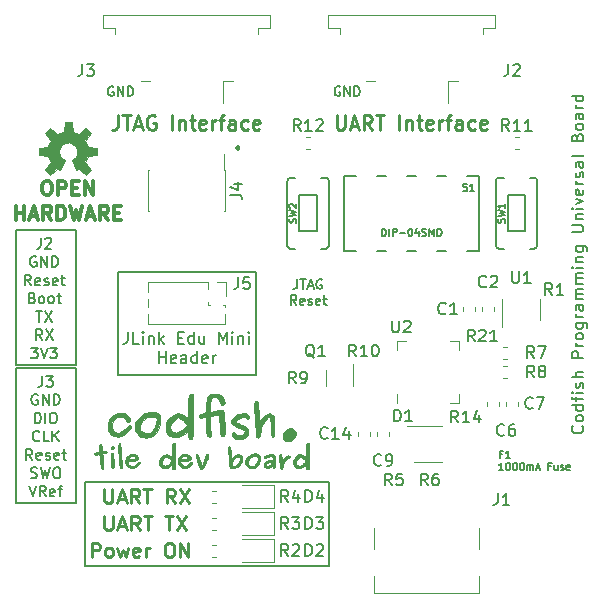
<source format=gbr>
G04 #@! TF.GenerationSoftware,KiCad,Pcbnew,5.1.5+dfsg1-2build2*
G04 #@! TF.CreationDate,2020-06-29T20:33:36+01:00*
G04 #@! TF.ProjectId,program_usb_kit,70726f67-7261-46d5-9f75-73625f6b6974,rev?*
G04 #@! TF.SameCoordinates,Original*
G04 #@! TF.FileFunction,Legend,Top*
G04 #@! TF.FilePolarity,Positive*
%FSLAX46Y46*%
G04 Gerber Fmt 4.6, Leading zero omitted, Abs format (unit mm)*
G04 Created by KiCad (PCBNEW 5.1.5+dfsg1-2build2) date 2020-06-29 20:33:36*
%MOMM*%
%LPD*%
G04 APERTURE LIST*
%ADD10C,0.150000*%
%ADD11C,0.200000*%
%ADD12C,0.160000*%
%ADD13C,0.300000*%
%ADD14C,0.250000*%
%ADD15C,0.010000*%
%ADD16C,0.203200*%
%ADD17C,0.120000*%
%ADD18C,0.127000*%
G04 APERTURE END LIST*
D10*
X232054476Y-59163000D02*
X231978285Y-59124904D01*
X231864000Y-59124904D01*
X231749714Y-59163000D01*
X231673523Y-59239190D01*
X231635428Y-59315380D01*
X231597333Y-59467761D01*
X231597333Y-59582047D01*
X231635428Y-59734428D01*
X231673523Y-59810619D01*
X231749714Y-59886809D01*
X231864000Y-59924904D01*
X231940190Y-59924904D01*
X232054476Y-59886809D01*
X232092571Y-59848714D01*
X232092571Y-59582047D01*
X231940190Y-59582047D01*
X232435428Y-59924904D02*
X232435428Y-59124904D01*
X232892571Y-59924904D01*
X232892571Y-59124904D01*
X233273523Y-59924904D02*
X233273523Y-59124904D01*
X233464000Y-59124904D01*
X233578285Y-59163000D01*
X233654476Y-59239190D01*
X233692571Y-59315380D01*
X233730666Y-59467761D01*
X233730666Y-59582047D01*
X233692571Y-59734428D01*
X233654476Y-59810619D01*
X233578285Y-59886809D01*
X233464000Y-59924904D01*
X233273523Y-59924904D01*
X212877476Y-59163000D02*
X212801285Y-59124904D01*
X212687000Y-59124904D01*
X212572714Y-59163000D01*
X212496523Y-59239190D01*
X212458428Y-59315380D01*
X212420333Y-59467761D01*
X212420333Y-59582047D01*
X212458428Y-59734428D01*
X212496523Y-59810619D01*
X212572714Y-59886809D01*
X212687000Y-59924904D01*
X212763190Y-59924904D01*
X212877476Y-59886809D01*
X212915571Y-59848714D01*
X212915571Y-59582047D01*
X212763190Y-59582047D01*
X213258428Y-59924904D02*
X213258428Y-59124904D01*
X213715571Y-59924904D01*
X213715571Y-59124904D01*
X214096523Y-59924904D02*
X214096523Y-59124904D01*
X214287000Y-59124904D01*
X214401285Y-59163000D01*
X214477476Y-59239190D01*
X214515571Y-59315380D01*
X214553666Y-59467761D01*
X214553666Y-59582047D01*
X214515571Y-59734428D01*
X214477476Y-59810619D01*
X214401285Y-59886809D01*
X214287000Y-59924904D01*
X214096523Y-59924904D01*
D11*
X206710000Y-71946142D02*
X206710000Y-72589000D01*
X206667142Y-72717571D01*
X206581428Y-72803285D01*
X206452857Y-72846142D01*
X206367142Y-72846142D01*
X207095714Y-72031857D02*
X207138571Y-71989000D01*
X207224285Y-71946142D01*
X207438571Y-71946142D01*
X207524285Y-71989000D01*
X207567142Y-72031857D01*
X207610000Y-72117571D01*
X207610000Y-72203285D01*
X207567142Y-72331857D01*
X207052857Y-72846142D01*
X207610000Y-72846142D01*
X206324285Y-73539000D02*
X206238571Y-73496142D01*
X206110000Y-73496142D01*
X205981428Y-73539000D01*
X205895714Y-73624714D01*
X205852857Y-73710428D01*
X205810000Y-73881857D01*
X205810000Y-74010428D01*
X205852857Y-74181857D01*
X205895714Y-74267571D01*
X205981428Y-74353285D01*
X206110000Y-74396142D01*
X206195714Y-74396142D01*
X206324285Y-74353285D01*
X206367142Y-74310428D01*
X206367142Y-74010428D01*
X206195714Y-74010428D01*
X206752857Y-74396142D02*
X206752857Y-73496142D01*
X207267142Y-74396142D01*
X207267142Y-73496142D01*
X207695714Y-74396142D02*
X207695714Y-73496142D01*
X207910000Y-73496142D01*
X208038571Y-73539000D01*
X208124285Y-73624714D01*
X208167142Y-73710428D01*
X208210000Y-73881857D01*
X208210000Y-74010428D01*
X208167142Y-74181857D01*
X208124285Y-74267571D01*
X208038571Y-74353285D01*
X207910000Y-74396142D01*
X207695714Y-74396142D01*
X205895714Y-75946142D02*
X205595714Y-75517571D01*
X205381428Y-75946142D02*
X205381428Y-75046142D01*
X205724285Y-75046142D01*
X205810000Y-75089000D01*
X205852857Y-75131857D01*
X205895714Y-75217571D01*
X205895714Y-75346142D01*
X205852857Y-75431857D01*
X205810000Y-75474714D01*
X205724285Y-75517571D01*
X205381428Y-75517571D01*
X206624285Y-75903285D02*
X206538571Y-75946142D01*
X206367142Y-75946142D01*
X206281428Y-75903285D01*
X206238571Y-75817571D01*
X206238571Y-75474714D01*
X206281428Y-75389000D01*
X206367142Y-75346142D01*
X206538571Y-75346142D01*
X206624285Y-75389000D01*
X206667142Y-75474714D01*
X206667142Y-75560428D01*
X206238571Y-75646142D01*
X207010000Y-75903285D02*
X207095714Y-75946142D01*
X207267142Y-75946142D01*
X207352857Y-75903285D01*
X207395714Y-75817571D01*
X207395714Y-75774714D01*
X207352857Y-75689000D01*
X207267142Y-75646142D01*
X207138571Y-75646142D01*
X207052857Y-75603285D01*
X207010000Y-75517571D01*
X207010000Y-75474714D01*
X207052857Y-75389000D01*
X207138571Y-75346142D01*
X207267142Y-75346142D01*
X207352857Y-75389000D01*
X208124285Y-75903285D02*
X208038571Y-75946142D01*
X207867142Y-75946142D01*
X207781428Y-75903285D01*
X207738571Y-75817571D01*
X207738571Y-75474714D01*
X207781428Y-75389000D01*
X207867142Y-75346142D01*
X208038571Y-75346142D01*
X208124285Y-75389000D01*
X208167142Y-75474714D01*
X208167142Y-75560428D01*
X207738571Y-75646142D01*
X208424285Y-75346142D02*
X208767142Y-75346142D01*
X208552857Y-75046142D02*
X208552857Y-75817571D01*
X208595714Y-75903285D01*
X208681428Y-75946142D01*
X208767142Y-75946142D01*
X206002857Y-77024714D02*
X206131428Y-77067571D01*
X206174285Y-77110428D01*
X206217142Y-77196142D01*
X206217142Y-77324714D01*
X206174285Y-77410428D01*
X206131428Y-77453285D01*
X206045714Y-77496142D01*
X205702857Y-77496142D01*
X205702857Y-76596142D01*
X206002857Y-76596142D01*
X206088571Y-76639000D01*
X206131428Y-76681857D01*
X206174285Y-76767571D01*
X206174285Y-76853285D01*
X206131428Y-76939000D01*
X206088571Y-76981857D01*
X206002857Y-77024714D01*
X205702857Y-77024714D01*
X206731428Y-77496142D02*
X206645714Y-77453285D01*
X206602857Y-77410428D01*
X206560000Y-77324714D01*
X206560000Y-77067571D01*
X206602857Y-76981857D01*
X206645714Y-76939000D01*
X206731428Y-76896142D01*
X206860000Y-76896142D01*
X206945714Y-76939000D01*
X206988571Y-76981857D01*
X207031428Y-77067571D01*
X207031428Y-77324714D01*
X206988571Y-77410428D01*
X206945714Y-77453285D01*
X206860000Y-77496142D01*
X206731428Y-77496142D01*
X207545714Y-77496142D02*
X207460000Y-77453285D01*
X207417142Y-77410428D01*
X207374285Y-77324714D01*
X207374285Y-77067571D01*
X207417142Y-76981857D01*
X207460000Y-76939000D01*
X207545714Y-76896142D01*
X207674285Y-76896142D01*
X207760000Y-76939000D01*
X207802857Y-76981857D01*
X207845714Y-77067571D01*
X207845714Y-77324714D01*
X207802857Y-77410428D01*
X207760000Y-77453285D01*
X207674285Y-77496142D01*
X207545714Y-77496142D01*
X208102857Y-76896142D02*
X208445714Y-76896142D01*
X208231428Y-76596142D02*
X208231428Y-77367571D01*
X208274285Y-77453285D01*
X208360000Y-77496142D01*
X208445714Y-77496142D01*
X206324285Y-78146142D02*
X206838571Y-78146142D01*
X206581428Y-79046142D02*
X206581428Y-78146142D01*
X207052857Y-78146142D02*
X207652857Y-79046142D01*
X207652857Y-78146142D02*
X207052857Y-79046142D01*
X206860000Y-80596142D02*
X206560000Y-80167571D01*
X206345714Y-80596142D02*
X206345714Y-79696142D01*
X206688571Y-79696142D01*
X206774285Y-79739000D01*
X206817142Y-79781857D01*
X206860000Y-79867571D01*
X206860000Y-79996142D01*
X206817142Y-80081857D01*
X206774285Y-80124714D01*
X206688571Y-80167571D01*
X206345714Y-80167571D01*
X207160000Y-79696142D02*
X207760000Y-80596142D01*
X207760000Y-79696142D02*
X207160000Y-80596142D01*
X205895714Y-81246142D02*
X206452857Y-81246142D01*
X206152857Y-81589000D01*
X206281428Y-81589000D01*
X206367142Y-81631857D01*
X206410000Y-81674714D01*
X206452857Y-81760428D01*
X206452857Y-81974714D01*
X206410000Y-82060428D01*
X206367142Y-82103285D01*
X206281428Y-82146142D01*
X206024285Y-82146142D01*
X205938571Y-82103285D01*
X205895714Y-82060428D01*
X206710000Y-81246142D02*
X207010000Y-82146142D01*
X207310000Y-81246142D01*
X207524285Y-81246142D02*
X208081428Y-81246142D01*
X207781428Y-81589000D01*
X207910000Y-81589000D01*
X207995714Y-81631857D01*
X208038571Y-81674714D01*
X208081428Y-81760428D01*
X208081428Y-81974714D01*
X208038571Y-82060428D01*
X207995714Y-82103285D01*
X207910000Y-82146142D01*
X207652857Y-82146142D01*
X207567142Y-82103285D01*
X207524285Y-82060428D01*
D12*
X213233000Y-83566000D02*
X213233000Y-74803000D01*
X224917000Y-83566000D02*
X213233000Y-83566000D01*
X224917000Y-74803000D02*
X224917000Y-83566000D01*
X213233000Y-74803000D02*
X224917000Y-74803000D01*
X209677000Y-82931000D02*
X209677000Y-94361000D01*
X204597000Y-82931000D02*
X209677000Y-82931000D01*
X204597000Y-94361000D02*
X204597000Y-82931000D01*
X209677000Y-94361000D02*
X204597000Y-94361000D01*
X204597000Y-71247000D02*
X204597000Y-71374000D01*
X209677000Y-71247000D02*
X204597000Y-71247000D01*
X209677000Y-82677000D02*
X209677000Y-71247000D01*
X204597000Y-82677000D02*
X209677000Y-82677000D01*
X204597000Y-71374000D02*
X204597000Y-82677000D01*
D11*
X206837000Y-83630142D02*
X206837000Y-84273000D01*
X206794142Y-84401571D01*
X206708428Y-84487285D01*
X206579857Y-84530142D01*
X206494142Y-84530142D01*
X207179857Y-83630142D02*
X207737000Y-83630142D01*
X207437000Y-83973000D01*
X207565571Y-83973000D01*
X207651285Y-84015857D01*
X207694142Y-84058714D01*
X207737000Y-84144428D01*
X207737000Y-84358714D01*
X207694142Y-84444428D01*
X207651285Y-84487285D01*
X207565571Y-84530142D01*
X207308428Y-84530142D01*
X207222714Y-84487285D01*
X207179857Y-84444428D01*
X206451285Y-85223000D02*
X206365571Y-85180142D01*
X206237000Y-85180142D01*
X206108428Y-85223000D01*
X206022714Y-85308714D01*
X205979857Y-85394428D01*
X205937000Y-85565857D01*
X205937000Y-85694428D01*
X205979857Y-85865857D01*
X206022714Y-85951571D01*
X206108428Y-86037285D01*
X206237000Y-86080142D01*
X206322714Y-86080142D01*
X206451285Y-86037285D01*
X206494142Y-85994428D01*
X206494142Y-85694428D01*
X206322714Y-85694428D01*
X206879857Y-86080142D02*
X206879857Y-85180142D01*
X207394142Y-86080142D01*
X207394142Y-85180142D01*
X207822714Y-86080142D02*
X207822714Y-85180142D01*
X208037000Y-85180142D01*
X208165571Y-85223000D01*
X208251285Y-85308714D01*
X208294142Y-85394428D01*
X208337000Y-85565857D01*
X208337000Y-85694428D01*
X208294142Y-85865857D01*
X208251285Y-85951571D01*
X208165571Y-86037285D01*
X208037000Y-86080142D01*
X207822714Y-86080142D01*
X206215571Y-87630142D02*
X206215571Y-86730142D01*
X206429857Y-86730142D01*
X206558428Y-86773000D01*
X206644142Y-86858714D01*
X206687000Y-86944428D01*
X206729857Y-87115857D01*
X206729857Y-87244428D01*
X206687000Y-87415857D01*
X206644142Y-87501571D01*
X206558428Y-87587285D01*
X206429857Y-87630142D01*
X206215571Y-87630142D01*
X207115571Y-87630142D02*
X207115571Y-86730142D01*
X207715571Y-86730142D02*
X207887000Y-86730142D01*
X207972714Y-86773000D01*
X208058428Y-86858714D01*
X208101285Y-87030142D01*
X208101285Y-87330142D01*
X208058428Y-87501571D01*
X207972714Y-87587285D01*
X207887000Y-87630142D01*
X207715571Y-87630142D01*
X207629857Y-87587285D01*
X207544142Y-87501571D01*
X207501285Y-87330142D01*
X207501285Y-87030142D01*
X207544142Y-86858714D01*
X207629857Y-86773000D01*
X207715571Y-86730142D01*
X206601285Y-89094428D02*
X206558428Y-89137285D01*
X206429857Y-89180142D01*
X206344142Y-89180142D01*
X206215571Y-89137285D01*
X206129857Y-89051571D01*
X206087000Y-88965857D01*
X206044142Y-88794428D01*
X206044142Y-88665857D01*
X206087000Y-88494428D01*
X206129857Y-88408714D01*
X206215571Y-88323000D01*
X206344142Y-88280142D01*
X206429857Y-88280142D01*
X206558428Y-88323000D01*
X206601285Y-88365857D01*
X207415571Y-89180142D02*
X206987000Y-89180142D01*
X206987000Y-88280142D01*
X207715571Y-89180142D02*
X207715571Y-88280142D01*
X208229857Y-89180142D02*
X207844142Y-88665857D01*
X208229857Y-88280142D02*
X207715571Y-88794428D01*
X206022714Y-90730142D02*
X205722714Y-90301571D01*
X205508428Y-90730142D02*
X205508428Y-89830142D01*
X205851285Y-89830142D01*
X205937000Y-89873000D01*
X205979857Y-89915857D01*
X206022714Y-90001571D01*
X206022714Y-90130142D01*
X205979857Y-90215857D01*
X205937000Y-90258714D01*
X205851285Y-90301571D01*
X205508428Y-90301571D01*
X206751285Y-90687285D02*
X206665571Y-90730142D01*
X206494142Y-90730142D01*
X206408428Y-90687285D01*
X206365571Y-90601571D01*
X206365571Y-90258714D01*
X206408428Y-90173000D01*
X206494142Y-90130142D01*
X206665571Y-90130142D01*
X206751285Y-90173000D01*
X206794142Y-90258714D01*
X206794142Y-90344428D01*
X206365571Y-90430142D01*
X207137000Y-90687285D02*
X207222714Y-90730142D01*
X207394142Y-90730142D01*
X207479857Y-90687285D01*
X207522714Y-90601571D01*
X207522714Y-90558714D01*
X207479857Y-90473000D01*
X207394142Y-90430142D01*
X207265571Y-90430142D01*
X207179857Y-90387285D01*
X207137000Y-90301571D01*
X207137000Y-90258714D01*
X207179857Y-90173000D01*
X207265571Y-90130142D01*
X207394142Y-90130142D01*
X207479857Y-90173000D01*
X208251285Y-90687285D02*
X208165571Y-90730142D01*
X207994142Y-90730142D01*
X207908428Y-90687285D01*
X207865571Y-90601571D01*
X207865571Y-90258714D01*
X207908428Y-90173000D01*
X207994142Y-90130142D01*
X208165571Y-90130142D01*
X208251285Y-90173000D01*
X208294142Y-90258714D01*
X208294142Y-90344428D01*
X207865571Y-90430142D01*
X208551285Y-90130142D02*
X208894142Y-90130142D01*
X208679857Y-89830142D02*
X208679857Y-90601571D01*
X208722714Y-90687285D01*
X208808428Y-90730142D01*
X208894142Y-90730142D01*
X205894142Y-92237285D02*
X206022714Y-92280142D01*
X206237000Y-92280142D01*
X206322714Y-92237285D01*
X206365571Y-92194428D01*
X206408428Y-92108714D01*
X206408428Y-92023000D01*
X206365571Y-91937285D01*
X206322714Y-91894428D01*
X206237000Y-91851571D01*
X206065571Y-91808714D01*
X205979857Y-91765857D01*
X205937000Y-91723000D01*
X205894142Y-91637285D01*
X205894142Y-91551571D01*
X205937000Y-91465857D01*
X205979857Y-91423000D01*
X206065571Y-91380142D01*
X206279857Y-91380142D01*
X206408428Y-91423000D01*
X206708428Y-91380142D02*
X206922714Y-92280142D01*
X207094142Y-91637285D01*
X207265571Y-92280142D01*
X207479857Y-91380142D01*
X207994142Y-91380142D02*
X208165571Y-91380142D01*
X208251285Y-91423000D01*
X208337000Y-91508714D01*
X208379857Y-91680142D01*
X208379857Y-91980142D01*
X208337000Y-92151571D01*
X208251285Y-92237285D01*
X208165571Y-92280142D01*
X207994142Y-92280142D01*
X207908428Y-92237285D01*
X207822714Y-92151571D01*
X207779857Y-91980142D01*
X207779857Y-91680142D01*
X207822714Y-91508714D01*
X207908428Y-91423000D01*
X207994142Y-91380142D01*
X205744142Y-92930142D02*
X206044142Y-93830142D01*
X206344142Y-92930142D01*
X207158428Y-93830142D02*
X206858428Y-93401571D01*
X206644142Y-93830142D02*
X206644142Y-92930142D01*
X206987000Y-92930142D01*
X207072714Y-92973000D01*
X207115571Y-93015857D01*
X207158428Y-93101571D01*
X207158428Y-93230142D01*
X207115571Y-93315857D01*
X207072714Y-93358714D01*
X206987000Y-93401571D01*
X206644142Y-93401571D01*
X207887000Y-93787285D02*
X207801285Y-93830142D01*
X207629857Y-93830142D01*
X207544142Y-93787285D01*
X207501285Y-93701571D01*
X207501285Y-93358714D01*
X207544142Y-93273000D01*
X207629857Y-93230142D01*
X207801285Y-93230142D01*
X207887000Y-93273000D01*
X207929857Y-93358714D01*
X207929857Y-93444428D01*
X207501285Y-93530142D01*
X208187000Y-93230142D02*
X208529857Y-93230142D01*
X208315571Y-93830142D02*
X208315571Y-93058714D01*
X208358428Y-92973000D01*
X208444142Y-92930142D01*
X208529857Y-92930142D01*
D10*
X228428666Y-75467904D02*
X228428666Y-76039333D01*
X228390571Y-76153619D01*
X228314380Y-76229809D01*
X228200095Y-76267904D01*
X228123904Y-76267904D01*
X228695333Y-75467904D02*
X229152476Y-75467904D01*
X228923904Y-76267904D02*
X228923904Y-75467904D01*
X229381047Y-76039333D02*
X229762000Y-76039333D01*
X229304857Y-76267904D02*
X229571523Y-75467904D01*
X229838190Y-76267904D01*
X230523904Y-75506000D02*
X230447714Y-75467904D01*
X230333428Y-75467904D01*
X230219142Y-75506000D01*
X230142952Y-75582190D01*
X230104857Y-75658380D01*
X230066761Y-75810761D01*
X230066761Y-75925047D01*
X230104857Y-76077428D01*
X230142952Y-76153619D01*
X230219142Y-76229809D01*
X230333428Y-76267904D01*
X230409619Y-76267904D01*
X230523904Y-76229809D01*
X230562000Y-76191714D01*
X230562000Y-75925047D01*
X230409619Y-75925047D01*
X228371523Y-77617904D02*
X228104857Y-77236952D01*
X227914380Y-77617904D02*
X227914380Y-76817904D01*
X228219142Y-76817904D01*
X228295333Y-76856000D01*
X228333428Y-76894095D01*
X228371523Y-76970285D01*
X228371523Y-77084571D01*
X228333428Y-77160761D01*
X228295333Y-77198857D01*
X228219142Y-77236952D01*
X227914380Y-77236952D01*
X229019142Y-77579809D02*
X228942952Y-77617904D01*
X228790571Y-77617904D01*
X228714380Y-77579809D01*
X228676285Y-77503619D01*
X228676285Y-77198857D01*
X228714380Y-77122666D01*
X228790571Y-77084571D01*
X228942952Y-77084571D01*
X229019142Y-77122666D01*
X229057238Y-77198857D01*
X229057238Y-77275047D01*
X228676285Y-77351238D01*
X229362000Y-77579809D02*
X229438190Y-77617904D01*
X229590571Y-77617904D01*
X229666761Y-77579809D01*
X229704857Y-77503619D01*
X229704857Y-77465523D01*
X229666761Y-77389333D01*
X229590571Y-77351238D01*
X229476285Y-77351238D01*
X229400095Y-77313142D01*
X229362000Y-77236952D01*
X229362000Y-77198857D01*
X229400095Y-77122666D01*
X229476285Y-77084571D01*
X229590571Y-77084571D01*
X229666761Y-77122666D01*
X230352476Y-77579809D02*
X230276285Y-77617904D01*
X230123904Y-77617904D01*
X230047714Y-77579809D01*
X230009619Y-77503619D01*
X230009619Y-77198857D01*
X230047714Y-77122666D01*
X230123904Y-77084571D01*
X230276285Y-77084571D01*
X230352476Y-77122666D01*
X230390571Y-77198857D01*
X230390571Y-77275047D01*
X230009619Y-77351238D01*
X230619142Y-77084571D02*
X230923904Y-77084571D01*
X230733428Y-76817904D02*
X230733428Y-77503619D01*
X230771523Y-77579809D01*
X230847714Y-77617904D01*
X230923904Y-77617904D01*
D13*
X223393000Y-64289714D02*
X223464428Y-64361142D01*
X223393000Y-64432571D01*
X223321571Y-64361142D01*
X223393000Y-64289714D01*
X223393000Y-64432571D01*
D11*
X252579142Y-87858476D02*
X252626761Y-87906095D01*
X252674380Y-88048952D01*
X252674380Y-88144190D01*
X252626761Y-88287047D01*
X252531523Y-88382285D01*
X252436285Y-88429904D01*
X252245809Y-88477523D01*
X252102952Y-88477523D01*
X251912476Y-88429904D01*
X251817238Y-88382285D01*
X251722000Y-88287047D01*
X251674380Y-88144190D01*
X251674380Y-88048952D01*
X251722000Y-87906095D01*
X251769619Y-87858476D01*
X252674380Y-87287047D02*
X252626761Y-87382285D01*
X252579142Y-87429904D01*
X252483904Y-87477523D01*
X252198190Y-87477523D01*
X252102952Y-87429904D01*
X252055333Y-87382285D01*
X252007714Y-87287047D01*
X252007714Y-87144190D01*
X252055333Y-87048952D01*
X252102952Y-87001333D01*
X252198190Y-86953714D01*
X252483904Y-86953714D01*
X252579142Y-87001333D01*
X252626761Y-87048952D01*
X252674380Y-87144190D01*
X252674380Y-87287047D01*
X252674380Y-86096571D02*
X251674380Y-86096571D01*
X252626761Y-86096571D02*
X252674380Y-86191809D01*
X252674380Y-86382285D01*
X252626761Y-86477523D01*
X252579142Y-86525142D01*
X252483904Y-86572761D01*
X252198190Y-86572761D01*
X252102952Y-86525142D01*
X252055333Y-86477523D01*
X252007714Y-86382285D01*
X252007714Y-86191809D01*
X252055333Y-86096571D01*
X252007714Y-85763238D02*
X252007714Y-85382285D01*
X252674380Y-85620380D02*
X251817238Y-85620380D01*
X251722000Y-85572761D01*
X251674380Y-85477523D01*
X251674380Y-85382285D01*
X252674380Y-85048952D02*
X252007714Y-85048952D01*
X251674380Y-85048952D02*
X251722000Y-85096571D01*
X251769619Y-85048952D01*
X251722000Y-85001333D01*
X251674380Y-85048952D01*
X251769619Y-85048952D01*
X252626761Y-84620380D02*
X252674380Y-84525142D01*
X252674380Y-84334666D01*
X252626761Y-84239428D01*
X252531523Y-84191809D01*
X252483904Y-84191809D01*
X252388666Y-84239428D01*
X252341047Y-84334666D01*
X252341047Y-84477523D01*
X252293428Y-84572761D01*
X252198190Y-84620380D01*
X252150571Y-84620380D01*
X252055333Y-84572761D01*
X252007714Y-84477523D01*
X252007714Y-84334666D01*
X252055333Y-84239428D01*
X252674380Y-83763238D02*
X251674380Y-83763238D01*
X252674380Y-83334666D02*
X252150571Y-83334666D01*
X252055333Y-83382285D01*
X252007714Y-83477523D01*
X252007714Y-83620380D01*
X252055333Y-83715619D01*
X252102952Y-83763238D01*
X252674380Y-82096571D02*
X251674380Y-82096571D01*
X251674380Y-81715619D01*
X251722000Y-81620380D01*
X251769619Y-81572761D01*
X251864857Y-81525142D01*
X252007714Y-81525142D01*
X252102952Y-81572761D01*
X252150571Y-81620380D01*
X252198190Y-81715619D01*
X252198190Y-82096571D01*
X252674380Y-81096571D02*
X252007714Y-81096571D01*
X252198190Y-81096571D02*
X252102952Y-81048952D01*
X252055333Y-81001333D01*
X252007714Y-80906095D01*
X252007714Y-80810857D01*
X252674380Y-80334666D02*
X252626761Y-80429904D01*
X252579142Y-80477523D01*
X252483904Y-80525142D01*
X252198190Y-80525142D01*
X252102952Y-80477523D01*
X252055333Y-80429904D01*
X252007714Y-80334666D01*
X252007714Y-80191809D01*
X252055333Y-80096571D01*
X252102952Y-80048952D01*
X252198190Y-80001333D01*
X252483904Y-80001333D01*
X252579142Y-80048952D01*
X252626761Y-80096571D01*
X252674380Y-80191809D01*
X252674380Y-80334666D01*
X252007714Y-79144190D02*
X252817238Y-79144190D01*
X252912476Y-79191809D01*
X252960095Y-79239428D01*
X253007714Y-79334666D01*
X253007714Y-79477523D01*
X252960095Y-79572761D01*
X252626761Y-79144190D02*
X252674380Y-79239428D01*
X252674380Y-79429904D01*
X252626761Y-79525142D01*
X252579142Y-79572761D01*
X252483904Y-79620380D01*
X252198190Y-79620380D01*
X252102952Y-79572761D01*
X252055333Y-79525142D01*
X252007714Y-79429904D01*
X252007714Y-79239428D01*
X252055333Y-79144190D01*
X252674380Y-78668000D02*
X252007714Y-78668000D01*
X252198190Y-78668000D02*
X252102952Y-78620380D01*
X252055333Y-78572761D01*
X252007714Y-78477523D01*
X252007714Y-78382285D01*
X252674380Y-77620380D02*
X252150571Y-77620380D01*
X252055333Y-77668000D01*
X252007714Y-77763238D01*
X252007714Y-77953714D01*
X252055333Y-78048952D01*
X252626761Y-77620380D02*
X252674380Y-77715619D01*
X252674380Y-77953714D01*
X252626761Y-78048952D01*
X252531523Y-78096571D01*
X252436285Y-78096571D01*
X252341047Y-78048952D01*
X252293428Y-77953714D01*
X252293428Y-77715619D01*
X252245809Y-77620380D01*
X252674380Y-77144190D02*
X252007714Y-77144190D01*
X252102952Y-77144190D02*
X252055333Y-77096571D01*
X252007714Y-77001333D01*
X252007714Y-76858476D01*
X252055333Y-76763238D01*
X252150571Y-76715619D01*
X252674380Y-76715619D01*
X252150571Y-76715619D02*
X252055333Y-76668000D01*
X252007714Y-76572761D01*
X252007714Y-76429904D01*
X252055333Y-76334666D01*
X252150571Y-76287047D01*
X252674380Y-76287047D01*
X252674380Y-75810857D02*
X252007714Y-75810857D01*
X252102952Y-75810857D02*
X252055333Y-75763238D01*
X252007714Y-75668000D01*
X252007714Y-75525142D01*
X252055333Y-75429904D01*
X252150571Y-75382285D01*
X252674380Y-75382285D01*
X252150571Y-75382285D02*
X252055333Y-75334666D01*
X252007714Y-75239428D01*
X252007714Y-75096571D01*
X252055333Y-75001333D01*
X252150571Y-74953714D01*
X252674380Y-74953714D01*
X252674380Y-74477523D02*
X252007714Y-74477523D01*
X251674380Y-74477523D02*
X251722000Y-74525142D01*
X251769619Y-74477523D01*
X251722000Y-74429904D01*
X251674380Y-74477523D01*
X251769619Y-74477523D01*
X252007714Y-74001333D02*
X252674380Y-74001333D01*
X252102952Y-74001333D02*
X252055333Y-73953714D01*
X252007714Y-73858476D01*
X252007714Y-73715619D01*
X252055333Y-73620380D01*
X252150571Y-73572761D01*
X252674380Y-73572761D01*
X252007714Y-72668000D02*
X252817238Y-72668000D01*
X252912476Y-72715619D01*
X252960095Y-72763238D01*
X253007714Y-72858476D01*
X253007714Y-73001333D01*
X252960095Y-73096571D01*
X252626761Y-72668000D02*
X252674380Y-72763238D01*
X252674380Y-72953714D01*
X252626761Y-73048952D01*
X252579142Y-73096571D01*
X252483904Y-73144190D01*
X252198190Y-73144190D01*
X252102952Y-73096571D01*
X252055333Y-73048952D01*
X252007714Y-72953714D01*
X252007714Y-72763238D01*
X252055333Y-72668000D01*
X251674380Y-71429904D02*
X252483904Y-71429904D01*
X252579142Y-71382285D01*
X252626761Y-71334666D01*
X252674380Y-71239428D01*
X252674380Y-71048952D01*
X252626761Y-70953714D01*
X252579142Y-70906095D01*
X252483904Y-70858476D01*
X251674380Y-70858476D01*
X252007714Y-70382285D02*
X252674380Y-70382285D01*
X252102952Y-70382285D02*
X252055333Y-70334666D01*
X252007714Y-70239428D01*
X252007714Y-70096571D01*
X252055333Y-70001333D01*
X252150571Y-69953714D01*
X252674380Y-69953714D01*
X252674380Y-69477523D02*
X252007714Y-69477523D01*
X251674380Y-69477523D02*
X251722000Y-69525142D01*
X251769619Y-69477523D01*
X251722000Y-69429904D01*
X251674380Y-69477523D01*
X251769619Y-69477523D01*
X252007714Y-69096571D02*
X252674380Y-68858476D01*
X252007714Y-68620380D01*
X252626761Y-67858476D02*
X252674380Y-67953714D01*
X252674380Y-68144190D01*
X252626761Y-68239428D01*
X252531523Y-68287047D01*
X252150571Y-68287047D01*
X252055333Y-68239428D01*
X252007714Y-68144190D01*
X252007714Y-67953714D01*
X252055333Y-67858476D01*
X252150571Y-67810857D01*
X252245809Y-67810857D01*
X252341047Y-68287047D01*
X252674380Y-67382285D02*
X252007714Y-67382285D01*
X252198190Y-67382285D02*
X252102952Y-67334666D01*
X252055333Y-67287047D01*
X252007714Y-67191809D01*
X252007714Y-67096571D01*
X252626761Y-66810857D02*
X252674380Y-66715619D01*
X252674380Y-66525142D01*
X252626761Y-66429904D01*
X252531523Y-66382285D01*
X252483904Y-66382285D01*
X252388666Y-66429904D01*
X252341047Y-66525142D01*
X252341047Y-66668000D01*
X252293428Y-66763238D01*
X252198190Y-66810857D01*
X252150571Y-66810857D01*
X252055333Y-66763238D01*
X252007714Y-66668000D01*
X252007714Y-66525142D01*
X252055333Y-66429904D01*
X252674380Y-65525142D02*
X252150571Y-65525142D01*
X252055333Y-65572761D01*
X252007714Y-65668000D01*
X252007714Y-65858476D01*
X252055333Y-65953714D01*
X252626761Y-65525142D02*
X252674380Y-65620380D01*
X252674380Y-65858476D01*
X252626761Y-65953714D01*
X252531523Y-66001333D01*
X252436285Y-66001333D01*
X252341047Y-65953714D01*
X252293428Y-65858476D01*
X252293428Y-65620380D01*
X252245809Y-65525142D01*
X252674380Y-64906095D02*
X252626761Y-65001333D01*
X252531523Y-65048952D01*
X251674380Y-65048952D01*
X252150571Y-63429904D02*
X252198190Y-63287047D01*
X252245809Y-63239428D01*
X252341047Y-63191809D01*
X252483904Y-63191809D01*
X252579142Y-63239428D01*
X252626761Y-63287047D01*
X252674380Y-63382285D01*
X252674380Y-63763238D01*
X251674380Y-63763238D01*
X251674380Y-63429904D01*
X251722000Y-63334666D01*
X251769619Y-63287047D01*
X251864857Y-63239428D01*
X251960095Y-63239428D01*
X252055333Y-63287047D01*
X252102952Y-63334666D01*
X252150571Y-63429904D01*
X252150571Y-63763238D01*
X252674380Y-62620380D02*
X252626761Y-62715619D01*
X252579142Y-62763238D01*
X252483904Y-62810857D01*
X252198190Y-62810857D01*
X252102952Y-62763238D01*
X252055333Y-62715619D01*
X252007714Y-62620380D01*
X252007714Y-62477523D01*
X252055333Y-62382285D01*
X252102952Y-62334666D01*
X252198190Y-62287047D01*
X252483904Y-62287047D01*
X252579142Y-62334666D01*
X252626761Y-62382285D01*
X252674380Y-62477523D01*
X252674380Y-62620380D01*
X252674380Y-61429904D02*
X252150571Y-61429904D01*
X252055333Y-61477523D01*
X252007714Y-61572761D01*
X252007714Y-61763238D01*
X252055333Y-61858476D01*
X252626761Y-61429904D02*
X252674380Y-61525142D01*
X252674380Y-61763238D01*
X252626761Y-61858476D01*
X252531523Y-61906095D01*
X252436285Y-61906095D01*
X252341047Y-61858476D01*
X252293428Y-61763238D01*
X252293428Y-61525142D01*
X252245809Y-61429904D01*
X252674380Y-60953714D02*
X252007714Y-60953714D01*
X252198190Y-60953714D02*
X252102952Y-60906095D01*
X252055333Y-60858476D01*
X252007714Y-60763238D01*
X252007714Y-60668000D01*
X252674380Y-59906095D02*
X251674380Y-59906095D01*
X252626761Y-59906095D02*
X252674380Y-60001333D01*
X252674380Y-60191809D01*
X252626761Y-60287047D01*
X252579142Y-60334666D01*
X252483904Y-60382285D01*
X252198190Y-60382285D01*
X252102952Y-60334666D01*
X252055333Y-60287047D01*
X252007714Y-60191809D01*
X252007714Y-60001333D01*
X252055333Y-59906095D01*
D13*
X207156285Y-67126857D02*
X207384857Y-67126857D01*
X207499142Y-67184000D01*
X207613428Y-67298285D01*
X207670571Y-67526857D01*
X207670571Y-67926857D01*
X207613428Y-68155428D01*
X207499142Y-68269714D01*
X207384857Y-68326857D01*
X207156285Y-68326857D01*
X207042000Y-68269714D01*
X206927714Y-68155428D01*
X206870571Y-67926857D01*
X206870571Y-67526857D01*
X206927714Y-67298285D01*
X207042000Y-67184000D01*
X207156285Y-67126857D01*
X208184857Y-68326857D02*
X208184857Y-67126857D01*
X208642000Y-67126857D01*
X208756285Y-67184000D01*
X208813428Y-67241142D01*
X208870571Y-67355428D01*
X208870571Y-67526857D01*
X208813428Y-67641142D01*
X208756285Y-67698285D01*
X208642000Y-67755428D01*
X208184857Y-67755428D01*
X209384857Y-67698285D02*
X209784857Y-67698285D01*
X209956285Y-68326857D02*
X209384857Y-68326857D01*
X209384857Y-67126857D01*
X209956285Y-67126857D01*
X210470571Y-68326857D02*
X210470571Y-67126857D01*
X211156285Y-68326857D01*
X211156285Y-67126857D01*
X204642000Y-70426857D02*
X204642000Y-69226857D01*
X204642000Y-69798285D02*
X205327714Y-69798285D01*
X205327714Y-70426857D02*
X205327714Y-69226857D01*
X205842000Y-70084000D02*
X206413428Y-70084000D01*
X205727714Y-70426857D02*
X206127714Y-69226857D01*
X206527714Y-70426857D01*
X207613428Y-70426857D02*
X207213428Y-69855428D01*
X206927714Y-70426857D02*
X206927714Y-69226857D01*
X207384857Y-69226857D01*
X207499142Y-69284000D01*
X207556285Y-69341142D01*
X207613428Y-69455428D01*
X207613428Y-69626857D01*
X207556285Y-69741142D01*
X207499142Y-69798285D01*
X207384857Y-69855428D01*
X206927714Y-69855428D01*
X208127714Y-70426857D02*
X208127714Y-69226857D01*
X208413428Y-69226857D01*
X208584857Y-69284000D01*
X208699142Y-69398285D01*
X208756285Y-69512571D01*
X208813428Y-69741142D01*
X208813428Y-69912571D01*
X208756285Y-70141142D01*
X208699142Y-70255428D01*
X208584857Y-70369714D01*
X208413428Y-70426857D01*
X208127714Y-70426857D01*
X209213428Y-69226857D02*
X209499142Y-70426857D01*
X209727714Y-69569714D01*
X209956285Y-70426857D01*
X210242000Y-69226857D01*
X210642000Y-70084000D02*
X211213428Y-70084000D01*
X210527714Y-70426857D02*
X210927714Y-69226857D01*
X211327714Y-70426857D01*
X212413428Y-70426857D02*
X212013428Y-69855428D01*
X211727714Y-70426857D02*
X211727714Y-69226857D01*
X212184857Y-69226857D01*
X212299142Y-69284000D01*
X212356285Y-69341142D01*
X212413428Y-69455428D01*
X212413428Y-69626857D01*
X212356285Y-69741142D01*
X212299142Y-69798285D01*
X212184857Y-69855428D01*
X211727714Y-69855428D01*
X212927714Y-69798285D02*
X213327714Y-69798285D01*
X213499142Y-70426857D02*
X212927714Y-70426857D01*
X212927714Y-69226857D01*
X213499142Y-69226857D01*
D10*
X214098809Y-79907380D02*
X214098809Y-80621666D01*
X214051190Y-80764523D01*
X213955952Y-80859761D01*
X213813095Y-80907380D01*
X213717857Y-80907380D01*
X215051190Y-80907380D02*
X214575000Y-80907380D01*
X214575000Y-79907380D01*
X215384523Y-80907380D02*
X215384523Y-80240714D01*
X215384523Y-79907380D02*
X215336904Y-79955000D01*
X215384523Y-80002619D01*
X215432142Y-79955000D01*
X215384523Y-79907380D01*
X215384523Y-80002619D01*
X215860714Y-80240714D02*
X215860714Y-80907380D01*
X215860714Y-80335952D02*
X215908333Y-80288333D01*
X216003571Y-80240714D01*
X216146428Y-80240714D01*
X216241666Y-80288333D01*
X216289285Y-80383571D01*
X216289285Y-80907380D01*
X216765476Y-80907380D02*
X216765476Y-79907380D01*
X216860714Y-80526428D02*
X217146428Y-80907380D01*
X217146428Y-80240714D02*
X216765476Y-80621666D01*
X218336904Y-80383571D02*
X218670238Y-80383571D01*
X218813095Y-80907380D02*
X218336904Y-80907380D01*
X218336904Y-79907380D01*
X218813095Y-79907380D01*
X219670238Y-80907380D02*
X219670238Y-79907380D01*
X219670238Y-80859761D02*
X219575000Y-80907380D01*
X219384523Y-80907380D01*
X219289285Y-80859761D01*
X219241666Y-80812142D01*
X219194047Y-80716904D01*
X219194047Y-80431190D01*
X219241666Y-80335952D01*
X219289285Y-80288333D01*
X219384523Y-80240714D01*
X219575000Y-80240714D01*
X219670238Y-80288333D01*
X220575000Y-80240714D02*
X220575000Y-80907380D01*
X220146428Y-80240714D02*
X220146428Y-80764523D01*
X220194047Y-80859761D01*
X220289285Y-80907380D01*
X220432142Y-80907380D01*
X220527380Y-80859761D01*
X220575000Y-80812142D01*
X221813095Y-80907380D02*
X221813095Y-79907380D01*
X222146428Y-80621666D01*
X222479761Y-79907380D01*
X222479761Y-80907380D01*
X222955952Y-80907380D02*
X222955952Y-80240714D01*
X222955952Y-79907380D02*
X222908333Y-79955000D01*
X222955952Y-80002619D01*
X223003571Y-79955000D01*
X222955952Y-79907380D01*
X222955952Y-80002619D01*
X223432142Y-80240714D02*
X223432142Y-80907380D01*
X223432142Y-80335952D02*
X223479761Y-80288333D01*
X223575000Y-80240714D01*
X223717857Y-80240714D01*
X223813095Y-80288333D01*
X223860714Y-80383571D01*
X223860714Y-80907380D01*
X224336904Y-80907380D02*
X224336904Y-80240714D01*
X224336904Y-79907380D02*
X224289285Y-79955000D01*
X224336904Y-80002619D01*
X224384523Y-79955000D01*
X224336904Y-79907380D01*
X224336904Y-80002619D01*
X216717857Y-82557380D02*
X216717857Y-81557380D01*
X216717857Y-82033571D02*
X217289285Y-82033571D01*
X217289285Y-82557380D02*
X217289285Y-81557380D01*
X218146428Y-82509761D02*
X218051190Y-82557380D01*
X217860714Y-82557380D01*
X217765476Y-82509761D01*
X217717857Y-82414523D01*
X217717857Y-82033571D01*
X217765476Y-81938333D01*
X217860714Y-81890714D01*
X218051190Y-81890714D01*
X218146428Y-81938333D01*
X218194047Y-82033571D01*
X218194047Y-82128809D01*
X217717857Y-82224047D01*
X219051190Y-82557380D02*
X219051190Y-82033571D01*
X219003571Y-81938333D01*
X218908333Y-81890714D01*
X218717857Y-81890714D01*
X218622619Y-81938333D01*
X219051190Y-82509761D02*
X218955952Y-82557380D01*
X218717857Y-82557380D01*
X218622619Y-82509761D01*
X218575000Y-82414523D01*
X218575000Y-82319285D01*
X218622619Y-82224047D01*
X218717857Y-82176428D01*
X218955952Y-82176428D01*
X219051190Y-82128809D01*
X219955952Y-82557380D02*
X219955952Y-81557380D01*
X219955952Y-82509761D02*
X219860714Y-82557380D01*
X219670238Y-82557380D01*
X219575000Y-82509761D01*
X219527380Y-82462142D01*
X219479761Y-82366904D01*
X219479761Y-82081190D01*
X219527380Y-81985952D01*
X219575000Y-81938333D01*
X219670238Y-81890714D01*
X219860714Y-81890714D01*
X219955952Y-81938333D01*
X220813095Y-82509761D02*
X220717857Y-82557380D01*
X220527380Y-82557380D01*
X220432142Y-82509761D01*
X220384523Y-82414523D01*
X220384523Y-82033571D01*
X220432142Y-81938333D01*
X220527380Y-81890714D01*
X220717857Y-81890714D01*
X220813095Y-81938333D01*
X220860714Y-82033571D01*
X220860714Y-82128809D01*
X220384523Y-82224047D01*
X221289285Y-82557380D02*
X221289285Y-81890714D01*
X221289285Y-82081190D02*
X221336904Y-81985952D01*
X221384523Y-81938333D01*
X221479761Y-81890714D01*
X221575000Y-81890714D01*
D14*
X231782142Y-61572857D02*
X231782142Y-62544285D01*
X231839285Y-62658571D01*
X231896428Y-62715714D01*
X232010714Y-62772857D01*
X232239285Y-62772857D01*
X232353571Y-62715714D01*
X232410714Y-62658571D01*
X232467857Y-62544285D01*
X232467857Y-61572857D01*
X232982142Y-62430000D02*
X233553571Y-62430000D01*
X232867857Y-62772857D02*
X233267857Y-61572857D01*
X233667857Y-62772857D01*
X234753571Y-62772857D02*
X234353571Y-62201428D01*
X234067857Y-62772857D02*
X234067857Y-61572857D01*
X234525000Y-61572857D01*
X234639285Y-61630000D01*
X234696428Y-61687142D01*
X234753571Y-61801428D01*
X234753571Y-61972857D01*
X234696428Y-62087142D01*
X234639285Y-62144285D01*
X234525000Y-62201428D01*
X234067857Y-62201428D01*
X235096428Y-61572857D02*
X235782142Y-61572857D01*
X235439285Y-62772857D02*
X235439285Y-61572857D01*
X237096428Y-62772857D02*
X237096428Y-61572857D01*
X237667857Y-61972857D02*
X237667857Y-62772857D01*
X237667857Y-62087142D02*
X237725000Y-62030000D01*
X237839285Y-61972857D01*
X238010714Y-61972857D01*
X238125000Y-62030000D01*
X238182142Y-62144285D01*
X238182142Y-62772857D01*
X238582142Y-61972857D02*
X239039285Y-61972857D01*
X238753571Y-61572857D02*
X238753571Y-62601428D01*
X238810714Y-62715714D01*
X238925000Y-62772857D01*
X239039285Y-62772857D01*
X239896428Y-62715714D02*
X239782142Y-62772857D01*
X239553571Y-62772857D01*
X239439285Y-62715714D01*
X239382142Y-62601428D01*
X239382142Y-62144285D01*
X239439285Y-62030000D01*
X239553571Y-61972857D01*
X239782142Y-61972857D01*
X239896428Y-62030000D01*
X239953571Y-62144285D01*
X239953571Y-62258571D01*
X239382142Y-62372857D01*
X240467857Y-62772857D02*
X240467857Y-61972857D01*
X240467857Y-62201428D02*
X240525000Y-62087142D01*
X240582142Y-62030000D01*
X240696428Y-61972857D01*
X240810714Y-61972857D01*
X241039285Y-61972857D02*
X241496428Y-61972857D01*
X241210714Y-62772857D02*
X241210714Y-61744285D01*
X241267857Y-61630000D01*
X241382142Y-61572857D01*
X241496428Y-61572857D01*
X242410714Y-62772857D02*
X242410714Y-62144285D01*
X242353571Y-62030000D01*
X242239285Y-61972857D01*
X242010714Y-61972857D01*
X241896428Y-62030000D01*
X242410714Y-62715714D02*
X242296428Y-62772857D01*
X242010714Y-62772857D01*
X241896428Y-62715714D01*
X241839285Y-62601428D01*
X241839285Y-62487142D01*
X241896428Y-62372857D01*
X242010714Y-62315714D01*
X242296428Y-62315714D01*
X242410714Y-62258571D01*
X243496428Y-62715714D02*
X243382142Y-62772857D01*
X243153571Y-62772857D01*
X243039285Y-62715714D01*
X242982142Y-62658571D01*
X242925000Y-62544285D01*
X242925000Y-62201428D01*
X242982142Y-62087142D01*
X243039285Y-62030000D01*
X243153571Y-61972857D01*
X243382142Y-61972857D01*
X243496428Y-62030000D01*
X244467857Y-62715714D02*
X244353571Y-62772857D01*
X244125000Y-62772857D01*
X244010714Y-62715714D01*
X243953571Y-62601428D01*
X243953571Y-62144285D01*
X244010714Y-62030000D01*
X244125000Y-61972857D01*
X244353571Y-61972857D01*
X244467857Y-62030000D01*
X244525000Y-62144285D01*
X244525000Y-62258571D01*
X243953571Y-62372857D01*
X213246428Y-61572857D02*
X213246428Y-62430000D01*
X213189285Y-62601428D01*
X213075000Y-62715714D01*
X212903571Y-62772857D01*
X212789285Y-62772857D01*
X213646428Y-61572857D02*
X214332142Y-61572857D01*
X213989285Y-62772857D02*
X213989285Y-61572857D01*
X214675000Y-62430000D02*
X215246428Y-62430000D01*
X214560714Y-62772857D02*
X214960714Y-61572857D01*
X215360714Y-62772857D01*
X216389285Y-61630000D02*
X216275000Y-61572857D01*
X216103571Y-61572857D01*
X215932142Y-61630000D01*
X215817857Y-61744285D01*
X215760714Y-61858571D01*
X215703571Y-62087142D01*
X215703571Y-62258571D01*
X215760714Y-62487142D01*
X215817857Y-62601428D01*
X215932142Y-62715714D01*
X216103571Y-62772857D01*
X216217857Y-62772857D01*
X216389285Y-62715714D01*
X216446428Y-62658571D01*
X216446428Y-62258571D01*
X216217857Y-62258571D01*
X217875000Y-62772857D02*
X217875000Y-61572857D01*
X218446428Y-61972857D02*
X218446428Y-62772857D01*
X218446428Y-62087142D02*
X218503571Y-62030000D01*
X218617857Y-61972857D01*
X218789285Y-61972857D01*
X218903571Y-62030000D01*
X218960714Y-62144285D01*
X218960714Y-62772857D01*
X219360714Y-61972857D02*
X219817857Y-61972857D01*
X219532142Y-61572857D02*
X219532142Y-62601428D01*
X219589285Y-62715714D01*
X219703571Y-62772857D01*
X219817857Y-62772857D01*
X220675000Y-62715714D02*
X220560714Y-62772857D01*
X220332142Y-62772857D01*
X220217857Y-62715714D01*
X220160714Y-62601428D01*
X220160714Y-62144285D01*
X220217857Y-62030000D01*
X220332142Y-61972857D01*
X220560714Y-61972857D01*
X220675000Y-62030000D01*
X220732142Y-62144285D01*
X220732142Y-62258571D01*
X220160714Y-62372857D01*
X221246428Y-62772857D02*
X221246428Y-61972857D01*
X221246428Y-62201428D02*
X221303571Y-62087142D01*
X221360714Y-62030000D01*
X221475000Y-61972857D01*
X221589285Y-61972857D01*
X221817857Y-61972857D02*
X222275000Y-61972857D01*
X221989285Y-62772857D02*
X221989285Y-61744285D01*
X222046428Y-61630000D01*
X222160714Y-61572857D01*
X222275000Y-61572857D01*
X223189285Y-62772857D02*
X223189285Y-62144285D01*
X223132142Y-62030000D01*
X223017857Y-61972857D01*
X222789285Y-61972857D01*
X222675000Y-62030000D01*
X223189285Y-62715714D02*
X223075000Y-62772857D01*
X222789285Y-62772857D01*
X222675000Y-62715714D01*
X222617857Y-62601428D01*
X222617857Y-62487142D01*
X222675000Y-62372857D01*
X222789285Y-62315714D01*
X223075000Y-62315714D01*
X223189285Y-62258571D01*
X224275000Y-62715714D02*
X224160714Y-62772857D01*
X223932142Y-62772857D01*
X223817857Y-62715714D01*
X223760714Y-62658571D01*
X223703571Y-62544285D01*
X223703571Y-62201428D01*
X223760714Y-62087142D01*
X223817857Y-62030000D01*
X223932142Y-61972857D01*
X224160714Y-61972857D01*
X224275000Y-62030000D01*
X225246428Y-62715714D02*
X225132142Y-62772857D01*
X224903571Y-62772857D01*
X224789285Y-62715714D01*
X224732142Y-62601428D01*
X224732142Y-62144285D01*
X224789285Y-62030000D01*
X224903571Y-61972857D01*
X225132142Y-61972857D01*
X225246428Y-62030000D01*
X225303571Y-62144285D01*
X225303571Y-62258571D01*
X224732142Y-62372857D01*
D12*
X210439000Y-99695000D02*
X213360000Y-99695000D01*
X210439000Y-92583000D02*
X210439000Y-99695000D01*
X213360000Y-92583000D02*
X210439000Y-92583000D01*
X231140000Y-92583000D02*
X213360000Y-92583000D01*
X231140000Y-99695000D02*
X231140000Y-92583000D01*
X213360000Y-99695000D02*
X231140000Y-99695000D01*
D14*
X212103142Y-93195857D02*
X212103142Y-94167285D01*
X212160285Y-94281571D01*
X212217428Y-94338714D01*
X212331714Y-94395857D01*
X212560285Y-94395857D01*
X212674571Y-94338714D01*
X212731714Y-94281571D01*
X212788857Y-94167285D01*
X212788857Y-93195857D01*
X213303142Y-94053000D02*
X213874571Y-94053000D01*
X213188857Y-94395857D02*
X213588857Y-93195857D01*
X213988857Y-94395857D01*
X215074571Y-94395857D02*
X214674571Y-93824428D01*
X214388857Y-94395857D02*
X214388857Y-93195857D01*
X214846000Y-93195857D01*
X214960285Y-93253000D01*
X215017428Y-93310142D01*
X215074571Y-93424428D01*
X215074571Y-93595857D01*
X215017428Y-93710142D01*
X214960285Y-93767285D01*
X214846000Y-93824428D01*
X214388857Y-93824428D01*
X215417428Y-93195857D02*
X216103142Y-93195857D01*
X215760285Y-94395857D02*
X215760285Y-93195857D01*
X218103142Y-94395857D02*
X217703142Y-93824428D01*
X217417428Y-94395857D02*
X217417428Y-93195857D01*
X217874571Y-93195857D01*
X217988857Y-93253000D01*
X218046000Y-93310142D01*
X218103142Y-93424428D01*
X218103142Y-93595857D01*
X218046000Y-93710142D01*
X217988857Y-93767285D01*
X217874571Y-93824428D01*
X217417428Y-93824428D01*
X218503142Y-93195857D02*
X219303142Y-94395857D01*
X219303142Y-93195857D02*
X218503142Y-94395857D01*
X212119000Y-95481857D02*
X212119000Y-96453285D01*
X212176142Y-96567571D01*
X212233285Y-96624714D01*
X212347571Y-96681857D01*
X212576142Y-96681857D01*
X212690428Y-96624714D01*
X212747571Y-96567571D01*
X212804714Y-96453285D01*
X212804714Y-95481857D01*
X213319000Y-96339000D02*
X213890428Y-96339000D01*
X213204714Y-96681857D02*
X213604714Y-95481857D01*
X214004714Y-96681857D01*
X215090428Y-96681857D02*
X214690428Y-96110428D01*
X214404714Y-96681857D02*
X214404714Y-95481857D01*
X214861857Y-95481857D01*
X214976142Y-95539000D01*
X215033285Y-95596142D01*
X215090428Y-95710428D01*
X215090428Y-95881857D01*
X215033285Y-95996142D01*
X214976142Y-96053285D01*
X214861857Y-96110428D01*
X214404714Y-96110428D01*
X215433285Y-95481857D02*
X216119000Y-95481857D01*
X215776142Y-96681857D02*
X215776142Y-95481857D01*
X217261857Y-95481857D02*
X217947571Y-95481857D01*
X217604714Y-96681857D02*
X217604714Y-95481857D01*
X218233285Y-95481857D02*
X219033285Y-96681857D01*
X219033285Y-95481857D02*
X218233285Y-96681857D01*
X211052285Y-98967857D02*
X211052285Y-97767857D01*
X211509428Y-97767857D01*
X211623714Y-97825000D01*
X211680857Y-97882142D01*
X211738000Y-97996428D01*
X211738000Y-98167857D01*
X211680857Y-98282142D01*
X211623714Y-98339285D01*
X211509428Y-98396428D01*
X211052285Y-98396428D01*
X212423714Y-98967857D02*
X212309428Y-98910714D01*
X212252285Y-98853571D01*
X212195142Y-98739285D01*
X212195142Y-98396428D01*
X212252285Y-98282142D01*
X212309428Y-98225000D01*
X212423714Y-98167857D01*
X212595142Y-98167857D01*
X212709428Y-98225000D01*
X212766571Y-98282142D01*
X212823714Y-98396428D01*
X212823714Y-98739285D01*
X212766571Y-98853571D01*
X212709428Y-98910714D01*
X212595142Y-98967857D01*
X212423714Y-98967857D01*
X213223714Y-98167857D02*
X213452285Y-98967857D01*
X213680857Y-98396428D01*
X213909428Y-98967857D01*
X214138000Y-98167857D01*
X215052285Y-98910714D02*
X214938000Y-98967857D01*
X214709428Y-98967857D01*
X214595142Y-98910714D01*
X214538000Y-98796428D01*
X214538000Y-98339285D01*
X214595142Y-98225000D01*
X214709428Y-98167857D01*
X214938000Y-98167857D01*
X215052285Y-98225000D01*
X215109428Y-98339285D01*
X215109428Y-98453571D01*
X214538000Y-98567857D01*
X215623714Y-98967857D02*
X215623714Y-98167857D01*
X215623714Y-98396428D02*
X215680857Y-98282142D01*
X215738000Y-98225000D01*
X215852285Y-98167857D01*
X215966571Y-98167857D01*
X217509428Y-97767857D02*
X217738000Y-97767857D01*
X217852285Y-97825000D01*
X217966571Y-97939285D01*
X218023714Y-98167857D01*
X218023714Y-98567857D01*
X217966571Y-98796428D01*
X217852285Y-98910714D01*
X217738000Y-98967857D01*
X217509428Y-98967857D01*
X217395142Y-98910714D01*
X217280857Y-98796428D01*
X217223714Y-98567857D01*
X217223714Y-98167857D01*
X217280857Y-97939285D01*
X217395142Y-97825000D01*
X217509428Y-97767857D01*
X218538000Y-98967857D02*
X218538000Y-97767857D01*
X219223714Y-98967857D01*
X219223714Y-97767857D01*
D15*
G36*
X212811945Y-89606920D02*
G01*
X212857315Y-89638286D01*
X212886189Y-89689616D01*
X212891446Y-89753547D01*
X212872421Y-89811558D01*
X212833764Y-89844979D01*
X212778643Y-89849461D01*
X212721381Y-89825122D01*
X212703833Y-89810167D01*
X212667804Y-89749998D01*
X212667414Y-89685882D01*
X212700208Y-89633531D01*
X212757202Y-89602881D01*
X212811945Y-89606920D01*
G37*
X212811945Y-89606920D02*
X212857315Y-89638286D01*
X212886189Y-89689616D01*
X212891446Y-89753547D01*
X212872421Y-89811558D01*
X212833764Y-89844979D01*
X212778643Y-89849461D01*
X212721381Y-89825122D01*
X212703833Y-89810167D01*
X212667804Y-89749998D01*
X212667414Y-89685882D01*
X212700208Y-89633531D01*
X212757202Y-89602881D01*
X212811945Y-89606920D01*
G36*
X212805190Y-90184924D02*
G01*
X212829088Y-90209072D01*
X212843864Y-90256577D01*
X212858286Y-90338598D01*
X212871886Y-90447341D01*
X212884195Y-90575011D01*
X212894746Y-90713814D01*
X212903069Y-90855956D01*
X212908698Y-90993644D01*
X212911163Y-91119081D01*
X212909996Y-91224475D01*
X212904730Y-91302031D01*
X212896995Y-91339459D01*
X212872180Y-91380853D01*
X212831576Y-91396339D01*
X212802198Y-91397667D01*
X212746762Y-91390400D01*
X212709778Y-91372751D01*
X212708386Y-91371209D01*
X212700321Y-91342332D01*
X212691174Y-91278340D01*
X212681464Y-91186421D01*
X212671710Y-91073763D01*
X212662430Y-90947554D01*
X212654143Y-90814982D01*
X212647367Y-90683234D01*
X212642621Y-90559498D01*
X212640423Y-90450964D01*
X212640333Y-90427998D01*
X212646630Y-90311216D01*
X212666558Y-90231581D01*
X212701667Y-90185668D01*
X212753510Y-90170049D01*
X212757205Y-90170000D01*
X212805190Y-90184924D01*
G37*
X212805190Y-90184924D02*
X212829088Y-90209072D01*
X212843864Y-90256577D01*
X212858286Y-90338598D01*
X212871886Y-90447341D01*
X212884195Y-90575011D01*
X212894746Y-90713814D01*
X212903069Y-90855956D01*
X212908698Y-90993644D01*
X212911163Y-91119081D01*
X212909996Y-91224475D01*
X212904730Y-91302031D01*
X212896995Y-91339459D01*
X212872180Y-91380853D01*
X212831576Y-91396339D01*
X212802198Y-91397667D01*
X212746762Y-91390400D01*
X212709778Y-91372751D01*
X212708386Y-91371209D01*
X212700321Y-91342332D01*
X212691174Y-91278340D01*
X212681464Y-91186421D01*
X212671710Y-91073763D01*
X212662430Y-90947554D01*
X212654143Y-90814982D01*
X212647367Y-90683234D01*
X212642621Y-90559498D01*
X212640423Y-90450964D01*
X212640333Y-90427998D01*
X212646630Y-90311216D01*
X212666558Y-90231581D01*
X212701667Y-90185668D01*
X212753510Y-90170049D01*
X212757205Y-90170000D01*
X212805190Y-90184924D01*
G36*
X226389822Y-90274362D02*
G01*
X226464030Y-90339907D01*
X226507393Y-90408435D01*
X226523722Y-90444644D01*
X226536328Y-90485472D01*
X226546063Y-90537768D01*
X226553779Y-90608382D01*
X226560327Y-90704162D01*
X226566559Y-90831956D01*
X226569856Y-90910834D01*
X226575360Y-91054200D01*
X226578462Y-91161552D01*
X226578875Y-91239157D01*
X226576313Y-91293279D01*
X226570490Y-91330185D01*
X226561118Y-91356141D01*
X226548571Y-91376500D01*
X226499976Y-91425065D01*
X226454290Y-91433341D01*
X226421275Y-91409988D01*
X226401587Y-91369208D01*
X226385807Y-91307881D01*
X226383240Y-91291521D01*
X226371619Y-91204881D01*
X226316351Y-91256666D01*
X226224894Y-91324421D01*
X226115775Y-91378470D01*
X226005605Y-91411677D01*
X225938995Y-91418715D01*
X225820941Y-91409428D01*
X225725449Y-91383501D01*
X225660464Y-91343393D01*
X225647874Y-91328635D01*
X225627581Y-91274660D01*
X225617661Y-91196608D01*
X225618099Y-91143148D01*
X225793492Y-91143148D01*
X225796044Y-91193480D01*
X225819105Y-91222212D01*
X225874240Y-91245664D01*
X225945968Y-91243465D01*
X226042082Y-91215228D01*
X226054481Y-91210515D01*
X226122870Y-91176929D01*
X226189626Y-91132396D01*
X226246940Y-91083949D01*
X226287004Y-91038624D01*
X226302007Y-91003455D01*
X226297445Y-90991646D01*
X226252116Y-90968209D01*
X226180347Y-90953092D01*
X226097534Y-90948159D01*
X226019077Y-90955274D01*
X226010921Y-90956973D01*
X225933366Y-90986105D01*
X225867627Y-91031892D01*
X225819177Y-91086762D01*
X225793492Y-91143148D01*
X225618099Y-91143148D01*
X225618359Y-91111504D01*
X225629919Y-91036375D01*
X225643169Y-91001322D01*
X225698278Y-90935286D01*
X225781361Y-90875676D01*
X225882813Y-90825506D01*
X225993031Y-90787789D01*
X226102412Y-90765539D01*
X226201352Y-90761770D01*
X226280247Y-90779495D01*
X226304662Y-90793744D01*
X226342434Y-90818108D01*
X226361625Y-90825494D01*
X226373802Y-90807379D01*
X226378589Y-90759538D01*
X226376775Y-90693781D01*
X226369150Y-90621918D01*
X226356506Y-90555758D01*
X226340425Y-90508667D01*
X226304817Y-90458484D01*
X226256191Y-90432465D01*
X226188218Y-90429989D01*
X226094569Y-90450433D01*
X226014406Y-90476609D01*
X225892936Y-90519384D01*
X225804980Y-90549462D01*
X225744182Y-90568370D01*
X225704184Y-90577636D01*
X225678629Y-90578787D01*
X225661159Y-90573350D01*
X225647886Y-90564666D01*
X225625279Y-90537587D01*
X225629086Y-90498207D01*
X225635320Y-90480458D01*
X225668197Y-90435570D01*
X225734217Y-90390420D01*
X225836026Y-90343657D01*
X225976273Y-90293925D01*
X226038018Y-90274629D01*
X226180116Y-90242663D01*
X226296284Y-90242261D01*
X226389822Y-90274362D01*
G37*
X226389822Y-90274362D02*
X226464030Y-90339907D01*
X226507393Y-90408435D01*
X226523722Y-90444644D01*
X226536328Y-90485472D01*
X226546063Y-90537768D01*
X226553779Y-90608382D01*
X226560327Y-90704162D01*
X226566559Y-90831956D01*
X226569856Y-90910834D01*
X226575360Y-91054200D01*
X226578462Y-91161552D01*
X226578875Y-91239157D01*
X226576313Y-91293279D01*
X226570490Y-91330185D01*
X226561118Y-91356141D01*
X226548571Y-91376500D01*
X226499976Y-91425065D01*
X226454290Y-91433341D01*
X226421275Y-91409988D01*
X226401587Y-91369208D01*
X226385807Y-91307881D01*
X226383240Y-91291521D01*
X226371619Y-91204881D01*
X226316351Y-91256666D01*
X226224894Y-91324421D01*
X226115775Y-91378470D01*
X226005605Y-91411677D01*
X225938995Y-91418715D01*
X225820941Y-91409428D01*
X225725449Y-91383501D01*
X225660464Y-91343393D01*
X225647874Y-91328635D01*
X225627581Y-91274660D01*
X225617661Y-91196608D01*
X225618099Y-91143148D01*
X225793492Y-91143148D01*
X225796044Y-91193480D01*
X225819105Y-91222212D01*
X225874240Y-91245664D01*
X225945968Y-91243465D01*
X226042082Y-91215228D01*
X226054481Y-91210515D01*
X226122870Y-91176929D01*
X226189626Y-91132396D01*
X226246940Y-91083949D01*
X226287004Y-91038624D01*
X226302007Y-91003455D01*
X226297445Y-90991646D01*
X226252116Y-90968209D01*
X226180347Y-90953092D01*
X226097534Y-90948159D01*
X226019077Y-90955274D01*
X226010921Y-90956973D01*
X225933366Y-90986105D01*
X225867627Y-91031892D01*
X225819177Y-91086762D01*
X225793492Y-91143148D01*
X225618099Y-91143148D01*
X225618359Y-91111504D01*
X225629919Y-91036375D01*
X225643169Y-91001322D01*
X225698278Y-90935286D01*
X225781361Y-90875676D01*
X225882813Y-90825506D01*
X225993031Y-90787789D01*
X226102412Y-90765539D01*
X226201352Y-90761770D01*
X226280247Y-90779495D01*
X226304662Y-90793744D01*
X226342434Y-90818108D01*
X226361625Y-90825494D01*
X226373802Y-90807379D01*
X226378589Y-90759538D01*
X226376775Y-90693781D01*
X226369150Y-90621918D01*
X226356506Y-90555758D01*
X226340425Y-90508667D01*
X226304817Y-90458484D01*
X226256191Y-90432465D01*
X226188218Y-90429989D01*
X226094569Y-90450433D01*
X226014406Y-90476609D01*
X225892936Y-90519384D01*
X225804980Y-90549462D01*
X225744182Y-90568370D01*
X225704184Y-90577636D01*
X225678629Y-90578787D01*
X225661159Y-90573350D01*
X225647886Y-90564666D01*
X225625279Y-90537587D01*
X225629086Y-90498207D01*
X225635320Y-90480458D01*
X225668197Y-90435570D01*
X225734217Y-90390420D01*
X225836026Y-90343657D01*
X225976273Y-90293925D01*
X226038018Y-90274629D01*
X226180116Y-90242663D01*
X226296284Y-90242261D01*
X226389822Y-90274362D01*
G36*
X218968652Y-90242959D02*
G01*
X219095378Y-90260763D01*
X219192029Y-90291224D01*
X219270194Y-90339508D01*
X219339145Y-90408059D01*
X219405176Y-90503230D01*
X219431774Y-90587376D01*
X219419020Y-90659068D01*
X219366995Y-90716877D01*
X219320166Y-90742907D01*
X219244037Y-90768648D01*
X219138319Y-90793914D01*
X219015726Y-90816546D01*
X218888967Y-90834381D01*
X218770755Y-90845258D01*
X218704583Y-90847573D01*
X218631163Y-90850852D01*
X218572548Y-90858911D01*
X218547276Y-90867161D01*
X218528836Y-90901336D01*
X218536138Y-90956241D01*
X218565360Y-91022306D01*
X218612681Y-91089962D01*
X218652926Y-91131703D01*
X218744587Y-91202125D01*
X218833448Y-91241751D01*
X218924465Y-91249826D01*
X219022592Y-91225594D01*
X219132784Y-91168301D01*
X219259996Y-91077189D01*
X219317697Y-91030322D01*
X219412285Y-90954955D01*
X219480898Y-90909346D01*
X219526613Y-90892456D01*
X219552501Y-90903247D01*
X219561636Y-90940680D01*
X219561754Y-90947875D01*
X219543319Y-91025805D01*
X219492661Y-91112949D01*
X219416461Y-91201827D01*
X219321401Y-91284963D01*
X219214162Y-91354880D01*
X219184212Y-91370410D01*
X219072635Y-91410073D01*
X218944933Y-91432164D01*
X218817892Y-91435162D01*
X218708299Y-91417544D01*
X218698552Y-91414458D01*
X218615741Y-91371226D01*
X218528610Y-91300761D01*
X218449381Y-91214796D01*
X218390279Y-91125065D01*
X218384238Y-91112723D01*
X218353730Y-91032185D01*
X218338318Y-90946451D01*
X218334373Y-90848725D01*
X218342731Y-90722125D01*
X218359103Y-90663321D01*
X218575725Y-90663321D01*
X218581330Y-90674289D01*
X218607899Y-90678330D01*
X218662566Y-90676566D01*
X218749670Y-90670330D01*
X218855925Y-90659899D01*
X218965681Y-90645420D01*
X219057912Y-90629728D01*
X219070850Y-90627032D01*
X219142056Y-90609867D01*
X219195855Y-90593696D01*
X219219017Y-90583021D01*
X219214649Y-90561169D01*
X219183929Y-90526036D01*
X219136961Y-90485860D01*
X219083850Y-90448877D01*
X219034701Y-90423324D01*
X219016185Y-90417673D01*
X218901812Y-90415725D01*
X218789562Y-90451748D01*
X218690492Y-90522035D01*
X218638778Y-90575507D01*
X218598173Y-90623470D01*
X218583953Y-90644308D01*
X218575725Y-90663321D01*
X218359103Y-90663321D01*
X218371892Y-90617388D01*
X218427432Y-90522209D01*
X218514923Y-90424287D01*
X218535767Y-90404216D01*
X218630229Y-90322262D01*
X218713547Y-90270493D01*
X218798481Y-90244154D01*
X218897792Y-90238493D01*
X218968652Y-90242959D01*
G37*
X218968652Y-90242959D02*
X219095378Y-90260763D01*
X219192029Y-90291224D01*
X219270194Y-90339508D01*
X219339145Y-90408059D01*
X219405176Y-90503230D01*
X219431774Y-90587376D01*
X219419020Y-90659068D01*
X219366995Y-90716877D01*
X219320166Y-90742907D01*
X219244037Y-90768648D01*
X219138319Y-90793914D01*
X219015726Y-90816546D01*
X218888967Y-90834381D01*
X218770755Y-90845258D01*
X218704583Y-90847573D01*
X218631163Y-90850852D01*
X218572548Y-90858911D01*
X218547276Y-90867161D01*
X218528836Y-90901336D01*
X218536138Y-90956241D01*
X218565360Y-91022306D01*
X218612681Y-91089962D01*
X218652926Y-91131703D01*
X218744587Y-91202125D01*
X218833448Y-91241751D01*
X218924465Y-91249826D01*
X219022592Y-91225594D01*
X219132784Y-91168301D01*
X219259996Y-91077189D01*
X219317697Y-91030322D01*
X219412285Y-90954955D01*
X219480898Y-90909346D01*
X219526613Y-90892456D01*
X219552501Y-90903247D01*
X219561636Y-90940680D01*
X219561754Y-90947875D01*
X219543319Y-91025805D01*
X219492661Y-91112949D01*
X219416461Y-91201827D01*
X219321401Y-91284963D01*
X219214162Y-91354880D01*
X219184212Y-91370410D01*
X219072635Y-91410073D01*
X218944933Y-91432164D01*
X218817892Y-91435162D01*
X218708299Y-91417544D01*
X218698552Y-91414458D01*
X218615741Y-91371226D01*
X218528610Y-91300761D01*
X218449381Y-91214796D01*
X218390279Y-91125065D01*
X218384238Y-91112723D01*
X218353730Y-91032185D01*
X218338318Y-90946451D01*
X218334373Y-90848725D01*
X218342731Y-90722125D01*
X218359103Y-90663321D01*
X218575725Y-90663321D01*
X218581330Y-90674289D01*
X218607899Y-90678330D01*
X218662566Y-90676566D01*
X218749670Y-90670330D01*
X218855925Y-90659899D01*
X218965681Y-90645420D01*
X219057912Y-90629728D01*
X219070850Y-90627032D01*
X219142056Y-90609867D01*
X219195855Y-90593696D01*
X219219017Y-90583021D01*
X219214649Y-90561169D01*
X219183929Y-90526036D01*
X219136961Y-90485860D01*
X219083850Y-90448877D01*
X219034701Y-90423324D01*
X219016185Y-90417673D01*
X218901812Y-90415725D01*
X218789562Y-90451748D01*
X218690492Y-90522035D01*
X218638778Y-90575507D01*
X218598173Y-90623470D01*
X218583953Y-90644308D01*
X218575725Y-90663321D01*
X218359103Y-90663321D01*
X218371892Y-90617388D01*
X218427432Y-90522209D01*
X218514923Y-90424287D01*
X218535767Y-90404216D01*
X218630229Y-90322262D01*
X218713547Y-90270493D01*
X218798481Y-90244154D01*
X218897792Y-90238493D01*
X218968652Y-90242959D01*
G36*
X214580767Y-90248708D02*
G01*
X214685573Y-90270256D01*
X214758081Y-90297552D01*
X214834382Y-90350015D01*
X214904933Y-90421594D01*
X214958084Y-90498810D01*
X214979978Y-90554318D01*
X214983944Y-90632931D01*
X214953642Y-90692046D01*
X214885437Y-90738207D01*
X214875166Y-90742907D01*
X214800097Y-90768293D01*
X214695585Y-90793383D01*
X214574475Y-90815973D01*
X214449615Y-90833862D01*
X214333851Y-90844846D01*
X214266606Y-90847248D01*
X214174779Y-90850282D01*
X214117809Y-90861104D01*
X214088511Y-90882529D01*
X214079701Y-90917377D01*
X214079666Y-90920551D01*
X214098216Y-90992298D01*
X214147644Y-91068527D01*
X214218619Y-91140483D01*
X214301807Y-91199411D01*
X214387877Y-91236557D01*
X214424160Y-91243734D01*
X214504782Y-91243157D01*
X214587766Y-91220956D01*
X214679644Y-91174026D01*
X214786946Y-91099259D01*
X214872697Y-91030397D01*
X214967045Y-90955120D01*
X215035437Y-90909513D01*
X215081045Y-90892531D01*
X215107045Y-90903129D01*
X215116611Y-90940261D01*
X215116833Y-90949991D01*
X215098954Y-91021989D01*
X215049868Y-91104994D01*
X214976403Y-91191425D01*
X214885386Y-91273702D01*
X214783646Y-91344244D01*
X214740251Y-91368099D01*
X214622984Y-91410847D01*
X214489514Y-91433362D01*
X214357014Y-91434058D01*
X214249000Y-91413497D01*
X214177605Y-91375583D01*
X214097901Y-91311110D01*
X214020613Y-91231330D01*
X213956467Y-91147498D01*
X213916189Y-91070865D01*
X213912929Y-91060894D01*
X213891210Y-90949982D01*
X213885268Y-90829489D01*
X213894627Y-90714588D01*
X213907794Y-90663321D01*
X214130725Y-90663321D01*
X214136330Y-90674289D01*
X214162899Y-90678330D01*
X214217566Y-90676566D01*
X214304670Y-90670330D01*
X214410925Y-90659899D01*
X214520681Y-90645420D01*
X214612912Y-90629728D01*
X214625850Y-90627032D01*
X214696657Y-90610225D01*
X214749709Y-90594924D01*
X214772123Y-90585265D01*
X214770655Y-90560815D01*
X214739503Y-90524464D01*
X214686677Y-90483583D01*
X214620386Y-90445636D01*
X214512035Y-90414623D01*
X214404116Y-90425159D01*
X214299978Y-90476560D01*
X214245345Y-90522179D01*
X214193667Y-90575620D01*
X214153103Y-90623558D01*
X214138953Y-90644308D01*
X214130725Y-90663321D01*
X213907794Y-90663321D01*
X213918805Y-90620452D01*
X213927436Y-90601298D01*
X213975204Y-90529974D01*
X214046450Y-90449359D01*
X214129500Y-90370517D01*
X214212677Y-90304512D01*
X214284304Y-90262408D01*
X214285709Y-90261814D01*
X214365367Y-90243317D01*
X214468876Y-90239338D01*
X214580767Y-90248708D01*
G37*
X214580767Y-90248708D02*
X214685573Y-90270256D01*
X214758081Y-90297552D01*
X214834382Y-90350015D01*
X214904933Y-90421594D01*
X214958084Y-90498810D01*
X214979978Y-90554318D01*
X214983944Y-90632931D01*
X214953642Y-90692046D01*
X214885437Y-90738207D01*
X214875166Y-90742907D01*
X214800097Y-90768293D01*
X214695585Y-90793383D01*
X214574475Y-90815973D01*
X214449615Y-90833862D01*
X214333851Y-90844846D01*
X214266606Y-90847248D01*
X214174779Y-90850282D01*
X214117809Y-90861104D01*
X214088511Y-90882529D01*
X214079701Y-90917377D01*
X214079666Y-90920551D01*
X214098216Y-90992298D01*
X214147644Y-91068527D01*
X214218619Y-91140483D01*
X214301807Y-91199411D01*
X214387877Y-91236557D01*
X214424160Y-91243734D01*
X214504782Y-91243157D01*
X214587766Y-91220956D01*
X214679644Y-91174026D01*
X214786946Y-91099259D01*
X214872697Y-91030397D01*
X214967045Y-90955120D01*
X215035437Y-90909513D01*
X215081045Y-90892531D01*
X215107045Y-90903129D01*
X215116611Y-90940261D01*
X215116833Y-90949991D01*
X215098954Y-91021989D01*
X215049868Y-91104994D01*
X214976403Y-91191425D01*
X214885386Y-91273702D01*
X214783646Y-91344244D01*
X214740251Y-91368099D01*
X214622984Y-91410847D01*
X214489514Y-91433362D01*
X214357014Y-91434058D01*
X214249000Y-91413497D01*
X214177605Y-91375583D01*
X214097901Y-91311110D01*
X214020613Y-91231330D01*
X213956467Y-91147498D01*
X213916189Y-91070865D01*
X213912929Y-91060894D01*
X213891210Y-90949982D01*
X213885268Y-90829489D01*
X213894627Y-90714588D01*
X213907794Y-90663321D01*
X214130725Y-90663321D01*
X214136330Y-90674289D01*
X214162899Y-90678330D01*
X214217566Y-90676566D01*
X214304670Y-90670330D01*
X214410925Y-90659899D01*
X214520681Y-90645420D01*
X214612912Y-90629728D01*
X214625850Y-90627032D01*
X214696657Y-90610225D01*
X214749709Y-90594924D01*
X214772123Y-90585265D01*
X214770655Y-90560815D01*
X214739503Y-90524464D01*
X214686677Y-90483583D01*
X214620386Y-90445636D01*
X214512035Y-90414623D01*
X214404116Y-90425159D01*
X214299978Y-90476560D01*
X214245345Y-90522179D01*
X214193667Y-90575620D01*
X214153103Y-90623558D01*
X214138953Y-90644308D01*
X214130725Y-90663321D01*
X213907794Y-90663321D01*
X213918805Y-90620452D01*
X213927436Y-90601298D01*
X213975204Y-90529974D01*
X214046450Y-90449359D01*
X214129500Y-90370517D01*
X214212677Y-90304512D01*
X214284304Y-90262408D01*
X214285709Y-90261814D01*
X214365367Y-90243317D01*
X214468876Y-90239338D01*
X214580767Y-90248708D01*
G36*
X213436745Y-89337668D02*
G01*
X213453357Y-89360375D01*
X213457965Y-89391379D01*
X213464948Y-89460190D01*
X213473971Y-89562368D01*
X213484699Y-89693473D01*
X213496797Y-89849065D01*
X213509933Y-90024703D01*
X213523771Y-90215950D01*
X213537976Y-90418363D01*
X213552215Y-90627504D01*
X213566152Y-90838932D01*
X213574278Y-90965777D01*
X213581613Y-91094117D01*
X213586710Y-91209392D01*
X213589371Y-91304376D01*
X213589395Y-91371842D01*
X213586582Y-91404561D01*
X213586431Y-91404985D01*
X213556288Y-91433002D01*
X213507212Y-91440469D01*
X213456880Y-91428094D01*
X213423936Y-91398483D01*
X213413920Y-91361364D01*
X213402250Y-91287555D01*
X213389344Y-91182651D01*
X213375618Y-91052244D01*
X213361491Y-90901929D01*
X213347379Y-90737298D01*
X213333701Y-90563945D01*
X213320873Y-90387463D01*
X213309313Y-90213447D01*
X213299438Y-90047488D01*
X213291666Y-89895182D01*
X213286414Y-89762121D01*
X213284099Y-89653898D01*
X213285140Y-89576107D01*
X213286458Y-89556167D01*
X213298697Y-89451240D01*
X213314595Y-89382131D01*
X213337078Y-89342329D01*
X213369069Y-89325327D01*
X213391068Y-89323334D01*
X213436745Y-89337668D01*
G37*
X213436745Y-89337668D02*
X213453357Y-89360375D01*
X213457965Y-89391379D01*
X213464948Y-89460190D01*
X213473971Y-89562368D01*
X213484699Y-89693473D01*
X213496797Y-89849065D01*
X213509933Y-90024703D01*
X213523771Y-90215950D01*
X213537976Y-90418363D01*
X213552215Y-90627504D01*
X213566152Y-90838932D01*
X213574278Y-90965777D01*
X213581613Y-91094117D01*
X213586710Y-91209392D01*
X213589371Y-91304376D01*
X213589395Y-91371842D01*
X213586582Y-91404561D01*
X213586431Y-91404985D01*
X213556288Y-91433002D01*
X213507212Y-91440469D01*
X213456880Y-91428094D01*
X213423936Y-91398483D01*
X213413920Y-91361364D01*
X213402250Y-91287555D01*
X213389344Y-91182651D01*
X213375618Y-91052244D01*
X213361491Y-90901929D01*
X213347379Y-90737298D01*
X213333701Y-90563945D01*
X213320873Y-90387463D01*
X213309313Y-90213447D01*
X213299438Y-90047488D01*
X213291666Y-89895182D01*
X213286414Y-89762121D01*
X213284099Y-89653898D01*
X213285140Y-89576107D01*
X213286458Y-89556167D01*
X213298697Y-89451240D01*
X213314595Y-89382131D01*
X213337078Y-89342329D01*
X213369069Y-89325327D01*
X213391068Y-89323334D01*
X213436745Y-89337668D01*
G36*
X224917394Y-90196108D02*
G01*
X225056147Y-90216686D01*
X225159919Y-90258372D01*
X225232162Y-90324880D01*
X225276323Y-90419924D01*
X225295853Y-90547215D01*
X225297535Y-90605367D01*
X225281817Y-90786666D01*
X225235896Y-90958856D01*
X225163333Y-91115111D01*
X225067687Y-91248607D01*
X224952518Y-91352519D01*
X224887155Y-91392056D01*
X224782700Y-91429951D01*
X224657654Y-91452013D01*
X224528299Y-91457125D01*
X224410920Y-91444166D01*
X224356317Y-91428534D01*
X224261602Y-91375271D01*
X224169839Y-91293954D01*
X224094510Y-91197531D01*
X224069970Y-91153501D01*
X224036469Y-91044936D01*
X224026576Y-90917521D01*
X224030146Y-90882968D01*
X224262125Y-90882968D01*
X224266009Y-90985173D01*
X224300841Y-91078909D01*
X224360949Y-91158982D01*
X224440662Y-91220197D01*
X224534311Y-91257359D01*
X224636222Y-91265274D01*
X224740726Y-91238746D01*
X224777759Y-91219840D01*
X224878896Y-91137950D01*
X224966147Y-91022342D01*
X225035450Y-90880480D01*
X225082743Y-90719823D01*
X225097020Y-90633521D01*
X225103872Y-90564674D01*
X225100280Y-90523014D01*
X225082221Y-90493883D01*
X225051337Y-90467107D01*
X225016731Y-90443177D01*
X224980239Y-90429946D01*
X224929770Y-90425452D01*
X224853230Y-90427732D01*
X224820413Y-90429623D01*
X224730694Y-90438652D01*
X224649882Y-90453021D01*
X224593426Y-90469875D01*
X224587580Y-90472667D01*
X224527224Y-90514886D01*
X224455358Y-90580061D01*
X224383840Y-90655845D01*
X224324523Y-90729893D01*
X224294859Y-90777491D01*
X224262125Y-90882968D01*
X224030146Y-90882968D01*
X224040025Y-90787364D01*
X224076547Y-90670574D01*
X224078010Y-90667417D01*
X224136684Y-90573705D01*
X224224097Y-90474059D01*
X224329988Y-90379002D01*
X224426964Y-90309605D01*
X224557714Y-90247355D01*
X224710191Y-90207645D01*
X224868187Y-90194227D01*
X224917394Y-90196108D01*
G37*
X224917394Y-90196108D02*
X225056147Y-90216686D01*
X225159919Y-90258372D01*
X225232162Y-90324880D01*
X225276323Y-90419924D01*
X225295853Y-90547215D01*
X225297535Y-90605367D01*
X225281817Y-90786666D01*
X225235896Y-90958856D01*
X225163333Y-91115111D01*
X225067687Y-91248607D01*
X224952518Y-91352519D01*
X224887155Y-91392056D01*
X224782700Y-91429951D01*
X224657654Y-91452013D01*
X224528299Y-91457125D01*
X224410920Y-91444166D01*
X224356317Y-91428534D01*
X224261602Y-91375271D01*
X224169839Y-91293954D01*
X224094510Y-91197531D01*
X224069970Y-91153501D01*
X224036469Y-91044936D01*
X224026576Y-90917521D01*
X224030146Y-90882968D01*
X224262125Y-90882968D01*
X224266009Y-90985173D01*
X224300841Y-91078909D01*
X224360949Y-91158982D01*
X224440662Y-91220197D01*
X224534311Y-91257359D01*
X224636222Y-91265274D01*
X224740726Y-91238746D01*
X224777759Y-91219840D01*
X224878896Y-91137950D01*
X224966147Y-91022342D01*
X225035450Y-90880480D01*
X225082743Y-90719823D01*
X225097020Y-90633521D01*
X225103872Y-90564674D01*
X225100280Y-90523014D01*
X225082221Y-90493883D01*
X225051337Y-90467107D01*
X225016731Y-90443177D01*
X224980239Y-90429946D01*
X224929770Y-90425452D01*
X224853230Y-90427732D01*
X224820413Y-90429623D01*
X224730694Y-90438652D01*
X224649882Y-90453021D01*
X224593426Y-90469875D01*
X224587580Y-90472667D01*
X224527224Y-90514886D01*
X224455358Y-90580061D01*
X224383840Y-90655845D01*
X224324523Y-90729893D01*
X224294859Y-90777491D01*
X224262125Y-90882968D01*
X224030146Y-90882968D01*
X224040025Y-90787364D01*
X224076547Y-90670574D01*
X224078010Y-90667417D01*
X224136684Y-90573705D01*
X224224097Y-90474059D01*
X224329988Y-90379002D01*
X224426964Y-90309605D01*
X224557714Y-90247355D01*
X224710191Y-90207645D01*
X224868187Y-90194227D01*
X224917394Y-90196108D01*
G36*
X222741649Y-89618711D02*
G01*
X222769132Y-89690146D01*
X222787108Y-89802301D01*
X222789299Y-89826172D01*
X222797570Y-89914748D01*
X222809000Y-90023449D01*
X222822427Y-90142598D01*
X222836688Y-90262522D01*
X222850619Y-90373546D01*
X222863056Y-90465995D01*
X222872837Y-90530197D01*
X222875955Y-90546797D01*
X222883050Y-90568704D01*
X222896348Y-90574005D01*
X222922521Y-90559454D01*
X222968240Y-90521806D01*
X223017968Y-90477715D01*
X223160419Y-90366458D01*
X223295624Y-90293521D01*
X223421961Y-90259392D01*
X223537811Y-90264559D01*
X223620105Y-90296324D01*
X223695803Y-90349399D01*
X223745528Y-90413396D01*
X223773554Y-90497408D01*
X223784154Y-90610525D01*
X223784583Y-90646250D01*
X223781979Y-90742962D01*
X223771447Y-90816720D01*
X223748905Y-90886732D01*
X223719351Y-90953227D01*
X223627409Y-91105089D01*
X223505794Y-91232150D01*
X223350422Y-91338328D01*
X223280594Y-91374541D01*
X223174313Y-91423697D01*
X223095197Y-91454262D01*
X223033673Y-91468677D01*
X222980169Y-91469388D01*
X222937916Y-91462016D01*
X222849152Y-91432103D01*
X222774153Y-91390310D01*
X222724934Y-91343900D01*
X222715999Y-91327857D01*
X222709055Y-91292964D01*
X222700852Y-91223060D01*
X222692038Y-91125427D01*
X222688985Y-91084340D01*
X222928246Y-91084340D01*
X222932718Y-91168631D01*
X222948556Y-91228407D01*
X222949244Y-91229725D01*
X222989356Y-91263167D01*
X223054793Y-91268006D01*
X223140117Y-91244719D01*
X223219373Y-91205970D01*
X223348307Y-91116111D01*
X223453911Y-91010557D01*
X223532968Y-90895302D01*
X223582257Y-90776338D01*
X223598561Y-90659657D01*
X223578661Y-90551253D01*
X223575403Y-90543103D01*
X223549481Y-90492530D01*
X223517995Y-90470881D01*
X223464724Y-90466334D01*
X223385288Y-90483401D01*
X223293215Y-90529670D01*
X223197140Y-90597740D01*
X223105699Y-90680213D01*
X223027526Y-90769689D01*
X222971257Y-90858769D01*
X222952724Y-90905082D01*
X222934971Y-90991251D01*
X222928246Y-91084340D01*
X222688985Y-91084340D01*
X222683261Y-91007345D01*
X222675168Y-90876094D01*
X222674127Y-90857098D01*
X222665859Y-90717158D01*
X222656579Y-90582344D01*
X222647023Y-90461900D01*
X222637926Y-90365071D01*
X222630021Y-90301103D01*
X222629882Y-90300233D01*
X222608555Y-90151157D01*
X222593224Y-90009261D01*
X222584404Y-89882599D01*
X222582608Y-89779221D01*
X222588349Y-89707180D01*
X222591218Y-89694292D01*
X222617192Y-89637533D01*
X222653181Y-89598170D01*
X222656966Y-89595932D01*
X222704359Y-89587479D01*
X222741649Y-89618711D01*
G37*
X222741649Y-89618711D02*
X222769132Y-89690146D01*
X222787108Y-89802301D01*
X222789299Y-89826172D01*
X222797570Y-89914748D01*
X222809000Y-90023449D01*
X222822427Y-90142598D01*
X222836688Y-90262522D01*
X222850619Y-90373546D01*
X222863056Y-90465995D01*
X222872837Y-90530197D01*
X222875955Y-90546797D01*
X222883050Y-90568704D01*
X222896348Y-90574005D01*
X222922521Y-90559454D01*
X222968240Y-90521806D01*
X223017968Y-90477715D01*
X223160419Y-90366458D01*
X223295624Y-90293521D01*
X223421961Y-90259392D01*
X223537811Y-90264559D01*
X223620105Y-90296324D01*
X223695803Y-90349399D01*
X223745528Y-90413396D01*
X223773554Y-90497408D01*
X223784154Y-90610525D01*
X223784583Y-90646250D01*
X223781979Y-90742962D01*
X223771447Y-90816720D01*
X223748905Y-90886732D01*
X223719351Y-90953227D01*
X223627409Y-91105089D01*
X223505794Y-91232150D01*
X223350422Y-91338328D01*
X223280594Y-91374541D01*
X223174313Y-91423697D01*
X223095197Y-91454262D01*
X223033673Y-91468677D01*
X222980169Y-91469388D01*
X222937916Y-91462016D01*
X222849152Y-91432103D01*
X222774153Y-91390310D01*
X222724934Y-91343900D01*
X222715999Y-91327857D01*
X222709055Y-91292964D01*
X222700852Y-91223060D01*
X222692038Y-91125427D01*
X222688985Y-91084340D01*
X222928246Y-91084340D01*
X222932718Y-91168631D01*
X222948556Y-91228407D01*
X222949244Y-91229725D01*
X222989356Y-91263167D01*
X223054793Y-91268006D01*
X223140117Y-91244719D01*
X223219373Y-91205970D01*
X223348307Y-91116111D01*
X223453911Y-91010557D01*
X223532968Y-90895302D01*
X223582257Y-90776338D01*
X223598561Y-90659657D01*
X223578661Y-90551253D01*
X223575403Y-90543103D01*
X223549481Y-90492530D01*
X223517995Y-90470881D01*
X223464724Y-90466334D01*
X223385288Y-90483401D01*
X223293215Y-90529670D01*
X223197140Y-90597740D01*
X223105699Y-90680213D01*
X223027526Y-90769689D01*
X222971257Y-90858769D01*
X222952724Y-90905082D01*
X222934971Y-90991251D01*
X222928246Y-91084340D01*
X222688985Y-91084340D01*
X222683261Y-91007345D01*
X222675168Y-90876094D01*
X222674127Y-90857098D01*
X222665859Y-90717158D01*
X222656579Y-90582344D01*
X222647023Y-90461900D01*
X222637926Y-90365071D01*
X222630021Y-90301103D01*
X222629882Y-90300233D01*
X222608555Y-90151157D01*
X222593224Y-90009261D01*
X222584404Y-89882599D01*
X222582608Y-89779221D01*
X222588349Y-89707180D01*
X222591218Y-89694292D01*
X222617192Y-89637533D01*
X222653181Y-89598170D01*
X222656966Y-89595932D01*
X222704359Y-89587479D01*
X222741649Y-89618711D01*
G36*
X211809048Y-89404946D02*
G01*
X211820520Y-89413292D01*
X211838161Y-89439053D01*
X211854267Y-89491283D01*
X211870015Y-89575109D01*
X211886579Y-89695655D01*
X211888066Y-89707787D01*
X211900342Y-89809396D01*
X211910506Y-89894795D01*
X211917588Y-89955750D01*
X211920620Y-89984027D01*
X211920666Y-89984890D01*
X211939368Y-89987062D01*
X211987019Y-89982491D01*
X212021208Y-89977406D01*
X212094509Y-89967011D01*
X212159608Y-89960495D01*
X212177613Y-89959595D01*
X212235778Y-89970752D01*
X212284523Y-90000525D01*
X212312031Y-90039379D01*
X212311911Y-90067999D01*
X212281644Y-90099624D01*
X212220391Y-90133131D01*
X212138974Y-90163763D01*
X212048217Y-90186761D01*
X212037083Y-90188805D01*
X211952416Y-90203653D01*
X211957255Y-90424952D01*
X211962253Y-90536359D01*
X211972172Y-90671757D01*
X211985529Y-90813292D01*
X211999372Y-90932000D01*
X212013621Y-91050766D01*
X212025392Y-91167042D01*
X212033522Y-91268007D01*
X212036844Y-91340841D01*
X212036867Y-91344750D01*
X212037083Y-91471750D01*
X211946564Y-91478286D01*
X211888483Y-91479738D01*
X211856306Y-91467046D01*
X211833917Y-91431191D01*
X211824856Y-91410174D01*
X211803072Y-91335325D01*
X211793549Y-91257670D01*
X211793534Y-91255472D01*
X211791334Y-91221259D01*
X211785311Y-91153577D01*
X211776250Y-91059861D01*
X211764940Y-90947545D01*
X211752167Y-90824066D01*
X211738720Y-90696858D01*
X211725385Y-90573356D01*
X211712950Y-90460996D01*
X211702202Y-90367212D01*
X211693929Y-90299440D01*
X211688917Y-90265115D01*
X211688453Y-90263163D01*
X211669140Y-90265020D01*
X211619743Y-90271973D01*
X211566927Y-90280036D01*
X211481737Y-90289788D01*
X211398073Y-90293703D01*
X211360552Y-90292706D01*
X211303620Y-90284280D01*
X211276568Y-90265281D01*
X211268166Y-90237627D01*
X211271895Y-90185701D01*
X211303951Y-90147816D01*
X211369883Y-90119141D01*
X211419006Y-90106355D01*
X211501634Y-90087153D01*
X211582817Y-90067647D01*
X211611470Y-90060535D01*
X211693856Y-90039746D01*
X211680614Y-89877332D01*
X211671981Y-89779589D01*
X211662221Y-89681194D01*
X211653698Y-89605568D01*
X211647781Y-89537901D01*
X211654255Y-89494912D01*
X211677335Y-89459745D01*
X211694716Y-89441526D01*
X211740704Y-89400556D01*
X211774145Y-89389410D01*
X211809048Y-89404946D01*
G37*
X211809048Y-89404946D02*
X211820520Y-89413292D01*
X211838161Y-89439053D01*
X211854267Y-89491283D01*
X211870015Y-89575109D01*
X211886579Y-89695655D01*
X211888066Y-89707787D01*
X211900342Y-89809396D01*
X211910506Y-89894795D01*
X211917588Y-89955750D01*
X211920620Y-89984027D01*
X211920666Y-89984890D01*
X211939368Y-89987062D01*
X211987019Y-89982491D01*
X212021208Y-89977406D01*
X212094509Y-89967011D01*
X212159608Y-89960495D01*
X212177613Y-89959595D01*
X212235778Y-89970752D01*
X212284523Y-90000525D01*
X212312031Y-90039379D01*
X212311911Y-90067999D01*
X212281644Y-90099624D01*
X212220391Y-90133131D01*
X212138974Y-90163763D01*
X212048217Y-90186761D01*
X212037083Y-90188805D01*
X211952416Y-90203653D01*
X211957255Y-90424952D01*
X211962253Y-90536359D01*
X211972172Y-90671757D01*
X211985529Y-90813292D01*
X211999372Y-90932000D01*
X212013621Y-91050766D01*
X212025392Y-91167042D01*
X212033522Y-91268007D01*
X212036844Y-91340841D01*
X212036867Y-91344750D01*
X212037083Y-91471750D01*
X211946564Y-91478286D01*
X211888483Y-91479738D01*
X211856306Y-91467046D01*
X211833917Y-91431191D01*
X211824856Y-91410174D01*
X211803072Y-91335325D01*
X211793549Y-91257670D01*
X211793534Y-91255472D01*
X211791334Y-91221259D01*
X211785311Y-91153577D01*
X211776250Y-91059861D01*
X211764940Y-90947545D01*
X211752167Y-90824066D01*
X211738720Y-90696858D01*
X211725385Y-90573356D01*
X211712950Y-90460996D01*
X211702202Y-90367212D01*
X211693929Y-90299440D01*
X211688917Y-90265115D01*
X211688453Y-90263163D01*
X211669140Y-90265020D01*
X211619743Y-90271973D01*
X211566927Y-90280036D01*
X211481737Y-90289788D01*
X211398073Y-90293703D01*
X211360552Y-90292706D01*
X211303620Y-90284280D01*
X211276568Y-90265281D01*
X211268166Y-90237627D01*
X211271895Y-90185701D01*
X211303951Y-90147816D01*
X211369883Y-90119141D01*
X211419006Y-90106355D01*
X211501634Y-90087153D01*
X211582817Y-90067647D01*
X211611470Y-90060535D01*
X211693856Y-90039746D01*
X211680614Y-89877332D01*
X211671981Y-89779589D01*
X211662221Y-89681194D01*
X211653698Y-89605568D01*
X211647781Y-89537901D01*
X211654255Y-89494912D01*
X211677335Y-89459745D01*
X211694716Y-89441526D01*
X211740704Y-89400556D01*
X211774145Y-89389410D01*
X211809048Y-89404946D01*
G36*
X227060386Y-90277775D02*
G01*
X227082789Y-90322607D01*
X227101134Y-90399775D01*
X227117291Y-90508633D01*
X227130154Y-90598711D01*
X227143212Y-90671908D01*
X227154632Y-90718791D01*
X227160461Y-90730790D01*
X227180617Y-90720880D01*
X227214121Y-90684545D01*
X227235444Y-90655831D01*
X227302635Y-90577588D01*
X227389894Y-90502163D01*
X227486525Y-90436519D01*
X227581830Y-90387620D01*
X227665110Y-90362428D01*
X227689153Y-90360500D01*
X227737439Y-90375031D01*
X227779874Y-90409902D01*
X227803730Y-90452027D01*
X227803057Y-90477603D01*
X227777305Y-90505956D01*
X227726749Y-90539530D01*
X227697920Y-90554396D01*
X227621709Y-90603123D01*
X227535452Y-90678443D01*
X227449231Y-90769707D01*
X227373132Y-90866270D01*
X227318476Y-90955023D01*
X227289068Y-91024946D01*
X227257316Y-91119227D01*
X227228861Y-91220649D01*
X227221777Y-91250041D01*
X227199024Y-91337967D01*
X227175239Y-91412104D01*
X227154236Y-91461187D01*
X227146560Y-91472249D01*
X227093457Y-91501060D01*
X227039784Y-91490901D01*
X227004740Y-91455875D01*
X226991886Y-91428547D01*
X226980655Y-91387571D01*
X226970534Y-91328348D01*
X226961008Y-91246279D01*
X226951566Y-91136764D01*
X226941692Y-90995202D01*
X226930874Y-90816994D01*
X226928198Y-90770326D01*
X226920737Y-90608128D01*
X226919494Y-90483312D01*
X226925055Y-90391299D01*
X226938007Y-90327514D01*
X226958936Y-90287380D01*
X226988429Y-90266321D01*
X226993007Y-90264719D01*
X227031325Y-90260180D01*
X227060386Y-90277775D01*
G37*
X227060386Y-90277775D02*
X227082789Y-90322607D01*
X227101134Y-90399775D01*
X227117291Y-90508633D01*
X227130154Y-90598711D01*
X227143212Y-90671908D01*
X227154632Y-90718791D01*
X227160461Y-90730790D01*
X227180617Y-90720880D01*
X227214121Y-90684545D01*
X227235444Y-90655831D01*
X227302635Y-90577588D01*
X227389894Y-90502163D01*
X227486525Y-90436519D01*
X227581830Y-90387620D01*
X227665110Y-90362428D01*
X227689153Y-90360500D01*
X227737439Y-90375031D01*
X227779874Y-90409902D01*
X227803730Y-90452027D01*
X227803057Y-90477603D01*
X227777305Y-90505956D01*
X227726749Y-90539530D01*
X227697920Y-90554396D01*
X227621709Y-90603123D01*
X227535452Y-90678443D01*
X227449231Y-90769707D01*
X227373132Y-90866270D01*
X227318476Y-90955023D01*
X227289068Y-91024946D01*
X227257316Y-91119227D01*
X227228861Y-91220649D01*
X227221777Y-91250041D01*
X227199024Y-91337967D01*
X227175239Y-91412104D01*
X227154236Y-91461187D01*
X227146560Y-91472249D01*
X227093457Y-91501060D01*
X227039784Y-91490901D01*
X227004740Y-91455875D01*
X226991886Y-91428547D01*
X226980655Y-91387571D01*
X226970534Y-91328348D01*
X226961008Y-91246279D01*
X226951566Y-91136764D01*
X226941692Y-90995202D01*
X226930874Y-90816994D01*
X226928198Y-90770326D01*
X226920737Y-90608128D01*
X226919494Y-90483312D01*
X226925055Y-90391299D01*
X226938007Y-90327514D01*
X226958936Y-90287380D01*
X226988429Y-90266321D01*
X226993007Y-90264719D01*
X227031325Y-90260180D01*
X227060386Y-90277775D01*
G36*
X220880807Y-90237054D02*
G01*
X220903797Y-90260969D01*
X220912895Y-90303322D01*
X220907357Y-90367697D01*
X220886442Y-90457676D01*
X220849409Y-90576842D01*
X220795515Y-90728778D01*
X220758641Y-90827024D01*
X220699567Y-90979959D01*
X220650851Y-91099684D01*
X220609021Y-91193002D01*
X220570608Y-91266715D01*
X220532142Y-91327623D01*
X220490153Y-91382531D01*
X220454026Y-91424125D01*
X220382437Y-91484394D01*
X220314494Y-91503214D01*
X220251341Y-91480426D01*
X220224165Y-91455875D01*
X220182932Y-91401786D01*
X220146951Y-91341590D01*
X220129787Y-91299516D01*
X220103346Y-91224824D01*
X220069963Y-91125037D01*
X220031972Y-91007673D01*
X219991708Y-90880252D01*
X219951503Y-90750295D01*
X219913693Y-90625322D01*
X219880613Y-90512852D01*
X219854595Y-90420405D01*
X219837975Y-90355502D01*
X219833231Y-90330921D01*
X219839777Y-90271601D01*
X219870140Y-90241777D01*
X219915714Y-90246444D01*
X219944851Y-90266140D01*
X219978318Y-90303357D01*
X220013403Y-90358631D01*
X220051377Y-90435230D01*
X220093511Y-90536421D01*
X220141077Y-90665470D01*
X220195345Y-90825647D01*
X220257588Y-91020217D01*
X220329075Y-91252448D01*
X220330730Y-91257901D01*
X220342563Y-91255598D01*
X220366382Y-91219043D01*
X220399855Y-91153820D01*
X220440647Y-91065514D01*
X220486424Y-90959709D01*
X220534854Y-90841990D01*
X220583602Y-90717943D01*
X220630334Y-90593152D01*
X220672717Y-90473201D01*
X220708418Y-90363676D01*
X220718797Y-90329200D01*
X220752253Y-90269560D01*
X220803704Y-90233947D01*
X220860738Y-90229418D01*
X220880807Y-90237054D01*
G37*
X220880807Y-90237054D02*
X220903797Y-90260969D01*
X220912895Y-90303322D01*
X220907357Y-90367697D01*
X220886442Y-90457676D01*
X220849409Y-90576842D01*
X220795515Y-90728778D01*
X220758641Y-90827024D01*
X220699567Y-90979959D01*
X220650851Y-91099684D01*
X220609021Y-91193002D01*
X220570608Y-91266715D01*
X220532142Y-91327623D01*
X220490153Y-91382531D01*
X220454026Y-91424125D01*
X220382437Y-91484394D01*
X220314494Y-91503214D01*
X220251341Y-91480426D01*
X220224165Y-91455875D01*
X220182932Y-91401786D01*
X220146951Y-91341590D01*
X220129787Y-91299516D01*
X220103346Y-91224824D01*
X220069963Y-91125037D01*
X220031972Y-91007673D01*
X219991708Y-90880252D01*
X219951503Y-90750295D01*
X219913693Y-90625322D01*
X219880613Y-90512852D01*
X219854595Y-90420405D01*
X219837975Y-90355502D01*
X219833231Y-90330921D01*
X219839777Y-90271601D01*
X219870140Y-90241777D01*
X219915714Y-90246444D01*
X219944851Y-90266140D01*
X219978318Y-90303357D01*
X220013403Y-90358631D01*
X220051377Y-90435230D01*
X220093511Y-90536421D01*
X220141077Y-90665470D01*
X220195345Y-90825647D01*
X220257588Y-91020217D01*
X220329075Y-91252448D01*
X220330730Y-91257901D01*
X220342563Y-91255598D01*
X220366382Y-91219043D01*
X220399855Y-91153820D01*
X220440647Y-91065514D01*
X220486424Y-90959709D01*
X220534854Y-90841990D01*
X220583602Y-90717943D01*
X220630334Y-90593152D01*
X220672717Y-90473201D01*
X220708418Y-90363676D01*
X220718797Y-90329200D01*
X220752253Y-90269560D01*
X220803704Y-90233947D01*
X220860738Y-90229418D01*
X220880807Y-90237054D01*
G36*
X229414916Y-90410909D02*
G01*
X229413421Y-90622129D01*
X229411513Y-90820719D01*
X229409263Y-91002620D01*
X229406746Y-91163774D01*
X229404037Y-91300121D01*
X229401210Y-91407603D01*
X229398338Y-91482160D01*
X229395496Y-91519733D01*
X229394611Y-91523273D01*
X229365373Y-91539434D01*
X229317337Y-91545834D01*
X229269226Y-91537626D01*
X229238783Y-91505097D01*
X229225674Y-91477042D01*
X229207727Y-91417805D01*
X229191115Y-91337058D01*
X229182399Y-91276443D01*
X229167455Y-91144635D01*
X229049282Y-91240899D01*
X228947020Y-91320261D01*
X228862467Y-91374034D01*
X228783778Y-91406941D01*
X228699110Y-91423706D01*
X228596620Y-91429051D01*
X228577173Y-91429163D01*
X228484431Y-91427872D01*
X228419751Y-91421579D01*
X228368898Y-91407123D01*
X228317642Y-91381339D01*
X228291423Y-91365671D01*
X228198426Y-91294604D01*
X228137226Y-91211025D01*
X228104336Y-91107328D01*
X228096269Y-90975909D01*
X228097477Y-90942584D01*
X228115423Y-90798292D01*
X228116556Y-90794946D01*
X228324833Y-90794946D01*
X228324833Y-90946628D01*
X228328828Y-91042346D01*
X228344752Y-91107052D01*
X228378510Y-91151636D01*
X228436009Y-91186989D01*
X228461496Y-91198615D01*
X228551570Y-91224134D01*
X228641098Y-91217627D01*
X228742826Y-91178118D01*
X228745251Y-91176894D01*
X228811368Y-91138002D01*
X228887956Y-91084868D01*
X228965872Y-91024881D01*
X229035974Y-90965430D01*
X229089121Y-90913904D01*
X229116170Y-90877694D01*
X229116536Y-90876786D01*
X229113592Y-90831119D01*
X229082308Y-90769509D01*
X229029425Y-90699705D01*
X228961685Y-90629459D01*
X228885828Y-90566520D01*
X228808595Y-90518639D01*
X228802384Y-90515608D01*
X228744773Y-90495433D01*
X228690535Y-90495900D01*
X228632207Y-90520108D01*
X228562326Y-90571151D01*
X228473463Y-90652093D01*
X228324833Y-90794946D01*
X228116556Y-90794946D01*
X228157017Y-90675537D01*
X228227694Y-90563209D01*
X228332887Y-90450200D01*
X228343003Y-90440754D01*
X228462207Y-90347390D01*
X228582631Y-90284638D01*
X228696589Y-90256231D01*
X228725478Y-90254935D01*
X228782721Y-90266927D01*
X228860849Y-90298123D01*
X228947144Y-90341982D01*
X229028887Y-90391964D01*
X229093358Y-90441527D01*
X229099450Y-90447252D01*
X229164984Y-90510656D01*
X229178716Y-90303286D01*
X229184051Y-90200885D01*
X229188638Y-90072067D01*
X229192010Y-89932749D01*
X229193703Y-89798848D01*
X229193751Y-89789000D01*
X229196097Y-89661841D01*
X229201609Y-89550481D01*
X229209681Y-89463596D01*
X229219709Y-89409861D01*
X229220319Y-89408000D01*
X229241301Y-89359932D01*
X229270908Y-89337098D01*
X229325088Y-89328150D01*
X229333430Y-89327511D01*
X229421278Y-89321107D01*
X229414916Y-90410909D01*
G37*
X229414916Y-90410909D02*
X229413421Y-90622129D01*
X229411513Y-90820719D01*
X229409263Y-91002620D01*
X229406746Y-91163774D01*
X229404037Y-91300121D01*
X229401210Y-91407603D01*
X229398338Y-91482160D01*
X229395496Y-91519733D01*
X229394611Y-91523273D01*
X229365373Y-91539434D01*
X229317337Y-91545834D01*
X229269226Y-91537626D01*
X229238783Y-91505097D01*
X229225674Y-91477042D01*
X229207727Y-91417805D01*
X229191115Y-91337058D01*
X229182399Y-91276443D01*
X229167455Y-91144635D01*
X229049282Y-91240899D01*
X228947020Y-91320261D01*
X228862467Y-91374034D01*
X228783778Y-91406941D01*
X228699110Y-91423706D01*
X228596620Y-91429051D01*
X228577173Y-91429163D01*
X228484431Y-91427872D01*
X228419751Y-91421579D01*
X228368898Y-91407123D01*
X228317642Y-91381339D01*
X228291423Y-91365671D01*
X228198426Y-91294604D01*
X228137226Y-91211025D01*
X228104336Y-91107328D01*
X228096269Y-90975909D01*
X228097477Y-90942584D01*
X228115423Y-90798292D01*
X228116556Y-90794946D01*
X228324833Y-90794946D01*
X228324833Y-90946628D01*
X228328828Y-91042346D01*
X228344752Y-91107052D01*
X228378510Y-91151636D01*
X228436009Y-91186989D01*
X228461496Y-91198615D01*
X228551570Y-91224134D01*
X228641098Y-91217627D01*
X228742826Y-91178118D01*
X228745251Y-91176894D01*
X228811368Y-91138002D01*
X228887956Y-91084868D01*
X228965872Y-91024881D01*
X229035974Y-90965430D01*
X229089121Y-90913904D01*
X229116170Y-90877694D01*
X229116536Y-90876786D01*
X229113592Y-90831119D01*
X229082308Y-90769509D01*
X229029425Y-90699705D01*
X228961685Y-90629459D01*
X228885828Y-90566520D01*
X228808595Y-90518639D01*
X228802384Y-90515608D01*
X228744773Y-90495433D01*
X228690535Y-90495900D01*
X228632207Y-90520108D01*
X228562326Y-90571151D01*
X228473463Y-90652093D01*
X228324833Y-90794946D01*
X228116556Y-90794946D01*
X228157017Y-90675537D01*
X228227694Y-90563209D01*
X228332887Y-90450200D01*
X228343003Y-90440754D01*
X228462207Y-90347390D01*
X228582631Y-90284638D01*
X228696589Y-90256231D01*
X228725478Y-90254935D01*
X228782721Y-90266927D01*
X228860849Y-90298123D01*
X228947144Y-90341982D01*
X229028887Y-90391964D01*
X229093358Y-90441527D01*
X229099450Y-90447252D01*
X229164984Y-90510656D01*
X229178716Y-90303286D01*
X229184051Y-90200885D01*
X229188638Y-90072067D01*
X229192010Y-89932749D01*
X229193703Y-89798848D01*
X229193751Y-89789000D01*
X229196097Y-89661841D01*
X229201609Y-89550481D01*
X229209681Y-89463596D01*
X229219709Y-89409861D01*
X229220319Y-89408000D01*
X229241301Y-89359932D01*
X229270908Y-89337098D01*
X229325088Y-89328150D01*
X229333430Y-89327511D01*
X229421278Y-89321107D01*
X229414916Y-90410909D01*
G36*
X218052995Y-89325012D02*
G01*
X218075608Y-89336445D01*
X218076476Y-89367234D01*
X218072113Y-89392125D01*
X218068834Y-89431143D01*
X218065968Y-89506954D01*
X218063522Y-89614018D01*
X218061503Y-89746797D01*
X218059918Y-89899752D01*
X218058773Y-90067344D01*
X218058074Y-90244033D01*
X218057830Y-90424282D01*
X218058046Y-90602552D01*
X218058729Y-90773302D01*
X218059886Y-90930995D01*
X218061524Y-91070092D01*
X218063649Y-91185054D01*
X218066268Y-91270341D01*
X218069388Y-91320416D01*
X218069768Y-91323584D01*
X218073784Y-91402682D01*
X218066299Y-91470830D01*
X218061296Y-91487625D01*
X218036934Y-91528897D01*
X217996855Y-91544434D01*
X217966572Y-91545834D01*
X217918759Y-91541237D01*
X217889342Y-91519979D01*
X217864315Y-91470854D01*
X217860214Y-91460738D01*
X217838738Y-91384091D01*
X217826944Y-91297342D01*
X217826166Y-91273766D01*
X217823607Y-91211388D01*
X217817108Y-91168247D01*
X217812826Y-91158548D01*
X217791588Y-91164665D01*
X217748535Y-91193435D01*
X217692859Y-91238691D01*
X217691117Y-91240215D01*
X217555822Y-91341856D01*
X217422624Y-91405687D01*
X217284127Y-91435156D01*
X217270260Y-91436305D01*
X217117896Y-91430035D01*
X216984961Y-91390186D01*
X216875364Y-91320083D01*
X216793017Y-91223055D01*
X216741830Y-91102428D01*
X216725618Y-90972884D01*
X216727735Y-90954300D01*
X216959125Y-90954300D01*
X216967446Y-91047358D01*
X216979342Y-91090337D01*
X217014678Y-91135937D01*
X217077421Y-91179249D01*
X217153011Y-91212427D01*
X217226889Y-91227627D01*
X217234635Y-91227869D01*
X217283674Y-91218795D01*
X217351363Y-91195007D01*
X217396862Y-91174428D01*
X217465946Y-91132978D01*
X217548366Y-91073367D01*
X217627726Y-91007568D01*
X217637252Y-90998918D01*
X217702798Y-90936467D01*
X217741037Y-90892813D01*
X217757430Y-90859951D01*
X217757439Y-90829878D01*
X217756225Y-90824551D01*
X217725160Y-90762052D01*
X217666548Y-90691222D01*
X217590394Y-90620247D01*
X217506703Y-90557313D01*
X217425479Y-90510607D01*
X217356729Y-90488315D01*
X217344294Y-90487500D01*
X217306925Y-90501526D01*
X217249550Y-90538468D01*
X217181395Y-90590622D01*
X217111689Y-90650284D01*
X217049656Y-90709750D01*
X217004525Y-90761316D01*
X216990611Y-90782812D01*
X216967101Y-90859158D01*
X216959125Y-90954300D01*
X216727735Y-90954300D01*
X216736406Y-90878214D01*
X216765086Y-90767898D01*
X216805757Y-90661305D01*
X216840700Y-90595260D01*
X216913280Y-90503037D01*
X217007148Y-90416427D01*
X217112197Y-90342184D01*
X217218317Y-90287065D01*
X217315401Y-90257827D01*
X217349916Y-90254890D01*
X217414602Y-90266544D01*
X217499990Y-90297709D01*
X217593108Y-90342241D01*
X217680984Y-90393997D01*
X217745549Y-90442269D01*
X217820728Y-90508278D01*
X217830008Y-89971147D01*
X217833548Y-89788606D01*
X217837919Y-89643990D01*
X217844266Y-89532893D01*
X217853734Y-89450906D01*
X217867468Y-89393622D01*
X217886614Y-89356635D01*
X217912317Y-89335537D01*
X217945722Y-89325921D01*
X217987975Y-89323381D01*
X217998343Y-89323334D01*
X218052995Y-89325012D01*
G37*
X218052995Y-89325012D02*
X218075608Y-89336445D01*
X218076476Y-89367234D01*
X218072113Y-89392125D01*
X218068834Y-89431143D01*
X218065968Y-89506954D01*
X218063522Y-89614018D01*
X218061503Y-89746797D01*
X218059918Y-89899752D01*
X218058773Y-90067344D01*
X218058074Y-90244033D01*
X218057830Y-90424282D01*
X218058046Y-90602552D01*
X218058729Y-90773302D01*
X218059886Y-90930995D01*
X218061524Y-91070092D01*
X218063649Y-91185054D01*
X218066268Y-91270341D01*
X218069388Y-91320416D01*
X218069768Y-91323584D01*
X218073784Y-91402682D01*
X218066299Y-91470830D01*
X218061296Y-91487625D01*
X218036934Y-91528897D01*
X217996855Y-91544434D01*
X217966572Y-91545834D01*
X217918759Y-91541237D01*
X217889342Y-91519979D01*
X217864315Y-91470854D01*
X217860214Y-91460738D01*
X217838738Y-91384091D01*
X217826944Y-91297342D01*
X217826166Y-91273766D01*
X217823607Y-91211388D01*
X217817108Y-91168247D01*
X217812826Y-91158548D01*
X217791588Y-91164665D01*
X217748535Y-91193435D01*
X217692859Y-91238691D01*
X217691117Y-91240215D01*
X217555822Y-91341856D01*
X217422624Y-91405687D01*
X217284127Y-91435156D01*
X217270260Y-91436305D01*
X217117896Y-91430035D01*
X216984961Y-91390186D01*
X216875364Y-91320083D01*
X216793017Y-91223055D01*
X216741830Y-91102428D01*
X216725618Y-90972884D01*
X216727735Y-90954300D01*
X216959125Y-90954300D01*
X216967446Y-91047358D01*
X216979342Y-91090337D01*
X217014678Y-91135937D01*
X217077421Y-91179249D01*
X217153011Y-91212427D01*
X217226889Y-91227627D01*
X217234635Y-91227869D01*
X217283674Y-91218795D01*
X217351363Y-91195007D01*
X217396862Y-91174428D01*
X217465946Y-91132978D01*
X217548366Y-91073367D01*
X217627726Y-91007568D01*
X217637252Y-90998918D01*
X217702798Y-90936467D01*
X217741037Y-90892813D01*
X217757430Y-90859951D01*
X217757439Y-90829878D01*
X217756225Y-90824551D01*
X217725160Y-90762052D01*
X217666548Y-90691222D01*
X217590394Y-90620247D01*
X217506703Y-90557313D01*
X217425479Y-90510607D01*
X217356729Y-90488315D01*
X217344294Y-90487500D01*
X217306925Y-90501526D01*
X217249550Y-90538468D01*
X217181395Y-90590622D01*
X217111689Y-90650284D01*
X217049656Y-90709750D01*
X217004525Y-90761316D01*
X216990611Y-90782812D01*
X216967101Y-90859158D01*
X216959125Y-90954300D01*
X216727735Y-90954300D01*
X216736406Y-90878214D01*
X216765086Y-90767898D01*
X216805757Y-90661305D01*
X216840700Y-90595260D01*
X216913280Y-90503037D01*
X217007148Y-90416427D01*
X217112197Y-90342184D01*
X217218317Y-90287065D01*
X217315401Y-90257827D01*
X217349916Y-90254890D01*
X217414602Y-90266544D01*
X217499990Y-90297709D01*
X217593108Y-90342241D01*
X217680984Y-90393997D01*
X217745549Y-90442269D01*
X217820728Y-90508278D01*
X217830008Y-89971147D01*
X217833548Y-89788606D01*
X217837919Y-89643990D01*
X217844266Y-89532893D01*
X217853734Y-89450906D01*
X217867468Y-89393622D01*
X217886614Y-89356635D01*
X217912317Y-89335537D01*
X217945722Y-89325921D01*
X217987975Y-89323381D01*
X217998343Y-89323334D01*
X218052995Y-89325012D01*
G36*
X221521379Y-85129486D02*
G01*
X221661347Y-85137891D01*
X221759265Y-85149703D01*
X221761277Y-85150098D01*
X221900011Y-85211604D01*
X222033682Y-85332636D01*
X222150827Y-85500432D01*
X222229033Y-85670815D01*
X222273228Y-85799280D01*
X222291808Y-85882324D01*
X222287010Y-85941539D01*
X222262652Y-85995710D01*
X222185719Y-86080959D01*
X222090101Y-86096094D01*
X221995641Y-86054672D01*
X221947968Y-86013637D01*
X221909654Y-85951883D01*
X221874471Y-85854453D01*
X221836192Y-85706389D01*
X221818541Y-85629286D01*
X221765960Y-85545025D01*
X221663729Y-85478432D01*
X221533692Y-85434719D01*
X221397695Y-85419097D01*
X221277582Y-85436776D01*
X221203641Y-85482594D01*
X221162765Y-85555456D01*
X221124175Y-85668840D01*
X221107303Y-85741547D01*
X221091897Y-85855391D01*
X221080748Y-86001813D01*
X221073941Y-86165061D01*
X221071565Y-86329384D01*
X221073704Y-86479033D01*
X221080445Y-86598256D01*
X221091874Y-86671304D01*
X221102124Y-86686571D01*
X221148245Y-86678990D01*
X221249550Y-86658414D01*
X221390490Y-86628101D01*
X221535392Y-86595857D01*
X221757113Y-86547296D01*
X221919013Y-86517286D01*
X222031620Y-86506556D01*
X222105459Y-86515831D01*
X222151060Y-86545839D01*
X222178948Y-86597306D01*
X222192198Y-86641214D01*
X222213647Y-86755430D01*
X222235069Y-86927290D01*
X222255388Y-87141875D01*
X222273526Y-87384266D01*
X222288409Y-87639545D01*
X222298959Y-87892790D01*
X222304101Y-88129084D01*
X222304429Y-88197090D01*
X222301339Y-88412011D01*
X222289683Y-88564644D01*
X222265875Y-88665099D01*
X222226330Y-88723486D01*
X222167466Y-88749918D01*
X222106708Y-88754857D01*
X222053473Y-88750822D01*
X222010758Y-88733655D01*
X221976905Y-88695762D01*
X221950254Y-88629547D01*
X221929149Y-88527416D01*
X221911930Y-88381776D01*
X221896939Y-88185031D01*
X221882518Y-87929586D01*
X221869936Y-87670584D01*
X221858894Y-87446927D01*
X221848073Y-87249204D01*
X221838160Y-87088403D01*
X221829844Y-86975512D01*
X221823815Y-86921519D01*
X221822792Y-86918554D01*
X221782368Y-86917113D01*
X221690448Y-86926998D01*
X221566661Y-86945115D01*
X221430637Y-86968374D01*
X221302004Y-86993682D01*
X221212380Y-87014697D01*
X221081903Y-87049213D01*
X221059267Y-87511963D01*
X221053234Y-87712278D01*
X221053839Y-87909146D01*
X221060636Y-88079057D01*
X221072149Y-88192428D01*
X221105219Y-88398216D01*
X221126656Y-88543908D01*
X221137085Y-88640939D01*
X221137131Y-88700742D01*
X221127418Y-88734751D01*
X221108573Y-88754400D01*
X221103070Y-88758053D01*
X220993083Y-88790338D01*
X220888428Y-88758215D01*
X220831486Y-88700376D01*
X220786764Y-88589306D01*
X220751882Y-88409269D01*
X220727170Y-88163244D01*
X220712961Y-87854209D01*
X220709450Y-87604897D01*
X220707857Y-87126222D01*
X220448477Y-87147968D01*
X220309273Y-87157129D01*
X220223464Y-87153944D01*
X220172513Y-87135688D01*
X220140048Y-87102635D01*
X220101149Y-87038930D01*
X220091000Y-87008799D01*
X220126287Y-86945652D01*
X220228602Y-86879900D01*
X220392630Y-86814665D01*
X220455360Y-86794981D01*
X220707857Y-86719784D01*
X220707857Y-86507451D01*
X220712388Y-86348114D01*
X220724651Y-86157363D01*
X220742652Y-85954278D01*
X220764399Y-85757939D01*
X220787897Y-85587423D01*
X220811154Y-85461811D01*
X220820937Y-85425242D01*
X220875766Y-85324344D01*
X220961437Y-85229470D01*
X220977300Y-85216599D01*
X221050743Y-85168482D01*
X221128796Y-85141027D01*
X221235075Y-85128791D01*
X221368961Y-85126286D01*
X221521379Y-85129486D01*
G37*
X221521379Y-85129486D02*
X221661347Y-85137891D01*
X221759265Y-85149703D01*
X221761277Y-85150098D01*
X221900011Y-85211604D01*
X222033682Y-85332636D01*
X222150827Y-85500432D01*
X222229033Y-85670815D01*
X222273228Y-85799280D01*
X222291808Y-85882324D01*
X222287010Y-85941539D01*
X222262652Y-85995710D01*
X222185719Y-86080959D01*
X222090101Y-86096094D01*
X221995641Y-86054672D01*
X221947968Y-86013637D01*
X221909654Y-85951883D01*
X221874471Y-85854453D01*
X221836192Y-85706389D01*
X221818541Y-85629286D01*
X221765960Y-85545025D01*
X221663729Y-85478432D01*
X221533692Y-85434719D01*
X221397695Y-85419097D01*
X221277582Y-85436776D01*
X221203641Y-85482594D01*
X221162765Y-85555456D01*
X221124175Y-85668840D01*
X221107303Y-85741547D01*
X221091897Y-85855391D01*
X221080748Y-86001813D01*
X221073941Y-86165061D01*
X221071565Y-86329384D01*
X221073704Y-86479033D01*
X221080445Y-86598256D01*
X221091874Y-86671304D01*
X221102124Y-86686571D01*
X221148245Y-86678990D01*
X221249550Y-86658414D01*
X221390490Y-86628101D01*
X221535392Y-86595857D01*
X221757113Y-86547296D01*
X221919013Y-86517286D01*
X222031620Y-86506556D01*
X222105459Y-86515831D01*
X222151060Y-86545839D01*
X222178948Y-86597306D01*
X222192198Y-86641214D01*
X222213647Y-86755430D01*
X222235069Y-86927290D01*
X222255388Y-87141875D01*
X222273526Y-87384266D01*
X222288409Y-87639545D01*
X222298959Y-87892790D01*
X222304101Y-88129084D01*
X222304429Y-88197090D01*
X222301339Y-88412011D01*
X222289683Y-88564644D01*
X222265875Y-88665099D01*
X222226330Y-88723486D01*
X222167466Y-88749918D01*
X222106708Y-88754857D01*
X222053473Y-88750822D01*
X222010758Y-88733655D01*
X221976905Y-88695762D01*
X221950254Y-88629547D01*
X221929149Y-88527416D01*
X221911930Y-88381776D01*
X221896939Y-88185031D01*
X221882518Y-87929586D01*
X221869936Y-87670584D01*
X221858894Y-87446927D01*
X221848073Y-87249204D01*
X221838160Y-87088403D01*
X221829844Y-86975512D01*
X221823815Y-86921519D01*
X221822792Y-86918554D01*
X221782368Y-86917113D01*
X221690448Y-86926998D01*
X221566661Y-86945115D01*
X221430637Y-86968374D01*
X221302004Y-86993682D01*
X221212380Y-87014697D01*
X221081903Y-87049213D01*
X221059267Y-87511963D01*
X221053234Y-87712278D01*
X221053839Y-87909146D01*
X221060636Y-88079057D01*
X221072149Y-88192428D01*
X221105219Y-88398216D01*
X221126656Y-88543908D01*
X221137085Y-88640939D01*
X221137131Y-88700742D01*
X221127418Y-88734751D01*
X221108573Y-88754400D01*
X221103070Y-88758053D01*
X220993083Y-88790338D01*
X220888428Y-88758215D01*
X220831486Y-88700376D01*
X220786764Y-88589306D01*
X220751882Y-88409269D01*
X220727170Y-88163244D01*
X220712961Y-87854209D01*
X220709450Y-87604897D01*
X220707857Y-87126222D01*
X220448477Y-87147968D01*
X220309273Y-87157129D01*
X220223464Y-87153944D01*
X220172513Y-87135688D01*
X220140048Y-87102635D01*
X220101149Y-87038930D01*
X220091000Y-87008799D01*
X220126287Y-86945652D01*
X220228602Y-86879900D01*
X220392630Y-86814665D01*
X220455360Y-86794981D01*
X220707857Y-86719784D01*
X220707857Y-86507451D01*
X220712388Y-86348114D01*
X220724651Y-86157363D01*
X220742652Y-85954278D01*
X220764399Y-85757939D01*
X220787897Y-85587423D01*
X220811154Y-85461811D01*
X220820937Y-85425242D01*
X220875766Y-85324344D01*
X220961437Y-85229470D01*
X220977300Y-85216599D01*
X221050743Y-85168482D01*
X221128796Y-85141027D01*
X221235075Y-85128791D01*
X221368961Y-85126286D01*
X221521379Y-85129486D01*
G36*
X213683469Y-86792209D02*
G01*
X213743824Y-86807557D01*
X213913099Y-86877947D01*
X214058912Y-86977973D01*
X214173506Y-87096519D01*
X214249122Y-87222473D01*
X214278001Y-87344719D01*
X214252384Y-87452142D01*
X214221653Y-87492045D01*
X214134503Y-87544328D01*
X214051452Y-87525092D01*
X213974938Y-87435369D01*
X213944263Y-87374491D01*
X213872263Y-87248181D01*
X213779614Y-87167144D01*
X213650460Y-87122896D01*
X213468943Y-87106956D01*
X213443373Y-87106548D01*
X213188769Y-87103857D01*
X213042347Y-87267143D01*
X212878383Y-87483104D01*
X212775347Y-87693993D01*
X212734308Y-87893586D01*
X212756336Y-88075662D01*
X212842499Y-88233996D01*
X212870800Y-88265677D01*
X213010333Y-88386606D01*
X213141335Y-88445041D01*
X213280336Y-88446595D01*
X213352808Y-88429370D01*
X213463616Y-88389230D01*
X213570153Y-88332641D01*
X213686868Y-88249683D01*
X213828207Y-88130435D01*
X213951218Y-88018495D01*
X214102609Y-87891421D01*
X214217128Y-87825699D01*
X214296144Y-87821005D01*
X214341025Y-87877012D01*
X214350614Y-87923329D01*
X214337316Y-88006064D01*
X214277985Y-88119875D01*
X214192743Y-88241602D01*
X213984655Y-88471849D01*
X213755402Y-88641358D01*
X213511746Y-88747509D01*
X213260446Y-88787683D01*
X213008264Y-88759261D01*
X212923222Y-88733399D01*
X212712812Y-88626521D01*
X212555922Y-88476705D01*
X212458337Y-88289603D01*
X212453680Y-88274593D01*
X212414496Y-88085861D01*
X212398636Y-87878864D01*
X212405722Y-87677480D01*
X212435373Y-87505586D01*
X212467236Y-87419663D01*
X212542983Y-87307372D01*
X212659392Y-87174671D01*
X212796516Y-87041059D01*
X212934404Y-86926034D01*
X213048688Y-86851348D01*
X213237621Y-86787728D01*
X213458418Y-86767436D01*
X213683469Y-86792209D01*
G37*
X213683469Y-86792209D02*
X213743824Y-86807557D01*
X213913099Y-86877947D01*
X214058912Y-86977973D01*
X214173506Y-87096519D01*
X214249122Y-87222473D01*
X214278001Y-87344719D01*
X214252384Y-87452142D01*
X214221653Y-87492045D01*
X214134503Y-87544328D01*
X214051452Y-87525092D01*
X213974938Y-87435369D01*
X213944263Y-87374491D01*
X213872263Y-87248181D01*
X213779614Y-87167144D01*
X213650460Y-87122896D01*
X213468943Y-87106956D01*
X213443373Y-87106548D01*
X213188769Y-87103857D01*
X213042347Y-87267143D01*
X212878383Y-87483104D01*
X212775347Y-87693993D01*
X212734308Y-87893586D01*
X212756336Y-88075662D01*
X212842499Y-88233996D01*
X212870800Y-88265677D01*
X213010333Y-88386606D01*
X213141335Y-88445041D01*
X213280336Y-88446595D01*
X213352808Y-88429370D01*
X213463616Y-88389230D01*
X213570153Y-88332641D01*
X213686868Y-88249683D01*
X213828207Y-88130435D01*
X213951218Y-88018495D01*
X214102609Y-87891421D01*
X214217128Y-87825699D01*
X214296144Y-87821005D01*
X214341025Y-87877012D01*
X214350614Y-87923329D01*
X214337316Y-88006064D01*
X214277985Y-88119875D01*
X214192743Y-88241602D01*
X213984655Y-88471849D01*
X213755402Y-88641358D01*
X213511746Y-88747509D01*
X213260446Y-88787683D01*
X213008264Y-88759261D01*
X212923222Y-88733399D01*
X212712812Y-88626521D01*
X212555922Y-88476705D01*
X212458337Y-88289603D01*
X212453680Y-88274593D01*
X212414496Y-88085861D01*
X212398636Y-87878864D01*
X212405722Y-87677480D01*
X212435373Y-87505586D01*
X212467236Y-87419663D01*
X212542983Y-87307372D01*
X212659392Y-87174671D01*
X212796516Y-87041059D01*
X212934404Y-86926034D01*
X213048688Y-86851348D01*
X213237621Y-86787728D01*
X213458418Y-86767436D01*
X213683469Y-86792209D01*
G36*
X225021003Y-85752917D02*
G01*
X225056451Y-85787475D01*
X225085347Y-85854672D01*
X225109405Y-85962361D01*
X225130338Y-86118396D01*
X225149863Y-86330632D01*
X225169692Y-86606921D01*
X225171351Y-86632143D01*
X225188436Y-86897868D01*
X225202415Y-87097804D01*
X225216410Y-87238464D01*
X225233543Y-87326363D01*
X225256933Y-87368013D01*
X225289702Y-87369930D01*
X225334971Y-87338627D01*
X225395861Y-87280618D01*
X225454363Y-87222816D01*
X225651679Y-87042520D01*
X225824710Y-86908426D01*
X225967389Y-86824714D01*
X226073646Y-86795566D01*
X226074516Y-86795564D01*
X226203694Y-86825806D01*
X226333746Y-86903757D01*
X226436165Y-87010767D01*
X226457381Y-87046022D01*
X226477847Y-87099603D01*
X226492923Y-87176698D01*
X226503320Y-87287568D01*
X226509745Y-87442473D01*
X226512910Y-87651675D01*
X226513571Y-87858640D01*
X226511441Y-88152817D01*
X226504310Y-88381570D01*
X226491074Y-88551944D01*
X226470624Y-88670981D01*
X226441854Y-88745726D01*
X226403656Y-88783222D01*
X226367020Y-88791143D01*
X226296757Y-88770256D01*
X226273646Y-88748275D01*
X226263019Y-88699131D01*
X226250534Y-88590557D01*
X226237349Y-88435632D01*
X226224622Y-88247435D01*
X226216669Y-88104203D01*
X226199593Y-87819223D01*
X226179429Y-87569761D01*
X226157138Y-87363963D01*
X226133682Y-87209978D01*
X226110022Y-87115951D01*
X226097347Y-87092823D01*
X226057802Y-87100388D01*
X225984158Y-87152118D01*
X225888719Y-87236378D01*
X225783786Y-87341534D01*
X225681663Y-87455950D01*
X225594650Y-87567992D01*
X225594129Y-87568732D01*
X225513589Y-87684825D01*
X225457160Y-87775933D01*
X225418093Y-87860895D01*
X225389635Y-87958551D01*
X225365035Y-88087739D01*
X225337543Y-88267299D01*
X225333166Y-88296937D01*
X225306080Y-88463713D01*
X225277372Y-88613230D01*
X225251298Y-88724436D01*
X225238723Y-88763928D01*
X225177783Y-88844596D01*
X225095950Y-88859195D01*
X225013454Y-88809842D01*
X224998512Y-88793627D01*
X224985860Y-88772935D01*
X224974759Y-88740694D01*
X224964471Y-88689834D01*
X224954256Y-88613283D01*
X224943377Y-88503970D01*
X224931093Y-88354823D01*
X224916666Y-88158772D01*
X224899358Y-87908745D01*
X224878430Y-87597671D01*
X224863642Y-87376000D01*
X224837053Y-86946537D01*
X224819284Y-86587288D01*
X224810322Y-86296439D01*
X224810152Y-86072171D01*
X224818763Y-85912670D01*
X224836139Y-85816117D01*
X224851686Y-85786686D01*
X224921423Y-85751309D01*
X224977287Y-85743143D01*
X225021003Y-85752917D01*
G37*
X225021003Y-85752917D02*
X225056451Y-85787475D01*
X225085347Y-85854672D01*
X225109405Y-85962361D01*
X225130338Y-86118396D01*
X225149863Y-86330632D01*
X225169692Y-86606921D01*
X225171351Y-86632143D01*
X225188436Y-86897868D01*
X225202415Y-87097804D01*
X225216410Y-87238464D01*
X225233543Y-87326363D01*
X225256933Y-87368013D01*
X225289702Y-87369930D01*
X225334971Y-87338627D01*
X225395861Y-87280618D01*
X225454363Y-87222816D01*
X225651679Y-87042520D01*
X225824710Y-86908426D01*
X225967389Y-86824714D01*
X226073646Y-86795566D01*
X226074516Y-86795564D01*
X226203694Y-86825806D01*
X226333746Y-86903757D01*
X226436165Y-87010767D01*
X226457381Y-87046022D01*
X226477847Y-87099603D01*
X226492923Y-87176698D01*
X226503320Y-87287568D01*
X226509745Y-87442473D01*
X226512910Y-87651675D01*
X226513571Y-87858640D01*
X226511441Y-88152817D01*
X226504310Y-88381570D01*
X226491074Y-88551944D01*
X226470624Y-88670981D01*
X226441854Y-88745726D01*
X226403656Y-88783222D01*
X226367020Y-88791143D01*
X226296757Y-88770256D01*
X226273646Y-88748275D01*
X226263019Y-88699131D01*
X226250534Y-88590557D01*
X226237349Y-88435632D01*
X226224622Y-88247435D01*
X226216669Y-88104203D01*
X226199593Y-87819223D01*
X226179429Y-87569761D01*
X226157138Y-87363963D01*
X226133682Y-87209978D01*
X226110022Y-87115951D01*
X226097347Y-87092823D01*
X226057802Y-87100388D01*
X225984158Y-87152118D01*
X225888719Y-87236378D01*
X225783786Y-87341534D01*
X225681663Y-87455950D01*
X225594650Y-87567992D01*
X225594129Y-87568732D01*
X225513589Y-87684825D01*
X225457160Y-87775933D01*
X225418093Y-87860895D01*
X225389635Y-87958551D01*
X225365035Y-88087739D01*
X225337543Y-88267299D01*
X225333166Y-88296937D01*
X225306080Y-88463713D01*
X225277372Y-88613230D01*
X225251298Y-88724436D01*
X225238723Y-88763928D01*
X225177783Y-88844596D01*
X225095950Y-88859195D01*
X225013454Y-88809842D01*
X224998512Y-88793627D01*
X224985860Y-88772935D01*
X224974759Y-88740694D01*
X224964471Y-88689834D01*
X224954256Y-88613283D01*
X224943377Y-88503970D01*
X224931093Y-88354823D01*
X224916666Y-88158772D01*
X224899358Y-87908745D01*
X224878430Y-87597671D01*
X224863642Y-87376000D01*
X224837053Y-86946537D01*
X224819284Y-86587288D01*
X224810322Y-86296439D01*
X224810152Y-86072171D01*
X224818763Y-85912670D01*
X224836139Y-85816117D01*
X224851686Y-85786686D01*
X224921423Y-85751309D01*
X224977287Y-85743143D01*
X225021003Y-85752917D01*
G36*
X216246978Y-86692109D02*
G01*
X216425882Y-86712379D01*
X216568292Y-86748307D01*
X216634953Y-86781977D01*
X216748353Y-86894550D01*
X216820462Y-87041612D01*
X216855913Y-87235412D01*
X216861515Y-87381249D01*
X216836208Y-87678999D01*
X216764304Y-87963248D01*
X216652008Y-88223415D01*
X216505527Y-88448916D01*
X216331066Y-88629171D01*
X216134832Y-88753597D01*
X216035155Y-88790262D01*
X215820228Y-88833134D01*
X215597940Y-88846997D01*
X215398794Y-88830715D01*
X215335350Y-88816336D01*
X215205943Y-88768930D01*
X215085622Y-88707910D01*
X215057510Y-88689566D01*
X214944890Y-88584249D01*
X214835442Y-88440601D01*
X214747310Y-88286027D01*
X214698638Y-88147932D01*
X214698524Y-88147328D01*
X214688207Y-88003593D01*
X215095075Y-88003593D01*
X215148374Y-88180818D01*
X215219288Y-88286884D01*
X215355558Y-88408534D01*
X215521763Y-88477258D01*
X215729197Y-88499437D01*
X215838857Y-88496035D01*
X215918424Y-88475974D01*
X215994760Y-88427433D01*
X216094726Y-88338592D01*
X216094748Y-88338571D01*
X216207681Y-88214738D01*
X216312944Y-88069488D01*
X216364912Y-87978866D01*
X216419698Y-87843783D01*
X216468015Y-87683387D01*
X216505581Y-87518218D01*
X216528111Y-87368820D01*
X216531325Y-87255733D01*
X216523671Y-87217386D01*
X216454985Y-87136522D01*
X216327545Y-87086620D01*
X216149102Y-87069586D01*
X215970987Y-87081378D01*
X215814180Y-87105857D01*
X215699681Y-87140277D01*
X215597248Y-87196155D01*
X215515967Y-87254631D01*
X215319736Y-87433599D01*
X215182808Y-87622843D01*
X215107237Y-87815221D01*
X215095075Y-88003593D01*
X214688207Y-88003593D01*
X214685453Y-87965227D01*
X214702899Y-87760078D01*
X214746293Y-87566242D01*
X214790762Y-87453519D01*
X214919786Y-87263025D01*
X215101635Y-87078876D01*
X215317108Y-86916299D01*
X215547006Y-86790525D01*
X215696151Y-86735408D01*
X215861628Y-86702607D01*
X216052065Y-86688513D01*
X216246978Y-86692109D01*
G37*
X216246978Y-86692109D02*
X216425882Y-86712379D01*
X216568292Y-86748307D01*
X216634953Y-86781977D01*
X216748353Y-86894550D01*
X216820462Y-87041612D01*
X216855913Y-87235412D01*
X216861515Y-87381249D01*
X216836208Y-87678999D01*
X216764304Y-87963248D01*
X216652008Y-88223415D01*
X216505527Y-88448916D01*
X216331066Y-88629171D01*
X216134832Y-88753597D01*
X216035155Y-88790262D01*
X215820228Y-88833134D01*
X215597940Y-88846997D01*
X215398794Y-88830715D01*
X215335350Y-88816336D01*
X215205943Y-88768930D01*
X215085622Y-88707910D01*
X215057510Y-88689566D01*
X214944890Y-88584249D01*
X214835442Y-88440601D01*
X214747310Y-88286027D01*
X214698638Y-88147932D01*
X214698524Y-88147328D01*
X214688207Y-88003593D01*
X215095075Y-88003593D01*
X215148374Y-88180818D01*
X215219288Y-88286884D01*
X215355558Y-88408534D01*
X215521763Y-88477258D01*
X215729197Y-88499437D01*
X215838857Y-88496035D01*
X215918424Y-88475974D01*
X215994760Y-88427433D01*
X216094726Y-88338592D01*
X216094748Y-88338571D01*
X216207681Y-88214738D01*
X216312944Y-88069488D01*
X216364912Y-87978866D01*
X216419698Y-87843783D01*
X216468015Y-87683387D01*
X216505581Y-87518218D01*
X216528111Y-87368820D01*
X216531325Y-87255733D01*
X216523671Y-87217386D01*
X216454985Y-87136522D01*
X216327545Y-87086620D01*
X216149102Y-87069586D01*
X215970987Y-87081378D01*
X215814180Y-87105857D01*
X215699681Y-87140277D01*
X215597248Y-87196155D01*
X215515967Y-87254631D01*
X215319736Y-87433599D01*
X215182808Y-87622843D01*
X215107237Y-87815221D01*
X215095075Y-88003593D01*
X214688207Y-88003593D01*
X214685453Y-87965227D01*
X214702899Y-87760078D01*
X214746293Y-87566242D01*
X214790762Y-87453519D01*
X214919786Y-87263025D01*
X215101635Y-87078876D01*
X215317108Y-86916299D01*
X215547006Y-86790525D01*
X215696151Y-86735408D01*
X215861628Y-86702607D01*
X216052065Y-86688513D01*
X216246978Y-86692109D01*
G36*
X224229622Y-86934084D02*
G01*
X224326002Y-87053986D01*
X224365925Y-87154378D01*
X224354958Y-87225680D01*
X224298668Y-87258309D01*
X224202622Y-87242686D01*
X224086981Y-87179584D01*
X223992848Y-87122326D01*
X223915931Y-87089090D01*
X223896442Y-87085714D01*
X223770701Y-87108586D01*
X223617194Y-87169338D01*
X223461057Y-87256170D01*
X223337936Y-87347854D01*
X223247086Y-87430071D01*
X223203742Y-87481209D01*
X223200255Y-87517360D01*
X223228981Y-87554615D01*
X223236219Y-87561917D01*
X223297566Y-87601619D01*
X223409796Y-87655512D01*
X223554771Y-87715364D01*
X223659523Y-87754108D01*
X223819424Y-87813107D01*
X223962032Y-87870394D01*
X224067799Y-87917879D01*
X224106973Y-87939286D01*
X224215222Y-88049861D01*
X224272985Y-88196020D01*
X224281994Y-88362950D01*
X224243984Y-88535840D01*
X224160688Y-88699878D01*
X224033839Y-88840253D01*
X223998277Y-88867931D01*
X223901965Y-88929169D01*
X223810853Y-88959908D01*
X223692623Y-88969048D01*
X223632484Y-88968685D01*
X223482267Y-88960681D01*
X223335551Y-88944336D01*
X223262233Y-88931313D01*
X223114917Y-88869602D01*
X222999739Y-88767073D01*
X222927719Y-88639886D01*
X222909876Y-88504199D01*
X222925155Y-88437022D01*
X222977162Y-88369374D01*
X223055162Y-88366235D01*
X223153246Y-88426933D01*
X223195711Y-88467811D01*
X223358828Y-88605561D01*
X223517265Y-88674544D01*
X223665887Y-88675045D01*
X223799559Y-88607353D01*
X223913145Y-88471752D01*
X223938260Y-88426376D01*
X223981518Y-88336395D01*
X223991543Y-88284170D01*
X223968840Y-88243203D01*
X223942261Y-88215547D01*
X223879154Y-88174915D01*
X223765438Y-88121628D01*
X223619969Y-88064043D01*
X223526919Y-88031448D01*
X223258131Y-87930305D01*
X223059549Y-87827325D01*
X222928834Y-87718680D01*
X222863649Y-87600541D01*
X222861654Y-87469079D01*
X222920512Y-87320465D01*
X223010479Y-87185815D01*
X223180455Y-87017029D01*
X223396466Y-86898152D01*
X223663104Y-86827000D01*
X223800539Y-86809996D01*
X224081079Y-86785541D01*
X224229622Y-86934084D01*
G37*
X224229622Y-86934084D02*
X224326002Y-87053986D01*
X224365925Y-87154378D01*
X224354958Y-87225680D01*
X224298668Y-87258309D01*
X224202622Y-87242686D01*
X224086981Y-87179584D01*
X223992848Y-87122326D01*
X223915931Y-87089090D01*
X223896442Y-87085714D01*
X223770701Y-87108586D01*
X223617194Y-87169338D01*
X223461057Y-87256170D01*
X223337936Y-87347854D01*
X223247086Y-87430071D01*
X223203742Y-87481209D01*
X223200255Y-87517360D01*
X223228981Y-87554615D01*
X223236219Y-87561917D01*
X223297566Y-87601619D01*
X223409796Y-87655512D01*
X223554771Y-87715364D01*
X223659523Y-87754108D01*
X223819424Y-87813107D01*
X223962032Y-87870394D01*
X224067799Y-87917879D01*
X224106973Y-87939286D01*
X224215222Y-88049861D01*
X224272985Y-88196020D01*
X224281994Y-88362950D01*
X224243984Y-88535840D01*
X224160688Y-88699878D01*
X224033839Y-88840253D01*
X223998277Y-88867931D01*
X223901965Y-88929169D01*
X223810853Y-88959908D01*
X223692623Y-88969048D01*
X223632484Y-88968685D01*
X223482267Y-88960681D01*
X223335551Y-88944336D01*
X223262233Y-88931313D01*
X223114917Y-88869602D01*
X222999739Y-88767073D01*
X222927719Y-88639886D01*
X222909876Y-88504199D01*
X222925155Y-88437022D01*
X222977162Y-88369374D01*
X223055162Y-88366235D01*
X223153246Y-88426933D01*
X223195711Y-88467811D01*
X223358828Y-88605561D01*
X223517265Y-88674544D01*
X223665887Y-88675045D01*
X223799559Y-88607353D01*
X223913145Y-88471752D01*
X223938260Y-88426376D01*
X223981518Y-88336395D01*
X223991543Y-88284170D01*
X223968840Y-88243203D01*
X223942261Y-88215547D01*
X223879154Y-88174915D01*
X223765438Y-88121628D01*
X223619969Y-88064043D01*
X223526919Y-88031448D01*
X223258131Y-87930305D01*
X223059549Y-87827325D01*
X222928834Y-87718680D01*
X222863649Y-87600541D01*
X222861654Y-87469079D01*
X222920512Y-87320465D01*
X223010479Y-87185815D01*
X223180455Y-87017029D01*
X223396466Y-86898152D01*
X223663104Y-86827000D01*
X223800539Y-86809996D01*
X224081079Y-86785541D01*
X224229622Y-86934084D01*
G36*
X219594254Y-87034003D02*
G01*
X219592108Y-87485527D01*
X219589189Y-87868429D01*
X219585394Y-88186660D01*
X219580622Y-88444166D01*
X219574769Y-88644895D01*
X219567734Y-88792795D01*
X219559415Y-88891815D01*
X219549709Y-88945901D01*
X219544454Y-88957152D01*
X219470005Y-89000451D01*
X219376732Y-89003662D01*
X219302862Y-88965787D01*
X219300930Y-88963500D01*
X219255447Y-88873750D01*
X219216974Y-88737009D01*
X219191361Y-88578848D01*
X219184059Y-88452686D01*
X219183857Y-88277515D01*
X218993357Y-88444879D01*
X218762371Y-88622942D01*
X218541259Y-88738434D01*
X218316105Y-88797347D01*
X218149714Y-88808135D01*
X217983789Y-88800179D01*
X217854149Y-88772809D01*
X217725423Y-88718107D01*
X217708399Y-88709352D01*
X217532773Y-88593303D01*
X217414591Y-88450697D01*
X217339324Y-88262742D01*
X217327947Y-88217210D01*
X217313347Y-88047839D01*
X217708080Y-88047839D01*
X217714609Y-88104068D01*
X217737080Y-88219557D01*
X217774044Y-88288638D01*
X217840654Y-88337471D01*
X217853885Y-88344534D01*
X218032167Y-88417645D01*
X218194685Y-88435375D01*
X218361185Y-88396600D01*
X218542843Y-88305327D01*
X218690728Y-88206832D01*
X218830546Y-88095330D01*
X218949525Y-87983081D01*
X219034896Y-87882346D01*
X219073888Y-87805387D01*
X219075000Y-87794396D01*
X219046661Y-87709023D01*
X218970909Y-87599440D01*
X218861638Y-87480267D01*
X218732747Y-87366121D01*
X218598129Y-87271623D01*
X218555019Y-87247348D01*
X218359203Y-87144825D01*
X218181887Y-87275767D01*
X217979633Y-87437379D01*
X217837846Y-87583479D01*
X217749806Y-87725979D01*
X217708791Y-87876794D01*
X217708080Y-88047839D01*
X217313347Y-88047839D01*
X217306505Y-87968477D01*
X217350439Y-87712491D01*
X217455285Y-87461726D01*
X217616581Y-87228656D01*
X217720930Y-87118925D01*
X217942302Y-86941740D01*
X218157646Y-86833898D01*
X218364563Y-86796596D01*
X218367428Y-86796580D01*
X218530215Y-86822350D01*
X218715482Y-86893322D01*
X218899585Y-86998671D01*
X219029053Y-87099446D01*
X219172550Y-87229086D01*
X219193915Y-86306844D01*
X219202158Y-85988559D01*
X219211808Y-85735413D01*
X219224804Y-85539978D01*
X219243085Y-85394823D01*
X219268587Y-85292519D01*
X219303250Y-85225636D01*
X219349012Y-85186745D01*
X219407811Y-85168416D01*
X219481584Y-85163219D01*
X219492286Y-85163121D01*
X219601143Y-85162559D01*
X219594254Y-87034003D01*
G37*
X219594254Y-87034003D02*
X219592108Y-87485527D01*
X219589189Y-87868429D01*
X219585394Y-88186660D01*
X219580622Y-88444166D01*
X219574769Y-88644895D01*
X219567734Y-88792795D01*
X219559415Y-88891815D01*
X219549709Y-88945901D01*
X219544454Y-88957152D01*
X219470005Y-89000451D01*
X219376732Y-89003662D01*
X219302862Y-88965787D01*
X219300930Y-88963500D01*
X219255447Y-88873750D01*
X219216974Y-88737009D01*
X219191361Y-88578848D01*
X219184059Y-88452686D01*
X219183857Y-88277515D01*
X218993357Y-88444879D01*
X218762371Y-88622942D01*
X218541259Y-88738434D01*
X218316105Y-88797347D01*
X218149714Y-88808135D01*
X217983789Y-88800179D01*
X217854149Y-88772809D01*
X217725423Y-88718107D01*
X217708399Y-88709352D01*
X217532773Y-88593303D01*
X217414591Y-88450697D01*
X217339324Y-88262742D01*
X217327947Y-88217210D01*
X217313347Y-88047839D01*
X217708080Y-88047839D01*
X217714609Y-88104068D01*
X217737080Y-88219557D01*
X217774044Y-88288638D01*
X217840654Y-88337471D01*
X217853885Y-88344534D01*
X218032167Y-88417645D01*
X218194685Y-88435375D01*
X218361185Y-88396600D01*
X218542843Y-88305327D01*
X218690728Y-88206832D01*
X218830546Y-88095330D01*
X218949525Y-87983081D01*
X219034896Y-87882346D01*
X219073888Y-87805387D01*
X219075000Y-87794396D01*
X219046661Y-87709023D01*
X218970909Y-87599440D01*
X218861638Y-87480267D01*
X218732747Y-87366121D01*
X218598129Y-87271623D01*
X218555019Y-87247348D01*
X218359203Y-87144825D01*
X218181887Y-87275767D01*
X217979633Y-87437379D01*
X217837846Y-87583479D01*
X217749806Y-87725979D01*
X217708791Y-87876794D01*
X217708080Y-88047839D01*
X217313347Y-88047839D01*
X217306505Y-87968477D01*
X217350439Y-87712491D01*
X217455285Y-87461726D01*
X217616581Y-87228656D01*
X217720930Y-87118925D01*
X217942302Y-86941740D01*
X218157646Y-86833898D01*
X218364563Y-86796596D01*
X218367428Y-86796580D01*
X218530215Y-86822350D01*
X218715482Y-86893322D01*
X218899585Y-86998671D01*
X219029053Y-87099446D01*
X219172550Y-87229086D01*
X219193915Y-86306844D01*
X219202158Y-85988559D01*
X219211808Y-85735413D01*
X219224804Y-85539978D01*
X219243085Y-85394823D01*
X219268587Y-85292519D01*
X219303250Y-85225636D01*
X219349012Y-85186745D01*
X219407811Y-85168416D01*
X219481584Y-85163219D01*
X219492286Y-85163121D01*
X219601143Y-85162559D01*
X219594254Y-87034003D01*
G36*
X227942986Y-88046846D02*
G01*
X228001286Y-88083571D01*
X228071469Y-88130082D01*
X228111952Y-88138000D01*
X228197969Y-88171362D01*
X228269218Y-88260050D01*
X228315549Y-88386965D01*
X228327857Y-88501650D01*
X228315400Y-88632176D01*
X228269948Y-88750204D01*
X228209928Y-88847488D01*
X228066856Y-89012689D01*
X227902204Y-89112277D01*
X227704593Y-89152491D01*
X227650857Y-89154000D01*
X227527685Y-89147246D01*
X227443453Y-89118792D01*
X227365144Y-89056343D01*
X227350922Y-89042339D01*
X227240995Y-88894482D01*
X227202415Y-88741110D01*
X227235320Y-88580861D01*
X227339847Y-88412371D01*
X227424067Y-88319531D01*
X227520821Y-88229281D01*
X227602906Y-88164286D01*
X227653184Y-88138052D01*
X227654417Y-88138000D01*
X227708875Y-88108763D01*
X227724122Y-88083571D01*
X227773435Y-88042933D01*
X227850561Y-88029143D01*
X227942986Y-88046846D01*
G37*
X227942986Y-88046846D02*
X228001286Y-88083571D01*
X228071469Y-88130082D01*
X228111952Y-88138000D01*
X228197969Y-88171362D01*
X228269218Y-88260050D01*
X228315549Y-88386965D01*
X228327857Y-88501650D01*
X228315400Y-88632176D01*
X228269948Y-88750204D01*
X228209928Y-88847488D01*
X228066856Y-89012689D01*
X227902204Y-89112277D01*
X227704593Y-89152491D01*
X227650857Y-89154000D01*
X227527685Y-89147246D01*
X227443453Y-89118792D01*
X227365144Y-89056343D01*
X227350922Y-89042339D01*
X227240995Y-88894482D01*
X227202415Y-88741110D01*
X227235320Y-88580861D01*
X227339847Y-88412371D01*
X227424067Y-88319531D01*
X227520821Y-88229281D01*
X227602906Y-88164286D01*
X227653184Y-88138052D01*
X227654417Y-88138000D01*
X227708875Y-88108763D01*
X227724122Y-88083571D01*
X227773435Y-88042933D01*
X227850561Y-88029143D01*
X227942986Y-88046846D01*
G36*
X209697320Y-66230500D02*
G01*
X209951320Y-66098420D01*
X210578700Y-66611500D01*
X211010500Y-66179700D01*
X210497420Y-65552320D01*
X210629500Y-65298320D01*
X210715860Y-65029080D01*
X211521040Y-64945260D01*
X211521040Y-64340740D01*
X210715860Y-64256920D01*
X210629500Y-63987680D01*
X210497420Y-63733680D01*
X211010500Y-63106300D01*
X210578700Y-62674500D01*
X209951320Y-63187580D01*
X209697320Y-63055500D01*
X209428080Y-62969140D01*
X209344260Y-62163960D01*
X208739740Y-62163960D01*
X208655920Y-62969140D01*
X208386680Y-63055500D01*
X208132680Y-63187580D01*
X207505300Y-62674500D01*
X207073500Y-63106300D01*
X207586580Y-63733680D01*
X207454500Y-63987680D01*
X207368140Y-64256920D01*
X206562960Y-64340740D01*
X206562960Y-64945260D01*
X207368140Y-65029080D01*
X207454500Y-65298320D01*
X207586580Y-65552320D01*
X207073500Y-66179700D01*
X207505300Y-66611500D01*
X208132680Y-66098420D01*
X208386680Y-66230500D01*
X208744820Y-65364360D01*
X208610200Y-65290700D01*
X208490820Y-65194180D01*
X208394300Y-65074800D01*
X208320640Y-64940180D01*
X208277460Y-64795400D01*
X208262220Y-64643000D01*
X208277460Y-64485520D01*
X208328260Y-64330580D01*
X208407000Y-64193420D01*
X208511140Y-64071500D01*
X208640680Y-63974980D01*
X208785460Y-63906400D01*
X208940400Y-63870840D01*
X209097880Y-63865760D01*
X209257900Y-63893700D01*
X209405220Y-63954660D01*
X209539840Y-64043560D01*
X209651600Y-64157860D01*
X209737960Y-64292480D01*
X209796380Y-64442340D01*
X209821780Y-64599820D01*
X209814160Y-64757300D01*
X209773520Y-64912240D01*
X209702400Y-65057020D01*
X209603340Y-65184020D01*
X209481420Y-65288160D01*
X209339180Y-65364360D01*
X209697320Y-66230500D01*
G37*
X209697320Y-66230500D02*
X209951320Y-66098420D01*
X210578700Y-66611500D01*
X211010500Y-66179700D01*
X210497420Y-65552320D01*
X210629500Y-65298320D01*
X210715860Y-65029080D01*
X211521040Y-64945260D01*
X211521040Y-64340740D01*
X210715860Y-64256920D01*
X210629500Y-63987680D01*
X210497420Y-63733680D01*
X211010500Y-63106300D01*
X210578700Y-62674500D01*
X209951320Y-63187580D01*
X209697320Y-63055500D01*
X209428080Y-62969140D01*
X209344260Y-62163960D01*
X208739740Y-62163960D01*
X208655920Y-62969140D01*
X208386680Y-63055500D01*
X208132680Y-63187580D01*
X207505300Y-62674500D01*
X207073500Y-63106300D01*
X207586580Y-63733680D01*
X207454500Y-63987680D01*
X207368140Y-64256920D01*
X206562960Y-64340740D01*
X206562960Y-64945260D01*
X207368140Y-65029080D01*
X207454500Y-65298320D01*
X207586580Y-65552320D01*
X207073500Y-66179700D01*
X207505300Y-66611500D01*
X208132680Y-66098420D01*
X208386680Y-66230500D01*
X208744820Y-65364360D01*
X208610200Y-65290700D01*
X208490820Y-65194180D01*
X208394300Y-65074800D01*
X208320640Y-64940180D01*
X208277460Y-64795400D01*
X208262220Y-64643000D01*
X208277460Y-64485520D01*
X208328260Y-64330580D01*
X208407000Y-64193420D01*
X208511140Y-64071500D01*
X208640680Y-63974980D01*
X208785460Y-63906400D01*
X208940400Y-63870840D01*
X209097880Y-63865760D01*
X209257900Y-63893700D01*
X209405220Y-63954660D01*
X209539840Y-64043560D01*
X209651600Y-64157860D01*
X209737960Y-64292480D01*
X209796380Y-64442340D01*
X209821780Y-64599820D01*
X209814160Y-64757300D01*
X209773520Y-64912240D01*
X209702400Y-65057020D01*
X209603340Y-65184020D01*
X209481420Y-65288160D01*
X209339180Y-65364360D01*
X209697320Y-66230500D01*
D16*
X227863400Y-66852800D02*
G75*
G03X227614480Y-67101720I0J-248920D01*
G01*
X227611940Y-72598280D02*
G75*
G03X227863400Y-72849740I251460J0D01*
G01*
X230860600Y-72847200D02*
G75*
G03X231109520Y-72598280I0J248920D01*
G01*
X231112060Y-67101720D02*
G75*
G03X230860600Y-66850260I-251460J0D01*
G01*
X228612700Y-71348600D02*
X230111300Y-71348600D01*
X228612700Y-68351400D02*
X230111300Y-68351400D01*
X228612700Y-71348600D02*
X228612700Y-68351400D01*
X230111300Y-68351400D02*
X230111300Y-71348600D01*
X227863400Y-72849740D02*
X228262180Y-72849740D01*
X230461820Y-72849740D02*
X230860600Y-72849740D01*
X230461820Y-66850260D02*
X230860600Y-66850260D01*
X227863400Y-66850260D02*
X228262180Y-66850260D01*
X227614480Y-72598280D02*
X227614480Y-67101720D01*
X231109520Y-67101720D02*
X231109520Y-72598280D01*
X245516400Y-66852800D02*
G75*
G03X245267480Y-67101720I0J-248920D01*
G01*
X245264940Y-72598280D02*
G75*
G03X245516400Y-72849740I251460J0D01*
G01*
X248513600Y-72847200D02*
G75*
G03X248762520Y-72598280I0J248920D01*
G01*
X248765060Y-67101720D02*
G75*
G03X248513600Y-66850260I-251460J0D01*
G01*
X246265700Y-71348600D02*
X247764300Y-71348600D01*
X246265700Y-68351400D02*
X247764300Y-68351400D01*
X246265700Y-71348600D02*
X246265700Y-68351400D01*
X247764300Y-68351400D02*
X247764300Y-71348600D01*
X245516400Y-72849740D02*
X245915180Y-72849740D01*
X248114820Y-72849740D02*
X248513600Y-72849740D01*
X248114820Y-66850260D02*
X248513600Y-66850260D01*
X245516400Y-66850260D02*
X245915180Y-66850260D01*
X245267480Y-72598280D02*
X245267480Y-67101720D01*
X248762520Y-67101720D02*
X248762520Y-72598280D01*
D17*
X229199221Y-64391000D02*
X229524779Y-64391000D01*
X229199221Y-63371000D02*
X229524779Y-63371000D01*
X246852221Y-64391000D02*
X247177779Y-64391000D01*
X246852221Y-63371000D02*
X247177779Y-63371000D01*
X221198221Y-94363000D02*
X221523779Y-94363000D01*
X221198221Y-93343000D02*
X221523779Y-93343000D01*
X221198221Y-96649000D02*
X221523779Y-96649000D01*
X221198221Y-95629000D02*
X221523779Y-95629000D01*
X221198221Y-98935000D02*
X221523779Y-98935000D01*
X221198221Y-97915000D02*
X221523779Y-97915000D01*
X226475000Y-92893000D02*
X223790000Y-92893000D01*
X226475000Y-94813000D02*
X226475000Y-92893000D01*
X223790000Y-94813000D02*
X226475000Y-94813000D01*
X226475000Y-95179000D02*
X223790000Y-95179000D01*
X226475000Y-97099000D02*
X226475000Y-95179000D01*
X223790000Y-97099000D02*
X226475000Y-97099000D01*
X226475000Y-97465000D02*
X223790000Y-97465000D01*
X226475000Y-99385000D02*
X226475000Y-97465000D01*
X223790000Y-99385000D02*
X226475000Y-99385000D01*
X245786000Y-77078000D02*
X245786000Y-79528000D01*
X249006000Y-78878000D02*
X249006000Y-77078000D01*
D16*
X241046000Y-73025000D02*
X240284000Y-73025000D01*
X238506000Y-73025000D02*
X237744000Y-73025000D01*
X235966000Y-73025000D02*
X235204000Y-73025000D01*
X243840000Y-73025000D02*
X242824000Y-73025000D01*
X233426000Y-73025000D02*
X232410000Y-73025000D01*
X235204000Y-66675000D02*
X235966000Y-66675000D01*
X237744000Y-66675000D02*
X238506000Y-66675000D01*
X240284000Y-66675000D02*
X241046000Y-66675000D01*
X232410000Y-66675000D02*
X233426000Y-66675000D01*
X242824000Y-66675000D02*
X243840000Y-66675000D01*
X243840000Y-66675000D02*
X243840000Y-73025000D01*
X232410000Y-73025000D02*
X232410000Y-66675000D01*
D17*
X216010000Y-58695000D02*
X215185000Y-58695000D01*
X222140000Y-58695000D02*
X222140000Y-60495000D01*
X222965000Y-58695000D02*
X222140000Y-58695000D01*
X225120000Y-54185000D02*
X225120000Y-54725000D01*
X226145000Y-54185000D02*
X225120000Y-54185000D01*
X226145000Y-53075000D02*
X226145000Y-54185000D01*
X212005000Y-53075000D02*
X226145000Y-53075000D01*
X212005000Y-54185000D02*
X212005000Y-53075000D01*
X213030000Y-54185000D02*
X212005000Y-54185000D01*
X213030000Y-54725000D02*
X213030000Y-54185000D01*
X235060000Y-58695000D02*
X234235000Y-58695000D01*
X241190000Y-58695000D02*
X241190000Y-60495000D01*
X242015000Y-58695000D02*
X241190000Y-58695000D01*
X244170000Y-54185000D02*
X244170000Y-54725000D01*
X245195000Y-54185000D02*
X244170000Y-54185000D01*
X245195000Y-53075000D02*
X245195000Y-54185000D01*
X231055000Y-53075000D02*
X245195000Y-53075000D01*
X231055000Y-54185000D02*
X231055000Y-53075000D01*
X232080000Y-54185000D02*
X231055000Y-54185000D01*
X232080000Y-54725000D02*
X232080000Y-54185000D01*
X222375000Y-75705000D02*
X222375000Y-76835000D01*
X221615000Y-75705000D02*
X222375000Y-75705000D01*
X222310000Y-78412530D02*
X222310000Y-79235000D01*
X222310000Y-77595000D02*
X222310000Y-77797470D01*
X222178471Y-77595000D02*
X222310000Y-77595000D01*
X220908471Y-77595000D02*
X221051529Y-77595000D01*
X220855000Y-77398471D02*
X220855000Y-77541529D01*
X220855000Y-75705000D02*
X220855000Y-76271529D01*
X222310000Y-79235000D02*
X215840000Y-79235000D01*
X220855000Y-75705000D02*
X215840000Y-75705000D01*
X215840000Y-77142530D02*
X215840000Y-77797470D01*
X215840000Y-78412530D02*
X215840000Y-79235000D01*
X215840000Y-75705000D02*
X215840000Y-76527470D01*
X215905000Y-69710000D02*
X215840000Y-69710000D01*
X215905000Y-66180000D02*
X215840000Y-66180000D01*
X222310000Y-69710000D02*
X222245000Y-69710000D01*
X222310000Y-66180000D02*
X222245000Y-66180000D01*
X222245000Y-64855000D02*
X222245000Y-66180000D01*
X215840000Y-66180000D02*
X215840000Y-69710000D01*
X222310000Y-66180000D02*
X222310000Y-69710000D01*
X236912000Y-85197000D02*
X236912000Y-85922000D01*
X242132000Y-80702000D02*
X241407000Y-80702000D01*
X242132000Y-81427000D02*
X242132000Y-80702000D01*
X242132000Y-85922000D02*
X241407000Y-85922000D01*
X242132000Y-85197000D02*
X242132000Y-85922000D01*
X236912000Y-80702000D02*
X237637000Y-80702000D01*
X236912000Y-81427000D02*
X236912000Y-80702000D01*
X246161779Y-82802000D02*
X245836221Y-82802000D01*
X246161779Y-83822000D02*
X245836221Y-83822000D01*
X245836221Y-82171000D02*
X246161779Y-82171000D01*
X245836221Y-81151000D02*
X246161779Y-81151000D01*
X230869000Y-83120000D02*
X230869000Y-84520000D01*
X233189000Y-84520000D02*
X233189000Y-82620000D01*
X234925000Y-96485000D02*
X234925000Y-98285000D01*
X234925000Y-101995000D02*
X234925000Y-100535000D01*
X243865000Y-101995000D02*
X243865000Y-100535000D01*
X243865000Y-96485000D02*
X243865000Y-98285000D01*
X243865000Y-101995000D02*
X234925000Y-101995000D01*
X240722000Y-87858000D02*
X237772000Y-87858000D01*
X238322000Y-90958000D02*
X240722000Y-90958000D01*
X234571000Y-88681779D02*
X234571000Y-88356221D01*
X233551000Y-88681779D02*
X233551000Y-88356221D01*
X236222000Y-88681779D02*
X236222000Y-88356221D01*
X235202000Y-88681779D02*
X235202000Y-88356221D01*
X246124000Y-85816221D02*
X246124000Y-86141779D01*
X247144000Y-85816221D02*
X247144000Y-86141779D01*
X244473000Y-85816221D02*
X244473000Y-86141779D01*
X245493000Y-85816221D02*
X245493000Y-86141779D01*
X245112000Y-78140779D02*
X245112000Y-77815221D01*
X244092000Y-78140779D02*
X244092000Y-77815221D01*
X243461000Y-78140779D02*
X243461000Y-77815221D01*
X242441000Y-78140779D02*
X242441000Y-77815221D01*
D10*
D18*
X228338742Y-70662800D02*
X228367771Y-70575714D01*
X228367771Y-70430571D01*
X228338742Y-70372514D01*
X228309714Y-70343485D01*
X228251657Y-70314457D01*
X228193600Y-70314457D01*
X228135542Y-70343485D01*
X228106514Y-70372514D01*
X228077485Y-70430571D01*
X228048457Y-70546685D01*
X228019428Y-70604742D01*
X227990400Y-70633771D01*
X227932342Y-70662800D01*
X227874285Y-70662800D01*
X227816228Y-70633771D01*
X227787200Y-70604742D01*
X227758171Y-70546685D01*
X227758171Y-70401542D01*
X227787200Y-70314457D01*
X227758171Y-70111257D02*
X228367771Y-69966114D01*
X227932342Y-69850000D01*
X228367771Y-69733885D01*
X227758171Y-69588742D01*
X227816228Y-69385542D02*
X227787200Y-69356514D01*
X227758171Y-69298457D01*
X227758171Y-69153314D01*
X227787200Y-69095257D01*
X227816228Y-69066228D01*
X227874285Y-69037200D01*
X227932342Y-69037200D01*
X228019428Y-69066228D01*
X228367771Y-69414571D01*
X228367771Y-69037200D01*
X245991742Y-70662800D02*
X246020771Y-70575714D01*
X246020771Y-70430571D01*
X245991742Y-70372514D01*
X245962714Y-70343485D01*
X245904657Y-70314457D01*
X245846600Y-70314457D01*
X245788542Y-70343485D01*
X245759514Y-70372514D01*
X245730485Y-70430571D01*
X245701457Y-70546685D01*
X245672428Y-70604742D01*
X245643400Y-70633771D01*
X245585342Y-70662800D01*
X245527285Y-70662800D01*
X245469228Y-70633771D01*
X245440200Y-70604742D01*
X245411171Y-70546685D01*
X245411171Y-70401542D01*
X245440200Y-70314457D01*
X245411171Y-70111257D02*
X246020771Y-69966114D01*
X245585342Y-69850000D01*
X246020771Y-69733885D01*
X245411171Y-69588742D01*
X246020771Y-69037200D02*
X246020771Y-69385542D01*
X246020771Y-69211371D02*
X245411171Y-69211371D01*
X245498257Y-69269428D01*
X245556314Y-69327485D01*
X245585342Y-69385542D01*
D10*
X228719142Y-62903380D02*
X228385809Y-62427190D01*
X228147714Y-62903380D02*
X228147714Y-61903380D01*
X228528666Y-61903380D01*
X228623904Y-61951000D01*
X228671523Y-61998619D01*
X228719142Y-62093857D01*
X228719142Y-62236714D01*
X228671523Y-62331952D01*
X228623904Y-62379571D01*
X228528666Y-62427190D01*
X228147714Y-62427190D01*
X229671523Y-62903380D02*
X229100095Y-62903380D01*
X229385809Y-62903380D02*
X229385809Y-61903380D01*
X229290571Y-62046238D01*
X229195333Y-62141476D01*
X229100095Y-62189095D01*
X230052476Y-61998619D02*
X230100095Y-61951000D01*
X230195333Y-61903380D01*
X230433428Y-61903380D01*
X230528666Y-61951000D01*
X230576285Y-61998619D01*
X230623904Y-62093857D01*
X230623904Y-62189095D01*
X230576285Y-62331952D01*
X230004857Y-62903380D01*
X230623904Y-62903380D01*
X246372142Y-62903380D02*
X246038809Y-62427190D01*
X245800714Y-62903380D02*
X245800714Y-61903380D01*
X246181666Y-61903380D01*
X246276904Y-61951000D01*
X246324523Y-61998619D01*
X246372142Y-62093857D01*
X246372142Y-62236714D01*
X246324523Y-62331952D01*
X246276904Y-62379571D01*
X246181666Y-62427190D01*
X245800714Y-62427190D01*
X247324523Y-62903380D02*
X246753095Y-62903380D01*
X247038809Y-62903380D02*
X247038809Y-61903380D01*
X246943571Y-62046238D01*
X246848333Y-62141476D01*
X246753095Y-62189095D01*
X248276904Y-62903380D02*
X247705476Y-62903380D01*
X247991190Y-62903380D02*
X247991190Y-61903380D01*
X247895952Y-62046238D01*
X247800714Y-62141476D01*
X247705476Y-62189095D01*
X227671333Y-94305380D02*
X227338000Y-93829190D01*
X227099904Y-94305380D02*
X227099904Y-93305380D01*
X227480857Y-93305380D01*
X227576095Y-93353000D01*
X227623714Y-93400619D01*
X227671333Y-93495857D01*
X227671333Y-93638714D01*
X227623714Y-93733952D01*
X227576095Y-93781571D01*
X227480857Y-93829190D01*
X227099904Y-93829190D01*
X228528476Y-93638714D02*
X228528476Y-94305380D01*
X228290380Y-93257761D02*
X228052285Y-93972047D01*
X228671333Y-93972047D01*
X227671333Y-96591380D02*
X227338000Y-96115190D01*
X227099904Y-96591380D02*
X227099904Y-95591380D01*
X227480857Y-95591380D01*
X227576095Y-95639000D01*
X227623714Y-95686619D01*
X227671333Y-95781857D01*
X227671333Y-95924714D01*
X227623714Y-96019952D01*
X227576095Y-96067571D01*
X227480857Y-96115190D01*
X227099904Y-96115190D01*
X228004666Y-95591380D02*
X228623714Y-95591380D01*
X228290380Y-95972333D01*
X228433238Y-95972333D01*
X228528476Y-96019952D01*
X228576095Y-96067571D01*
X228623714Y-96162809D01*
X228623714Y-96400904D01*
X228576095Y-96496142D01*
X228528476Y-96543761D01*
X228433238Y-96591380D01*
X228147523Y-96591380D01*
X228052285Y-96543761D01*
X228004666Y-96496142D01*
X227671333Y-98877380D02*
X227338000Y-98401190D01*
X227099904Y-98877380D02*
X227099904Y-97877380D01*
X227480857Y-97877380D01*
X227576095Y-97925000D01*
X227623714Y-97972619D01*
X227671333Y-98067857D01*
X227671333Y-98210714D01*
X227623714Y-98305952D01*
X227576095Y-98353571D01*
X227480857Y-98401190D01*
X227099904Y-98401190D01*
X228052285Y-97972619D02*
X228099904Y-97925000D01*
X228195142Y-97877380D01*
X228433238Y-97877380D01*
X228528476Y-97925000D01*
X228576095Y-97972619D01*
X228623714Y-98067857D01*
X228623714Y-98163095D01*
X228576095Y-98305952D01*
X228004666Y-98877380D01*
X228623714Y-98877380D01*
X229131904Y-94305380D02*
X229131904Y-93305380D01*
X229370000Y-93305380D01*
X229512857Y-93353000D01*
X229608095Y-93448238D01*
X229655714Y-93543476D01*
X229703333Y-93733952D01*
X229703333Y-93876809D01*
X229655714Y-94067285D01*
X229608095Y-94162523D01*
X229512857Y-94257761D01*
X229370000Y-94305380D01*
X229131904Y-94305380D01*
X230560476Y-93638714D02*
X230560476Y-94305380D01*
X230322380Y-93257761D02*
X230084285Y-93972047D01*
X230703333Y-93972047D01*
X229131904Y-96591380D02*
X229131904Y-95591380D01*
X229370000Y-95591380D01*
X229512857Y-95639000D01*
X229608095Y-95734238D01*
X229655714Y-95829476D01*
X229703333Y-96019952D01*
X229703333Y-96162809D01*
X229655714Y-96353285D01*
X229608095Y-96448523D01*
X229512857Y-96543761D01*
X229370000Y-96591380D01*
X229131904Y-96591380D01*
X230036666Y-95591380D02*
X230655714Y-95591380D01*
X230322380Y-95972333D01*
X230465238Y-95972333D01*
X230560476Y-96019952D01*
X230608095Y-96067571D01*
X230655714Y-96162809D01*
X230655714Y-96400904D01*
X230608095Y-96496142D01*
X230560476Y-96543761D01*
X230465238Y-96591380D01*
X230179523Y-96591380D01*
X230084285Y-96543761D01*
X230036666Y-96496142D01*
X229131904Y-98877380D02*
X229131904Y-97877380D01*
X229370000Y-97877380D01*
X229512857Y-97925000D01*
X229608095Y-98020238D01*
X229655714Y-98115476D01*
X229703333Y-98305952D01*
X229703333Y-98448809D01*
X229655714Y-98639285D01*
X229608095Y-98734523D01*
X229512857Y-98829761D01*
X229370000Y-98877380D01*
X229131904Y-98877380D01*
X230084285Y-97972619D02*
X230131904Y-97925000D01*
X230227142Y-97877380D01*
X230465238Y-97877380D01*
X230560476Y-97925000D01*
X230608095Y-97972619D01*
X230655714Y-98067857D01*
X230655714Y-98163095D01*
X230608095Y-98305952D01*
X230036666Y-98877380D01*
X230655714Y-98877380D01*
X246634095Y-74763380D02*
X246634095Y-75572904D01*
X246681714Y-75668142D01*
X246729333Y-75715761D01*
X246824571Y-75763380D01*
X247015047Y-75763380D01*
X247110285Y-75715761D01*
X247157904Y-75668142D01*
X247205523Y-75572904D01*
X247205523Y-74763380D01*
X248205523Y-75763380D02*
X247634095Y-75763380D01*
X247919809Y-75763380D02*
X247919809Y-74763380D01*
X247824571Y-74906238D01*
X247729333Y-75001476D01*
X247634095Y-75049095D01*
D18*
X242486542Y-67937742D02*
X242573628Y-67966771D01*
X242718771Y-67966771D01*
X242776828Y-67937742D01*
X242805857Y-67908714D01*
X242834885Y-67850657D01*
X242834885Y-67792600D01*
X242805857Y-67734542D01*
X242776828Y-67705514D01*
X242718771Y-67676485D01*
X242602657Y-67647457D01*
X242544600Y-67618428D01*
X242515571Y-67589400D01*
X242486542Y-67531342D01*
X242486542Y-67473285D01*
X242515571Y-67415228D01*
X242544600Y-67386200D01*
X242602657Y-67357171D01*
X242747800Y-67357171D01*
X242834885Y-67386200D01*
X243415457Y-67966771D02*
X243067114Y-67966771D01*
X243241285Y-67966771D02*
X243241285Y-67357171D01*
X243183228Y-67444257D01*
X243125171Y-67502314D01*
X243067114Y-67531342D01*
X235614028Y-71776771D02*
X235614028Y-71167171D01*
X235759171Y-71167171D01*
X235846257Y-71196200D01*
X235904314Y-71254257D01*
X235933342Y-71312314D01*
X235962371Y-71428428D01*
X235962371Y-71515514D01*
X235933342Y-71631628D01*
X235904314Y-71689685D01*
X235846257Y-71747742D01*
X235759171Y-71776771D01*
X235614028Y-71776771D01*
X236223628Y-71776771D02*
X236223628Y-71167171D01*
X236513914Y-71776771D02*
X236513914Y-71167171D01*
X236746142Y-71167171D01*
X236804200Y-71196200D01*
X236833228Y-71225228D01*
X236862257Y-71283285D01*
X236862257Y-71370371D01*
X236833228Y-71428428D01*
X236804200Y-71457457D01*
X236746142Y-71486485D01*
X236513914Y-71486485D01*
X237123514Y-71544542D02*
X237587971Y-71544542D01*
X237994371Y-71167171D02*
X238052428Y-71167171D01*
X238110485Y-71196200D01*
X238139514Y-71225228D01*
X238168542Y-71283285D01*
X238197571Y-71399400D01*
X238197571Y-71544542D01*
X238168542Y-71660657D01*
X238139514Y-71718714D01*
X238110485Y-71747742D01*
X238052428Y-71776771D01*
X237994371Y-71776771D01*
X237936314Y-71747742D01*
X237907285Y-71718714D01*
X237878257Y-71660657D01*
X237849228Y-71544542D01*
X237849228Y-71399400D01*
X237878257Y-71283285D01*
X237907285Y-71225228D01*
X237936314Y-71196200D01*
X237994371Y-71167171D01*
X238720085Y-71370371D02*
X238720085Y-71776771D01*
X238574942Y-71138142D02*
X238429800Y-71573571D01*
X238807171Y-71573571D01*
X239010371Y-71747742D02*
X239097457Y-71776771D01*
X239242600Y-71776771D01*
X239300657Y-71747742D01*
X239329685Y-71718714D01*
X239358714Y-71660657D01*
X239358714Y-71602600D01*
X239329685Y-71544542D01*
X239300657Y-71515514D01*
X239242600Y-71486485D01*
X239126485Y-71457457D01*
X239068428Y-71428428D01*
X239039400Y-71399400D01*
X239010371Y-71341342D01*
X239010371Y-71283285D01*
X239039400Y-71225228D01*
X239068428Y-71196200D01*
X239126485Y-71167171D01*
X239271628Y-71167171D01*
X239358714Y-71196200D01*
X239619971Y-71776771D02*
X239619971Y-71167171D01*
X239823171Y-71602600D01*
X240026371Y-71167171D01*
X240026371Y-71776771D01*
X240316657Y-71776771D02*
X240316657Y-71167171D01*
X240461800Y-71167171D01*
X240548885Y-71196200D01*
X240606942Y-71254257D01*
X240635971Y-71312314D01*
X240665000Y-71428428D01*
X240665000Y-71515514D01*
X240635971Y-71631628D01*
X240606942Y-71689685D01*
X240548885Y-71747742D01*
X240461800Y-71776771D01*
X240316657Y-71776771D01*
D10*
X210232666Y-57237380D02*
X210232666Y-57951666D01*
X210185047Y-58094523D01*
X210089809Y-58189761D01*
X209946952Y-58237380D01*
X209851714Y-58237380D01*
X210613619Y-57237380D02*
X211232666Y-57237380D01*
X210899333Y-57618333D01*
X211042190Y-57618333D01*
X211137428Y-57665952D01*
X211185047Y-57713571D01*
X211232666Y-57808809D01*
X211232666Y-58046904D01*
X211185047Y-58142142D01*
X211137428Y-58189761D01*
X211042190Y-58237380D01*
X210756476Y-58237380D01*
X210661238Y-58189761D01*
X210613619Y-58142142D01*
X246300666Y-57237380D02*
X246300666Y-57951666D01*
X246253047Y-58094523D01*
X246157809Y-58189761D01*
X246014952Y-58237380D01*
X245919714Y-58237380D01*
X246729238Y-57332619D02*
X246776857Y-57285000D01*
X246872095Y-57237380D01*
X247110190Y-57237380D01*
X247205428Y-57285000D01*
X247253047Y-57332619D01*
X247300666Y-57427857D01*
X247300666Y-57523095D01*
X247253047Y-57665952D01*
X246681619Y-58237380D01*
X247300666Y-58237380D01*
X223440666Y-75271380D02*
X223440666Y-75985666D01*
X223393047Y-76128523D01*
X223297809Y-76223761D01*
X223154952Y-76271380D01*
X223059714Y-76271380D01*
X224393047Y-75271380D02*
X223916857Y-75271380D01*
X223869238Y-75747571D01*
X223916857Y-75699952D01*
X224012095Y-75652333D01*
X224250190Y-75652333D01*
X224345428Y-75699952D01*
X224393047Y-75747571D01*
X224440666Y-75842809D01*
X224440666Y-76080904D01*
X224393047Y-76176142D01*
X224345428Y-76223761D01*
X224250190Y-76271380D01*
X224012095Y-76271380D01*
X223916857Y-76223761D01*
X223869238Y-76176142D01*
X222762380Y-68278333D02*
X223476666Y-68278333D01*
X223619523Y-68325952D01*
X223714761Y-68421190D01*
X223762380Y-68564047D01*
X223762380Y-68659285D01*
X223095714Y-67373571D02*
X223762380Y-67373571D01*
X222714761Y-67611666D02*
X223429047Y-67849761D01*
X223429047Y-67230714D01*
X236474095Y-78954380D02*
X236474095Y-79763904D01*
X236521714Y-79859142D01*
X236569333Y-79906761D01*
X236664571Y-79954380D01*
X236855047Y-79954380D01*
X236950285Y-79906761D01*
X236997904Y-79859142D01*
X237045523Y-79763904D01*
X237045523Y-78954380D01*
X237474095Y-79049619D02*
X237521714Y-79002000D01*
X237616952Y-78954380D01*
X237855047Y-78954380D01*
X237950285Y-79002000D01*
X237997904Y-79049619D01*
X238045523Y-79144857D01*
X238045523Y-79240095D01*
X237997904Y-79382952D01*
X237426476Y-79954380D01*
X238045523Y-79954380D01*
X243451142Y-80716380D02*
X243117809Y-80240190D01*
X242879714Y-80716380D02*
X242879714Y-79716380D01*
X243260666Y-79716380D01*
X243355904Y-79764000D01*
X243403523Y-79811619D01*
X243451142Y-79906857D01*
X243451142Y-80049714D01*
X243403523Y-80144952D01*
X243355904Y-80192571D01*
X243260666Y-80240190D01*
X242879714Y-80240190D01*
X243832095Y-79811619D02*
X243879714Y-79764000D01*
X243974952Y-79716380D01*
X244213047Y-79716380D01*
X244308285Y-79764000D01*
X244355904Y-79811619D01*
X244403523Y-79906857D01*
X244403523Y-80002095D01*
X244355904Y-80144952D01*
X243784476Y-80716380D01*
X244403523Y-80716380D01*
X245355904Y-80716380D02*
X244784476Y-80716380D01*
X245070190Y-80716380D02*
X245070190Y-79716380D01*
X244974952Y-79859238D01*
X244879714Y-79954476D01*
X244784476Y-80002095D01*
X242054142Y-87574380D02*
X241720809Y-87098190D01*
X241482714Y-87574380D02*
X241482714Y-86574380D01*
X241863666Y-86574380D01*
X241958904Y-86622000D01*
X242006523Y-86669619D01*
X242054142Y-86764857D01*
X242054142Y-86907714D01*
X242006523Y-87002952D01*
X241958904Y-87050571D01*
X241863666Y-87098190D01*
X241482714Y-87098190D01*
X243006523Y-87574380D02*
X242435095Y-87574380D01*
X242720809Y-87574380D02*
X242720809Y-86574380D01*
X242625571Y-86717238D01*
X242530333Y-86812476D01*
X242435095Y-86860095D01*
X243863666Y-86907714D02*
X243863666Y-87574380D01*
X243625571Y-86526761D02*
X243387476Y-87241047D01*
X244006523Y-87241047D01*
X233418142Y-81986380D02*
X233084809Y-81510190D01*
X232846714Y-81986380D02*
X232846714Y-80986380D01*
X233227666Y-80986380D01*
X233322904Y-81034000D01*
X233370523Y-81081619D01*
X233418142Y-81176857D01*
X233418142Y-81319714D01*
X233370523Y-81414952D01*
X233322904Y-81462571D01*
X233227666Y-81510190D01*
X232846714Y-81510190D01*
X234370523Y-81986380D02*
X233799095Y-81986380D01*
X234084809Y-81986380D02*
X234084809Y-80986380D01*
X233989571Y-81129238D01*
X233894333Y-81224476D01*
X233799095Y-81272095D01*
X234989571Y-80986380D02*
X235084809Y-80986380D01*
X235180047Y-81034000D01*
X235227666Y-81081619D01*
X235275285Y-81176857D01*
X235322904Y-81367333D01*
X235322904Y-81605428D01*
X235275285Y-81795904D01*
X235227666Y-81891142D01*
X235180047Y-81938761D01*
X235084809Y-81986380D01*
X234989571Y-81986380D01*
X234894333Y-81938761D01*
X234846714Y-81891142D01*
X234799095Y-81795904D01*
X234751476Y-81605428D01*
X234751476Y-81367333D01*
X234799095Y-81176857D01*
X234846714Y-81081619D01*
X234894333Y-81034000D01*
X234989571Y-80986380D01*
X228306333Y-84272380D02*
X227973000Y-83796190D01*
X227734904Y-84272380D02*
X227734904Y-83272380D01*
X228115857Y-83272380D01*
X228211095Y-83320000D01*
X228258714Y-83367619D01*
X228306333Y-83462857D01*
X228306333Y-83605714D01*
X228258714Y-83700952D01*
X228211095Y-83748571D01*
X228115857Y-83796190D01*
X227734904Y-83796190D01*
X228782523Y-84272380D02*
X228973000Y-84272380D01*
X229068238Y-84224761D01*
X229115857Y-84177142D01*
X229211095Y-84034285D01*
X229258714Y-83843809D01*
X229258714Y-83462857D01*
X229211095Y-83367619D01*
X229163476Y-83320000D01*
X229068238Y-83272380D01*
X228877761Y-83272380D01*
X228782523Y-83320000D01*
X228734904Y-83367619D01*
X228687285Y-83462857D01*
X228687285Y-83700952D01*
X228734904Y-83796190D01*
X228782523Y-83843809D01*
X228877761Y-83891428D01*
X229068238Y-83891428D01*
X229163476Y-83843809D01*
X229211095Y-83796190D01*
X229258714Y-83700952D01*
X248499333Y-83764380D02*
X248166000Y-83288190D01*
X247927904Y-83764380D02*
X247927904Y-82764380D01*
X248308857Y-82764380D01*
X248404095Y-82812000D01*
X248451714Y-82859619D01*
X248499333Y-82954857D01*
X248499333Y-83097714D01*
X248451714Y-83192952D01*
X248404095Y-83240571D01*
X248308857Y-83288190D01*
X247927904Y-83288190D01*
X249070761Y-83192952D02*
X248975523Y-83145333D01*
X248927904Y-83097714D01*
X248880285Y-83002476D01*
X248880285Y-82954857D01*
X248927904Y-82859619D01*
X248975523Y-82812000D01*
X249070761Y-82764380D01*
X249261238Y-82764380D01*
X249356476Y-82812000D01*
X249404095Y-82859619D01*
X249451714Y-82954857D01*
X249451714Y-83002476D01*
X249404095Y-83097714D01*
X249356476Y-83145333D01*
X249261238Y-83192952D01*
X249070761Y-83192952D01*
X248975523Y-83240571D01*
X248927904Y-83288190D01*
X248880285Y-83383428D01*
X248880285Y-83573904D01*
X248927904Y-83669142D01*
X248975523Y-83716761D01*
X249070761Y-83764380D01*
X249261238Y-83764380D01*
X249356476Y-83716761D01*
X249404095Y-83669142D01*
X249451714Y-83573904D01*
X249451714Y-83383428D01*
X249404095Y-83288190D01*
X249356476Y-83240571D01*
X249261238Y-83192952D01*
X248499333Y-82113380D02*
X248166000Y-81637190D01*
X247927904Y-82113380D02*
X247927904Y-81113380D01*
X248308857Y-81113380D01*
X248404095Y-81161000D01*
X248451714Y-81208619D01*
X248499333Y-81303857D01*
X248499333Y-81446714D01*
X248451714Y-81541952D01*
X248404095Y-81589571D01*
X248308857Y-81637190D01*
X247927904Y-81637190D01*
X248832666Y-81113380D02*
X249499333Y-81113380D01*
X249070761Y-82113380D01*
X239482333Y-92908380D02*
X239149000Y-92432190D01*
X238910904Y-92908380D02*
X238910904Y-91908380D01*
X239291857Y-91908380D01*
X239387095Y-91956000D01*
X239434714Y-92003619D01*
X239482333Y-92098857D01*
X239482333Y-92241714D01*
X239434714Y-92336952D01*
X239387095Y-92384571D01*
X239291857Y-92432190D01*
X238910904Y-92432190D01*
X240339476Y-91908380D02*
X240149000Y-91908380D01*
X240053761Y-91956000D01*
X240006142Y-92003619D01*
X239910904Y-92146476D01*
X239863285Y-92336952D01*
X239863285Y-92717904D01*
X239910904Y-92813142D01*
X239958523Y-92860761D01*
X240053761Y-92908380D01*
X240244238Y-92908380D01*
X240339476Y-92860761D01*
X240387095Y-92813142D01*
X240434714Y-92717904D01*
X240434714Y-92479809D01*
X240387095Y-92384571D01*
X240339476Y-92336952D01*
X240244238Y-92289333D01*
X240053761Y-92289333D01*
X239958523Y-92336952D01*
X239910904Y-92384571D01*
X239863285Y-92479809D01*
X236434333Y-92908380D02*
X236101000Y-92432190D01*
X235862904Y-92908380D02*
X235862904Y-91908380D01*
X236243857Y-91908380D01*
X236339095Y-91956000D01*
X236386714Y-92003619D01*
X236434333Y-92098857D01*
X236434333Y-92241714D01*
X236386714Y-92336952D01*
X236339095Y-92384571D01*
X236243857Y-92432190D01*
X235862904Y-92432190D01*
X237339095Y-91908380D02*
X236862904Y-91908380D01*
X236815285Y-92384571D01*
X236862904Y-92336952D01*
X236958142Y-92289333D01*
X237196238Y-92289333D01*
X237291476Y-92336952D01*
X237339095Y-92384571D01*
X237386714Y-92479809D01*
X237386714Y-92717904D01*
X237339095Y-92813142D01*
X237291476Y-92860761D01*
X237196238Y-92908380D01*
X236958142Y-92908380D01*
X236862904Y-92860761D01*
X236815285Y-92813142D01*
X250023333Y-76779380D02*
X249690000Y-76303190D01*
X249451904Y-76779380D02*
X249451904Y-75779380D01*
X249832857Y-75779380D01*
X249928095Y-75827000D01*
X249975714Y-75874619D01*
X250023333Y-75969857D01*
X250023333Y-76112714D01*
X249975714Y-76207952D01*
X249928095Y-76255571D01*
X249832857Y-76303190D01*
X249451904Y-76303190D01*
X250975714Y-76779380D02*
X250404285Y-76779380D01*
X250690000Y-76779380D02*
X250690000Y-75779380D01*
X250594761Y-75922238D01*
X250499523Y-76017476D01*
X250404285Y-76065095D01*
X229901761Y-82081619D02*
X229806523Y-82034000D01*
X229711285Y-81938761D01*
X229568428Y-81795904D01*
X229473190Y-81748285D01*
X229377952Y-81748285D01*
X229425571Y-81986380D02*
X229330333Y-81938761D01*
X229235095Y-81843523D01*
X229187476Y-81653047D01*
X229187476Y-81319714D01*
X229235095Y-81129238D01*
X229330333Y-81034000D01*
X229425571Y-80986380D01*
X229616047Y-80986380D01*
X229711285Y-81034000D01*
X229806523Y-81129238D01*
X229854142Y-81319714D01*
X229854142Y-81653047D01*
X229806523Y-81843523D01*
X229711285Y-81938761D01*
X229616047Y-81986380D01*
X229425571Y-81986380D01*
X230806523Y-81986380D02*
X230235095Y-81986380D01*
X230520809Y-81986380D02*
X230520809Y-80986380D01*
X230425571Y-81129238D01*
X230330333Y-81224476D01*
X230235095Y-81272095D01*
X245411666Y-93559380D02*
X245411666Y-94273666D01*
X245364047Y-94416523D01*
X245268809Y-94511761D01*
X245125952Y-94559380D01*
X245030714Y-94559380D01*
X246411666Y-94559380D02*
X245840238Y-94559380D01*
X246125952Y-94559380D02*
X246125952Y-93559380D01*
X246030714Y-93702238D01*
X245935476Y-93797476D01*
X245840238Y-93845095D01*
D18*
X245795800Y-90253457D02*
X245592600Y-90253457D01*
X245592600Y-90572771D02*
X245592600Y-89963171D01*
X245882885Y-89963171D01*
X246434428Y-90572771D02*
X246086085Y-90572771D01*
X246260257Y-90572771D02*
X246260257Y-89963171D01*
X246202200Y-90050257D01*
X246144142Y-90108314D01*
X246086085Y-90137342D01*
X245897400Y-91588771D02*
X245549057Y-91588771D01*
X245723228Y-91588771D02*
X245723228Y-90979171D01*
X245665171Y-91066257D01*
X245607114Y-91124314D01*
X245549057Y-91153342D01*
X246274771Y-90979171D02*
X246332828Y-90979171D01*
X246390885Y-91008200D01*
X246419914Y-91037228D01*
X246448942Y-91095285D01*
X246477971Y-91211400D01*
X246477971Y-91356542D01*
X246448942Y-91472657D01*
X246419914Y-91530714D01*
X246390885Y-91559742D01*
X246332828Y-91588771D01*
X246274771Y-91588771D01*
X246216714Y-91559742D01*
X246187685Y-91530714D01*
X246158657Y-91472657D01*
X246129628Y-91356542D01*
X246129628Y-91211400D01*
X246158657Y-91095285D01*
X246187685Y-91037228D01*
X246216714Y-91008200D01*
X246274771Y-90979171D01*
X246855342Y-90979171D02*
X246913400Y-90979171D01*
X246971457Y-91008200D01*
X247000485Y-91037228D01*
X247029514Y-91095285D01*
X247058542Y-91211400D01*
X247058542Y-91356542D01*
X247029514Y-91472657D01*
X247000485Y-91530714D01*
X246971457Y-91559742D01*
X246913400Y-91588771D01*
X246855342Y-91588771D01*
X246797285Y-91559742D01*
X246768257Y-91530714D01*
X246739228Y-91472657D01*
X246710200Y-91356542D01*
X246710200Y-91211400D01*
X246739228Y-91095285D01*
X246768257Y-91037228D01*
X246797285Y-91008200D01*
X246855342Y-90979171D01*
X247435914Y-90979171D02*
X247493971Y-90979171D01*
X247552028Y-91008200D01*
X247581057Y-91037228D01*
X247610085Y-91095285D01*
X247639114Y-91211400D01*
X247639114Y-91356542D01*
X247610085Y-91472657D01*
X247581057Y-91530714D01*
X247552028Y-91559742D01*
X247493971Y-91588771D01*
X247435914Y-91588771D01*
X247377857Y-91559742D01*
X247348828Y-91530714D01*
X247319800Y-91472657D01*
X247290771Y-91356542D01*
X247290771Y-91211400D01*
X247319800Y-91095285D01*
X247348828Y-91037228D01*
X247377857Y-91008200D01*
X247435914Y-90979171D01*
X247900371Y-91588771D02*
X247900371Y-91182371D01*
X247900371Y-91240428D02*
X247929400Y-91211400D01*
X247987457Y-91182371D01*
X248074542Y-91182371D01*
X248132600Y-91211400D01*
X248161628Y-91269457D01*
X248161628Y-91588771D01*
X248161628Y-91269457D02*
X248190657Y-91211400D01*
X248248714Y-91182371D01*
X248335800Y-91182371D01*
X248393857Y-91211400D01*
X248422885Y-91269457D01*
X248422885Y-91588771D01*
X248684142Y-91414600D02*
X248974428Y-91414600D01*
X248626085Y-91588771D02*
X248829285Y-90979171D01*
X249032485Y-91588771D01*
X249903342Y-91269457D02*
X249700142Y-91269457D01*
X249700142Y-91588771D02*
X249700142Y-90979171D01*
X249990428Y-90979171D01*
X250483914Y-91182371D02*
X250483914Y-91588771D01*
X250222657Y-91182371D02*
X250222657Y-91501685D01*
X250251685Y-91559742D01*
X250309742Y-91588771D01*
X250396828Y-91588771D01*
X250454885Y-91559742D01*
X250483914Y-91530714D01*
X250745171Y-91559742D02*
X250803228Y-91588771D01*
X250919342Y-91588771D01*
X250977400Y-91559742D01*
X251006428Y-91501685D01*
X251006428Y-91472657D01*
X250977400Y-91414600D01*
X250919342Y-91385571D01*
X250832257Y-91385571D01*
X250774200Y-91356542D01*
X250745171Y-91298485D01*
X250745171Y-91269457D01*
X250774200Y-91211400D01*
X250832257Y-91182371D01*
X250919342Y-91182371D01*
X250977400Y-91211400D01*
X251499914Y-91559742D02*
X251441857Y-91588771D01*
X251325742Y-91588771D01*
X251267685Y-91559742D01*
X251238657Y-91501685D01*
X251238657Y-91269457D01*
X251267685Y-91211400D01*
X251325742Y-91182371D01*
X251441857Y-91182371D01*
X251499914Y-91211400D01*
X251528942Y-91269457D01*
X251528942Y-91327514D01*
X251238657Y-91385571D01*
D10*
X236624904Y-87480380D02*
X236624904Y-86480380D01*
X236863000Y-86480380D01*
X237005857Y-86528000D01*
X237101095Y-86623238D01*
X237148714Y-86718476D01*
X237196333Y-86908952D01*
X237196333Y-87051809D01*
X237148714Y-87242285D01*
X237101095Y-87337523D01*
X237005857Y-87432761D01*
X236863000Y-87480380D01*
X236624904Y-87480380D01*
X238148714Y-87480380D02*
X237577285Y-87480380D01*
X237863000Y-87480380D02*
X237863000Y-86480380D01*
X237767761Y-86623238D01*
X237672523Y-86718476D01*
X237577285Y-86766095D01*
X231005142Y-88876142D02*
X230957523Y-88923761D01*
X230814666Y-88971380D01*
X230719428Y-88971380D01*
X230576571Y-88923761D01*
X230481333Y-88828523D01*
X230433714Y-88733285D01*
X230386095Y-88542809D01*
X230386095Y-88399952D01*
X230433714Y-88209476D01*
X230481333Y-88114238D01*
X230576571Y-88019000D01*
X230719428Y-87971380D01*
X230814666Y-87971380D01*
X230957523Y-88019000D01*
X231005142Y-88066619D01*
X231957523Y-88971380D02*
X231386095Y-88971380D01*
X231671809Y-88971380D02*
X231671809Y-87971380D01*
X231576571Y-88114238D01*
X231481333Y-88209476D01*
X231386095Y-88257095D01*
X232814666Y-88304714D02*
X232814666Y-88971380D01*
X232576571Y-87923761D02*
X232338476Y-88638047D01*
X232957523Y-88638047D01*
X235545333Y-91162142D02*
X235497714Y-91209761D01*
X235354857Y-91257380D01*
X235259619Y-91257380D01*
X235116761Y-91209761D01*
X235021523Y-91114523D01*
X234973904Y-91019285D01*
X234926285Y-90828809D01*
X234926285Y-90685952D01*
X234973904Y-90495476D01*
X235021523Y-90400238D01*
X235116761Y-90305000D01*
X235259619Y-90257380D01*
X235354857Y-90257380D01*
X235497714Y-90305000D01*
X235545333Y-90352619D01*
X236021523Y-91257380D02*
X236212000Y-91257380D01*
X236307238Y-91209761D01*
X236354857Y-91162142D01*
X236450095Y-91019285D01*
X236497714Y-90828809D01*
X236497714Y-90447857D01*
X236450095Y-90352619D01*
X236402476Y-90305000D01*
X236307238Y-90257380D01*
X236116761Y-90257380D01*
X236021523Y-90305000D01*
X235973904Y-90352619D01*
X235926285Y-90447857D01*
X235926285Y-90685952D01*
X235973904Y-90781190D01*
X236021523Y-90828809D01*
X236116761Y-90876428D01*
X236307238Y-90876428D01*
X236402476Y-90828809D01*
X236450095Y-90781190D01*
X236497714Y-90685952D01*
X248372333Y-86336142D02*
X248324714Y-86383761D01*
X248181857Y-86431380D01*
X248086619Y-86431380D01*
X247943761Y-86383761D01*
X247848523Y-86288523D01*
X247800904Y-86193285D01*
X247753285Y-86002809D01*
X247753285Y-85859952D01*
X247800904Y-85669476D01*
X247848523Y-85574238D01*
X247943761Y-85479000D01*
X248086619Y-85431380D01*
X248181857Y-85431380D01*
X248324714Y-85479000D01*
X248372333Y-85526619D01*
X248705666Y-85431380D02*
X249372333Y-85431380D01*
X248943761Y-86431380D01*
X245959333Y-88622142D02*
X245911714Y-88669761D01*
X245768857Y-88717380D01*
X245673619Y-88717380D01*
X245530761Y-88669761D01*
X245435523Y-88574523D01*
X245387904Y-88479285D01*
X245340285Y-88288809D01*
X245340285Y-88145952D01*
X245387904Y-87955476D01*
X245435523Y-87860238D01*
X245530761Y-87765000D01*
X245673619Y-87717380D01*
X245768857Y-87717380D01*
X245911714Y-87765000D01*
X245959333Y-87812619D01*
X246816476Y-87717380D02*
X246626000Y-87717380D01*
X246530761Y-87765000D01*
X246483142Y-87812619D01*
X246387904Y-87955476D01*
X246340285Y-88145952D01*
X246340285Y-88526904D01*
X246387904Y-88622142D01*
X246435523Y-88669761D01*
X246530761Y-88717380D01*
X246721238Y-88717380D01*
X246816476Y-88669761D01*
X246864095Y-88622142D01*
X246911714Y-88526904D01*
X246911714Y-88288809D01*
X246864095Y-88193571D01*
X246816476Y-88145952D01*
X246721238Y-88098333D01*
X246530761Y-88098333D01*
X246435523Y-88145952D01*
X246387904Y-88193571D01*
X246340285Y-88288809D01*
X244435333Y-76049142D02*
X244387714Y-76096761D01*
X244244857Y-76144380D01*
X244149619Y-76144380D01*
X244006761Y-76096761D01*
X243911523Y-76001523D01*
X243863904Y-75906285D01*
X243816285Y-75715809D01*
X243816285Y-75572952D01*
X243863904Y-75382476D01*
X243911523Y-75287238D01*
X244006761Y-75192000D01*
X244149619Y-75144380D01*
X244244857Y-75144380D01*
X244387714Y-75192000D01*
X244435333Y-75239619D01*
X244816285Y-75239619D02*
X244863904Y-75192000D01*
X244959142Y-75144380D01*
X245197238Y-75144380D01*
X245292476Y-75192000D01*
X245340095Y-75239619D01*
X245387714Y-75334857D01*
X245387714Y-75430095D01*
X245340095Y-75572952D01*
X244768666Y-76144380D01*
X245387714Y-76144380D01*
X241006333Y-78335142D02*
X240958714Y-78382761D01*
X240815857Y-78430380D01*
X240720619Y-78430380D01*
X240577761Y-78382761D01*
X240482523Y-78287523D01*
X240434904Y-78192285D01*
X240387285Y-78001809D01*
X240387285Y-77858952D01*
X240434904Y-77668476D01*
X240482523Y-77573238D01*
X240577761Y-77478000D01*
X240720619Y-77430380D01*
X240815857Y-77430380D01*
X240958714Y-77478000D01*
X241006333Y-77525619D01*
X241958714Y-78430380D02*
X241387285Y-78430380D01*
X241673000Y-78430380D02*
X241673000Y-77430380D01*
X241577761Y-77573238D01*
X241482523Y-77668476D01*
X241387285Y-77716095D01*
M02*

</source>
